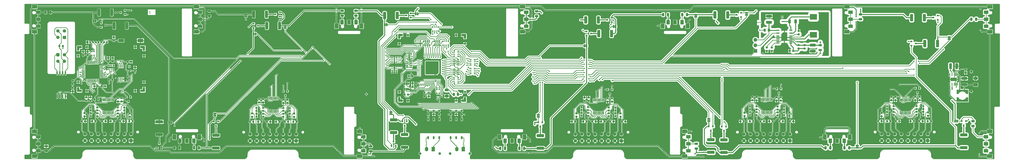
<source format=gbr>
%TF.GenerationSoftware,KiCad,Pcbnew,5.1.9*%
%TF.CreationDate,2021-03-05T10:38:49+01:00*%
%TF.ProjectId,CellsBoard,43656c6c-7342-46f6-9172-642e6b696361,rev?*%
%TF.SameCoordinates,Original*%
%TF.FileFunction,Copper,L1,Top*%
%TF.FilePolarity,Positive*%
%FSLAX46Y46*%
G04 Gerber Fmt 4.6, Leading zero omitted, Abs format (unit mm)*
G04 Created by KiCad (PCBNEW 5.1.9) date 2021-03-05 10:38:49*
%MOMM*%
%LPD*%
G01*
G04 APERTURE LIST*
%TA.AperFunction,NonConductor*%
%ADD10C,0.200000*%
%TD*%
%TA.AperFunction,EtchedComponent*%
%ADD11C,0.200000*%
%TD*%
%TA.AperFunction,EtchedComponent*%
%ADD12C,0.150000*%
%TD*%
%TA.AperFunction,ComponentPad*%
%ADD13O,1.700000X1.700000*%
%TD*%
%TA.AperFunction,ComponentPad*%
%ADD14R,1.700000X1.700000*%
%TD*%
%TA.AperFunction,SMDPad,CuDef*%
%ADD15R,0.900000X0.900000*%
%TD*%
%TA.AperFunction,SMDPad,CuDef*%
%ADD16R,0.500000X0.800000*%
%TD*%
%TA.AperFunction,SMDPad,CuDef*%
%ADD17R,0.400000X0.800000*%
%TD*%
%TA.AperFunction,SMDPad,CuDef*%
%ADD18C,0.150000*%
%TD*%
%TA.AperFunction,SMDPad,CuDef*%
%ADD19R,0.900000X0.800000*%
%TD*%
%TA.AperFunction,SMDPad,CuDef*%
%ADD20R,1.600000X2.000000*%
%TD*%
%TA.AperFunction,SMDPad,CuDef*%
%ADD21R,1.800000X2.400000*%
%TD*%
%TA.AperFunction,SMDPad,CuDef*%
%ADD22R,2.000000X1.600000*%
%TD*%
%TA.AperFunction,SMDPad,CuDef*%
%ADD23R,2.400000X1.800000*%
%TD*%
%TA.AperFunction,SMDPad,CuDef*%
%ADD24R,0.250000X1.600000*%
%TD*%
%TA.AperFunction,SMDPad,CuDef*%
%ADD25R,1.600000X0.250000*%
%TD*%
%TA.AperFunction,SMDPad,CuDef*%
%ADD26R,0.950000X0.500000*%
%TD*%
%TA.AperFunction,SMDPad,CuDef*%
%ADD27R,3.200000X2.600000*%
%TD*%
%TA.AperFunction,ComponentPad*%
%ADD28O,1.500000X2.000000*%
%TD*%
%TA.AperFunction,ComponentPad*%
%ADD29R,1.500000X2.000000*%
%TD*%
%TA.AperFunction,ComponentPad*%
%ADD30C,1.200000*%
%TD*%
%TA.AperFunction,SMDPad,CuDef*%
%ADD31R,0.800000X0.500000*%
%TD*%
%TA.AperFunction,SMDPad,CuDef*%
%ADD32R,0.800000X0.400000*%
%TD*%
%TA.AperFunction,SMDPad,CuDef*%
%ADD33R,0.500000X0.950000*%
%TD*%
%TA.AperFunction,SMDPad,CuDef*%
%ADD34R,0.800000X0.900000*%
%TD*%
%TA.AperFunction,SMDPad,CuDef*%
%ADD35O,0.200000X0.300000*%
%TD*%
%TA.AperFunction,SMDPad,CuDef*%
%ADD36R,0.450000X0.600000*%
%TD*%
%TA.AperFunction,SMDPad,CuDef*%
%ADD37R,0.450000X0.700000*%
%TD*%
%TA.AperFunction,SMDPad,CuDef*%
%ADD38C,0.700000*%
%TD*%
%TA.AperFunction,SMDPad,CuDef*%
%ADD39R,0.635000X1.270000*%
%TD*%
%TA.AperFunction,ComponentPad*%
%ADD40O,1.000000X1.000000*%
%TD*%
%TA.AperFunction,ComponentPad*%
%ADD41R,1.000000X1.000000*%
%TD*%
%TA.AperFunction,SMDPad,CuDef*%
%ADD42R,2.600000X1.500000*%
%TD*%
%TA.AperFunction,ComponentPad*%
%ADD43O,2.000000X1.500000*%
%TD*%
%TA.AperFunction,ComponentPad*%
%ADD44R,2.000000X1.500000*%
%TD*%
%TA.AperFunction,ComponentPad*%
%ADD45C,1.500000*%
%TD*%
%TA.AperFunction,ComponentPad*%
%ADD46C,1.650000*%
%TD*%
%TA.AperFunction,SMDPad,CuDef*%
%ADD47R,0.300000X1.400000*%
%TD*%
%TA.AperFunction,SMDPad,CuDef*%
%ADD48R,2.850000X1.650000*%
%TD*%
%TA.AperFunction,SMDPad,CuDef*%
%ADD49R,0.450000X1.450000*%
%TD*%
%TA.AperFunction,ViaPad*%
%ADD50C,0.550000*%
%TD*%
%TA.AperFunction,ViaPad*%
%ADD51C,0.600000*%
%TD*%
%TA.AperFunction,ViaPad*%
%ADD52C,3.500000*%
%TD*%
%TA.AperFunction,ViaPad*%
%ADD53C,2.500000*%
%TD*%
%TA.AperFunction,Conductor*%
%ADD54C,0.400000*%
%TD*%
%TA.AperFunction,Conductor*%
%ADD55C,0.250000*%
%TD*%
%TA.AperFunction,Conductor*%
%ADD56C,0.150000*%
%TD*%
%TA.AperFunction,Conductor*%
%ADD57C,0.254000*%
%TD*%
G04 APERTURE END LIST*
D10*
X127092857Y-109792857D02*
X126407142Y-109792857D01*
X126750000Y-109792857D02*
X126750000Y-108592857D01*
X126635714Y-108764285D01*
X126521428Y-108878571D01*
X126407142Y-108935714D01*
D11*
X405204000Y-114004000D02*
X404754000Y-114004000D01*
D12*
G36*
X135695000Y-159895000D02*
G01*
X136195000Y-159895000D01*
X136195000Y-160295000D01*
X135695000Y-160295000D01*
X135695000Y-159895000D01*
G37*
G36*
X135695000Y-159295000D02*
G01*
X136195000Y-159295000D01*
X136195000Y-159695000D01*
X135695000Y-159695000D01*
X135695000Y-159295000D01*
G37*
G36*
X101151000Y-113413000D02*
G01*
X101651000Y-113413000D01*
X101651000Y-113813000D01*
X101151000Y-113813000D01*
X101151000Y-113413000D01*
G37*
G36*
X101151000Y-112813000D02*
G01*
X101651000Y-112813000D01*
X101651000Y-113213000D01*
X101151000Y-113213000D01*
X101151000Y-112813000D01*
G37*
G36*
X170400000Y-110524000D02*
G01*
X170400000Y-111024000D01*
X170000000Y-111024000D01*
X170000000Y-110524000D01*
X170400000Y-110524000D01*
G37*
G36*
X171000000Y-110524000D02*
G01*
X171000000Y-111024000D01*
X170600000Y-111024000D01*
X170600000Y-110524000D01*
X171000000Y-110524000D01*
G37*
G36*
X188400000Y-115750000D02*
G01*
X188400000Y-116250000D01*
X188000000Y-116250000D01*
X188000000Y-115750000D01*
X188400000Y-115750000D01*
G37*
G36*
X189000000Y-115750000D02*
G01*
X189000000Y-116250000D01*
X188600000Y-116250000D01*
X188600000Y-115750000D01*
X189000000Y-115750000D01*
G37*
G36*
X174250000Y-119350000D02*
G01*
X174750000Y-119350000D01*
X174750000Y-119750000D01*
X174250000Y-119750000D01*
X174250000Y-119350000D01*
G37*
G36*
X174250000Y-118750000D02*
G01*
X174750000Y-118750000D01*
X174750000Y-119150000D01*
X174250000Y-119150000D01*
X174250000Y-118750000D01*
G37*
G36*
X156492000Y-156362000D02*
G01*
X156492000Y-155862000D01*
X156892000Y-155862000D01*
X156892000Y-156362000D01*
X156492000Y-156362000D01*
G37*
G36*
X155892000Y-156362000D02*
G01*
X155892000Y-155862000D01*
X156292000Y-155862000D01*
X156292000Y-156362000D01*
X155892000Y-156362000D01*
G37*
G36*
X236810000Y-155702000D02*
G01*
X236810000Y-155202000D01*
X237210000Y-155202000D01*
X237210000Y-155702000D01*
X236810000Y-155702000D01*
G37*
G36*
X236210000Y-155702000D02*
G01*
X236210000Y-155202000D01*
X236610000Y-155202000D01*
X236610000Y-155702000D01*
X236210000Y-155702000D01*
G37*
G36*
X234112000Y-115064000D02*
G01*
X234612000Y-115064000D01*
X234612000Y-115464000D01*
X234112000Y-115464000D01*
X234112000Y-115064000D01*
G37*
G36*
X234112000Y-114464000D02*
G01*
X234612000Y-114464000D01*
X234612000Y-114864000D01*
X234112000Y-114864000D01*
X234112000Y-114464000D01*
G37*
G36*
X248250000Y-110136000D02*
G01*
X248750000Y-110136000D01*
X248750000Y-110536000D01*
X248250000Y-110536000D01*
X248250000Y-110136000D01*
G37*
G36*
X248250000Y-109536000D02*
G01*
X248750000Y-109536000D01*
X248750000Y-109936000D01*
X248250000Y-109936000D01*
X248250000Y-109536000D01*
G37*
G36*
X338996000Y-115718000D02*
G01*
X338496000Y-115718000D01*
X338496000Y-115318000D01*
X338996000Y-115318000D01*
X338996000Y-115718000D01*
G37*
G36*
X338996000Y-116318000D02*
G01*
X338496000Y-116318000D01*
X338496000Y-115918000D01*
X338996000Y-115918000D01*
X338996000Y-116318000D01*
G37*
G36*
X325750000Y-124516000D02*
G01*
X325250000Y-124516000D01*
X325250000Y-124116000D01*
X325750000Y-124116000D01*
X325750000Y-124516000D01*
G37*
G36*
X325750000Y-125116000D02*
G01*
X325250000Y-125116000D01*
X325250000Y-124716000D01*
X325750000Y-124716000D01*
X325750000Y-125116000D01*
G37*
G36*
X304066000Y-156989000D02*
G01*
X304066000Y-156489000D01*
X304466000Y-156489000D01*
X304466000Y-156989000D01*
X304066000Y-156989000D01*
G37*
G36*
X303466000Y-156989000D02*
G01*
X303466000Y-156489000D01*
X303866000Y-156489000D01*
X303866000Y-156989000D01*
X303466000Y-156989000D01*
G37*
G36*
X381840800Y-158851200D02*
G01*
X381840800Y-158351200D01*
X382240800Y-158351200D01*
X382240800Y-158851200D01*
X381840800Y-158851200D01*
G37*
G36*
X381240800Y-158851200D02*
G01*
X381240800Y-158351200D01*
X381640800Y-158351200D01*
X381640800Y-158851200D01*
X381240800Y-158851200D01*
G37*
G36*
X375748000Y-110650000D02*
G01*
X375748000Y-111150000D01*
X375348000Y-111150000D01*
X375348000Y-110650000D01*
X375748000Y-110650000D01*
G37*
G36*
X376348000Y-110650000D02*
G01*
X376348000Y-111150000D01*
X375948000Y-111150000D01*
X375948000Y-110650000D01*
X376348000Y-110650000D01*
G37*
G36*
X398900000Y-109782000D02*
G01*
X398900000Y-110282000D01*
X398500000Y-110282000D01*
X398500000Y-109782000D01*
X398900000Y-109782000D01*
G37*
G36*
X399500000Y-109782000D02*
G01*
X399500000Y-110282000D01*
X399100000Y-110282000D01*
X399100000Y-109782000D01*
X399500000Y-109782000D01*
G37*
G36*
X491400000Y-120878000D02*
G01*
X491400000Y-121378000D01*
X491000000Y-121378000D01*
X491000000Y-120878000D01*
X491400000Y-120878000D01*
G37*
G36*
X492000000Y-120878000D02*
G01*
X492000000Y-121378000D01*
X491600000Y-121378000D01*
X491600000Y-120878000D01*
X492000000Y-120878000D01*
G37*
G36*
X449608000Y-171094000D02*
G01*
X449608000Y-170594000D01*
X450008000Y-170594000D01*
X450008000Y-171094000D01*
X449608000Y-171094000D01*
G37*
G36*
X449008000Y-171094000D02*
G01*
X449008000Y-170594000D01*
X449408000Y-170594000D01*
X449408000Y-171094000D01*
X449008000Y-171094000D01*
G37*
G36*
X494888000Y-159021000D02*
G01*
X494388000Y-159021000D01*
X494388000Y-158621000D01*
X494888000Y-158621000D01*
X494888000Y-159021000D01*
G37*
G36*
X494888000Y-159621000D02*
G01*
X494388000Y-159621000D01*
X494388000Y-159221000D01*
X494888000Y-159221000D01*
X494888000Y-159621000D01*
G37*
D13*
X403021800Y-121945400D03*
X403021800Y-124485400D03*
D14*
X403021800Y-127025400D03*
%TA.AperFunction,SMDPad,CuDef*%
G36*
G01*
X481588000Y-156230200D02*
X482088000Y-156230200D01*
G75*
G02*
X482313000Y-156455200I0J-225000D01*
G01*
X482313000Y-156905200D01*
G75*
G02*
X482088000Y-157130200I-225000J0D01*
G01*
X481588000Y-157130200D01*
G75*
G02*
X481363000Y-156905200I0J225000D01*
G01*
X481363000Y-156455200D01*
G75*
G02*
X481588000Y-156230200I225000J0D01*
G01*
G37*
%TD.AperFunction*%
%TA.AperFunction,SMDPad,CuDef*%
G36*
G01*
X481588000Y-154680200D02*
X482088000Y-154680200D01*
G75*
G02*
X482313000Y-154905200I0J-225000D01*
G01*
X482313000Y-155355200D01*
G75*
G02*
X482088000Y-155580200I-225000J0D01*
G01*
X481588000Y-155580200D01*
G75*
G02*
X481363000Y-155355200I0J225000D01*
G01*
X481363000Y-154905200D01*
G75*
G02*
X481588000Y-154680200I225000J0D01*
G01*
G37*
%TD.AperFunction*%
D15*
X413180400Y-153822800D03*
X413180400Y-152482800D03*
X413180400Y-156482800D03*
X413180400Y-155142800D03*
X416180400Y-153822800D03*
X416180400Y-155142800D03*
X416180400Y-152482800D03*
X416180400Y-156482800D03*
%TA.AperFunction,SMDPad,CuDef*%
G36*
G01*
X333092000Y-159037000D02*
X333092000Y-159537000D01*
G75*
G02*
X332867000Y-159762000I-225000J0D01*
G01*
X332417000Y-159762000D01*
G75*
G02*
X332192000Y-159537000I0J225000D01*
G01*
X332192000Y-159037000D01*
G75*
G02*
X332417000Y-158812000I225000J0D01*
G01*
X332867000Y-158812000D01*
G75*
G02*
X333092000Y-159037000I0J-225000D01*
G01*
G37*
%TD.AperFunction*%
%TA.AperFunction,SMDPad,CuDef*%
G36*
G01*
X334642000Y-159037000D02*
X334642000Y-159537000D01*
G75*
G02*
X334417000Y-159762000I-225000J0D01*
G01*
X333967000Y-159762000D01*
G75*
G02*
X333742000Y-159537000I0J225000D01*
G01*
X333742000Y-159037000D01*
G75*
G02*
X333967000Y-158812000I225000J0D01*
G01*
X334417000Y-158812000D01*
G75*
G02*
X334642000Y-159037000I0J-225000D01*
G01*
G37*
%TD.AperFunction*%
D16*
X107702500Y-135456500D03*
D17*
X108502500Y-135456500D03*
D16*
X110102500Y-135456500D03*
D17*
X109302500Y-135456500D03*
D16*
X107702500Y-133656500D03*
D17*
X109302500Y-133656500D03*
X108502500Y-133656500D03*
D16*
X110102500Y-133656500D03*
D15*
X326670800Y-155396800D03*
X326670800Y-156736800D03*
X326670800Y-152736800D03*
X326670800Y-154076800D03*
X323670800Y-155396800D03*
X323670800Y-154076800D03*
X323670800Y-156736800D03*
X323670800Y-152736800D03*
X336153500Y-154241500D03*
X336153500Y-152901500D03*
X336153500Y-156901500D03*
X336153500Y-155561500D03*
X339153500Y-154241500D03*
X339153500Y-155561500D03*
X339153500Y-152901500D03*
X339153500Y-156901500D03*
X466116800Y-154939600D03*
X466116800Y-156279600D03*
X466116800Y-152279600D03*
X466116800Y-153619600D03*
X463116800Y-154939600D03*
X463116800Y-153619600D03*
X463116800Y-156279600D03*
X463116800Y-152279600D03*
X476629600Y-153568800D03*
X476629600Y-152228800D03*
X476629600Y-156228800D03*
X476629600Y-154888800D03*
X479629600Y-153568800D03*
X479629600Y-154888800D03*
X479629600Y-152228800D03*
X479629600Y-156228800D03*
X102719000Y-155536500D03*
X102719000Y-156876500D03*
X102719000Y-152876500D03*
X102719000Y-154216500D03*
X99719000Y-155536500D03*
X99719000Y-154216500D03*
X99719000Y-156876500D03*
X99719000Y-152876500D03*
X112101500Y-154280000D03*
X112101500Y-152940000D03*
X112101500Y-156940000D03*
X112101500Y-155600000D03*
X115101500Y-154280000D03*
X115101500Y-155600000D03*
X115101500Y-152940000D03*
X115101500Y-156940000D03*
X178371500Y-155765500D03*
X178371500Y-157105500D03*
X178371500Y-153105500D03*
X178371500Y-154445500D03*
X175371500Y-155765500D03*
X175371500Y-154445500D03*
X175371500Y-157105500D03*
X175371500Y-153105500D03*
X187603000Y-154470500D03*
X187603000Y-153130500D03*
X187603000Y-157130500D03*
X187603000Y-155790500D03*
X190603000Y-154470500D03*
X190603000Y-155790500D03*
X190603000Y-153130500D03*
X190603000Y-157130500D03*
X403531200Y-155041200D03*
X403531200Y-156381200D03*
X403531200Y-152381200D03*
X403531200Y-153721200D03*
X400531200Y-155041200D03*
X400531200Y-153721200D03*
X400531200Y-156381200D03*
X400531200Y-152381200D03*
%TA.AperFunction,SMDPad,CuDef*%
G36*
G01*
X244220000Y-149250000D02*
X244780000Y-149250000D01*
G75*
G02*
X244900000Y-149370000I0J-120000D01*
G01*
X244900000Y-150130000D01*
G75*
G02*
X244780000Y-150250000I-120000J0D01*
G01*
X244220000Y-150250000D01*
G75*
G02*
X244100000Y-150130000I0J120000D01*
G01*
X244100000Y-149370000D01*
G75*
G02*
X244220000Y-149250000I120000J0D01*
G01*
G37*
%TD.AperFunction*%
%TA.AperFunction,SMDPad,CuDef*%
G36*
G01*
X266220000Y-149250000D02*
X266780000Y-149250000D01*
G75*
G02*
X266900000Y-149370000I0J-120000D01*
G01*
X266900000Y-150130000D01*
G75*
G02*
X266780000Y-150250000I-120000J0D01*
G01*
X266220000Y-150250000D01*
G75*
G02*
X266100000Y-150130000I0J120000D01*
G01*
X266100000Y-149370000D01*
G75*
G02*
X266220000Y-149250000I120000J0D01*
G01*
G37*
%TD.AperFunction*%
%TA.AperFunction,SMDPad,CuDef*%
G36*
G01*
X271000000Y-145470000D02*
X271000000Y-146030000D01*
G75*
G02*
X270880000Y-146150000I-120000J0D01*
G01*
X270120000Y-146150000D01*
G75*
G02*
X270000000Y-146030000I0J120000D01*
G01*
X270000000Y-145470000D01*
G75*
G02*
X270120000Y-145350000I120000J0D01*
G01*
X270880000Y-145350000D01*
G75*
G02*
X271000000Y-145470000I0J-120000D01*
G01*
G37*
%TD.AperFunction*%
%TA.AperFunction,SMDPad,CuDef*%
G36*
G01*
X241000000Y-145470000D02*
X241000000Y-146030000D01*
G75*
G02*
X240880000Y-146150000I-120000J0D01*
G01*
X240120000Y-146150000D01*
G75*
G02*
X240000000Y-146030000I0J120000D01*
G01*
X240000000Y-145470000D01*
G75*
G02*
X240120000Y-145350000I120000J0D01*
G01*
X240880000Y-145350000D01*
G75*
G02*
X241000000Y-145470000I0J-120000D01*
G01*
G37*
%TD.AperFunction*%
%TA.AperFunction,SMDPad,CuDef*%
G36*
G01*
X241000000Y-123470000D02*
X241000000Y-124030000D01*
G75*
G02*
X240880000Y-124150000I-120000J0D01*
G01*
X240120000Y-124150000D01*
G75*
G02*
X240000000Y-124030000I0J120000D01*
G01*
X240000000Y-123470000D01*
G75*
G02*
X240120000Y-123350000I120000J0D01*
G01*
X240880000Y-123350000D01*
G75*
G02*
X241000000Y-123470000I0J-120000D01*
G01*
G37*
%TD.AperFunction*%
%TA.AperFunction,SMDPad,CuDef*%
G36*
G01*
X244780000Y-120250000D02*
X244220000Y-120250000D01*
G75*
G02*
X244100000Y-120130000I0J120000D01*
G01*
X244100000Y-119370000D01*
G75*
G02*
X244220000Y-119250000I120000J0D01*
G01*
X244780000Y-119250000D01*
G75*
G02*
X244900000Y-119370000I0J-120000D01*
G01*
X244900000Y-120130000D01*
G75*
G02*
X244780000Y-120250000I-120000J0D01*
G01*
G37*
%TD.AperFunction*%
%TA.AperFunction,SMDPad,CuDef*%
G36*
G01*
X266780000Y-120250000D02*
X266220000Y-120250000D01*
G75*
G02*
X266100000Y-120130000I0J120000D01*
G01*
X266100000Y-119370000D01*
G75*
G02*
X266220000Y-119250000I120000J0D01*
G01*
X266780000Y-119250000D01*
G75*
G02*
X266900000Y-119370000I0J-120000D01*
G01*
X266900000Y-120130000D01*
G75*
G02*
X266780000Y-120250000I-120000J0D01*
G01*
G37*
%TD.AperFunction*%
%TA.AperFunction,SMDPad,CuDef*%
G36*
G01*
X270000000Y-124030000D02*
X270000000Y-123470000D01*
G75*
G02*
X270120000Y-123350000I120000J0D01*
G01*
X270880000Y-123350000D01*
G75*
G02*
X271000000Y-123470000I0J-120000D01*
G01*
X271000000Y-124030000D01*
G75*
G02*
X270880000Y-124150000I-120000J0D01*
G01*
X270120000Y-124150000D01*
G75*
G02*
X270000000Y-124030000I0J120000D01*
G01*
G37*
%TD.AperFunction*%
%TA.AperFunction,SMDPad,CuDef*%
D18*
G36*
X242019509Y-119251921D02*
G01*
X242038268Y-119257612D01*
X242055557Y-119266853D01*
X242070711Y-119279289D01*
X242083147Y-119294443D01*
X242092388Y-119311732D01*
X242098079Y-119330491D01*
X242100000Y-119350000D01*
X242100000Y-120150000D01*
X242098079Y-120169509D01*
X242092388Y-120188268D01*
X242083147Y-120205557D01*
X242070711Y-120220711D01*
X242055557Y-120233147D01*
X242038268Y-120242388D01*
X242019509Y-120248079D01*
X242000000Y-120250000D01*
X241201422Y-120250000D01*
X241000000Y-120451422D01*
X241000000Y-121250000D01*
X240998079Y-121269509D01*
X240992388Y-121288268D01*
X240983147Y-121305557D01*
X240970711Y-121320711D01*
X240955557Y-121333147D01*
X240938268Y-121342388D01*
X240919509Y-121348079D01*
X240900000Y-121350000D01*
X240100000Y-121350000D01*
X240080491Y-121348079D01*
X240061732Y-121342388D01*
X240044443Y-121333147D01*
X240029289Y-121320711D01*
X240016853Y-121305557D01*
X240007612Y-121288268D01*
X240001921Y-121269509D01*
X240000000Y-121250000D01*
X240000000Y-119350000D01*
X240001921Y-119330491D01*
X240007612Y-119311732D01*
X240016853Y-119294443D01*
X240029289Y-119279289D01*
X240044443Y-119266853D01*
X240061732Y-119257612D01*
X240080491Y-119251921D01*
X240100000Y-119250000D01*
X242000000Y-119250000D01*
X242019509Y-119251921D01*
G37*
%TD.AperFunction*%
%TA.AperFunction,SMDPad,CuDef*%
G36*
X240001921Y-148230491D02*
G01*
X240007612Y-148211732D01*
X240016853Y-148194443D01*
X240029289Y-148179289D01*
X240044443Y-148166853D01*
X240061732Y-148157612D01*
X240080491Y-148151921D01*
X240100000Y-148150000D01*
X240900000Y-148150000D01*
X240919509Y-148151921D01*
X240938268Y-148157612D01*
X240955557Y-148166853D01*
X240970711Y-148179289D01*
X240983147Y-148194443D01*
X240992388Y-148211732D01*
X240998079Y-148230491D01*
X241000000Y-148250000D01*
X241000000Y-149048578D01*
X241201422Y-149250000D01*
X242000000Y-149250000D01*
X242019509Y-149251921D01*
X242038268Y-149257612D01*
X242055557Y-149266853D01*
X242070711Y-149279289D01*
X242083147Y-149294443D01*
X242092388Y-149311732D01*
X242098079Y-149330491D01*
X242100000Y-149350000D01*
X242100000Y-150150000D01*
X242098079Y-150169509D01*
X242092388Y-150188268D01*
X242083147Y-150205557D01*
X242070711Y-150220711D01*
X242055557Y-150233147D01*
X242038268Y-150242388D01*
X242019509Y-150248079D01*
X242000000Y-150250000D01*
X240100000Y-150250000D01*
X240080491Y-150248079D01*
X240061732Y-150242388D01*
X240044443Y-150233147D01*
X240029289Y-150220711D01*
X240016853Y-150205557D01*
X240007612Y-150188268D01*
X240001921Y-150169509D01*
X240000000Y-150150000D01*
X240000000Y-148250000D01*
X240001921Y-148230491D01*
G37*
%TD.AperFunction*%
%TA.AperFunction,SMDPad,CuDef*%
G36*
X268980491Y-150248079D02*
G01*
X268961732Y-150242388D01*
X268944443Y-150233147D01*
X268929289Y-150220711D01*
X268916853Y-150205557D01*
X268907612Y-150188268D01*
X268901921Y-150169509D01*
X268900000Y-150150000D01*
X268900000Y-149350000D01*
X268901921Y-149330491D01*
X268907612Y-149311732D01*
X268916853Y-149294443D01*
X268929289Y-149279289D01*
X268944443Y-149266853D01*
X268961732Y-149257612D01*
X268980491Y-149251921D01*
X269000000Y-149250000D01*
X269798578Y-149250000D01*
X270000000Y-149048578D01*
X270000000Y-148250000D01*
X270001921Y-148230491D01*
X270007612Y-148211732D01*
X270016853Y-148194443D01*
X270029289Y-148179289D01*
X270044443Y-148166853D01*
X270061732Y-148157612D01*
X270080491Y-148151921D01*
X270100000Y-148150000D01*
X270900000Y-148150000D01*
X270919509Y-148151921D01*
X270938268Y-148157612D01*
X270955557Y-148166853D01*
X270970711Y-148179289D01*
X270983147Y-148194443D01*
X270992388Y-148211732D01*
X270998079Y-148230491D01*
X271000000Y-148250000D01*
X271000000Y-150150000D01*
X270998079Y-150169509D01*
X270992388Y-150188268D01*
X270983147Y-150205557D01*
X270970711Y-150220711D01*
X270955557Y-150233147D01*
X270938268Y-150242388D01*
X270919509Y-150248079D01*
X270900000Y-150250000D01*
X269000000Y-150250000D01*
X268980491Y-150248079D01*
G37*
%TD.AperFunction*%
%TA.AperFunction,SMDPad,CuDef*%
G36*
X270998079Y-121269509D02*
G01*
X270992388Y-121288268D01*
X270983147Y-121305557D01*
X270970711Y-121320711D01*
X270955557Y-121333147D01*
X270938268Y-121342388D01*
X270919509Y-121348079D01*
X270900000Y-121350000D01*
X270100000Y-121350000D01*
X270080491Y-121348079D01*
X270061732Y-121342388D01*
X270044443Y-121333147D01*
X270029289Y-121320711D01*
X270016853Y-121305557D01*
X270007612Y-121288268D01*
X270001921Y-121269509D01*
X270000000Y-121250000D01*
X270000000Y-120451422D01*
X269798578Y-120250000D01*
X269000000Y-120250000D01*
X268980491Y-120248079D01*
X268961732Y-120242388D01*
X268944443Y-120233147D01*
X268929289Y-120220711D01*
X268916853Y-120205557D01*
X268907612Y-120188268D01*
X268901921Y-120169509D01*
X268900000Y-120150000D01*
X268900000Y-119350000D01*
X268901921Y-119330491D01*
X268907612Y-119311732D01*
X268916853Y-119294443D01*
X268929289Y-119279289D01*
X268944443Y-119266853D01*
X268961732Y-119257612D01*
X268980491Y-119251921D01*
X269000000Y-119250000D01*
X270900000Y-119250000D01*
X270919509Y-119251921D01*
X270938268Y-119257612D01*
X270955557Y-119266853D01*
X270970711Y-119279289D01*
X270983147Y-119294443D01*
X270992388Y-119311732D01*
X270998079Y-119330491D01*
X271000000Y-119350000D01*
X271000000Y-121250000D01*
X270998079Y-121269509D01*
G37*
%TD.AperFunction*%
D19*
X106524000Y-115192000D03*
X104524000Y-116142000D03*
X104524000Y-114242000D03*
D20*
X443600000Y-168150000D03*
D21*
X446100000Y-166450000D03*
D20*
X437200000Y-168150000D03*
X440400000Y-168150000D03*
D21*
X434700000Y-166450000D03*
D20*
X369600000Y-113850000D03*
X363200000Y-113850000D03*
D21*
X360700000Y-115550000D03*
D20*
X366400000Y-113850000D03*
D21*
X372100000Y-115550000D03*
D20*
X295200000Y-168150000D03*
D21*
X297700000Y-166450000D03*
D20*
X288800000Y-168150000D03*
X292000000Y-168150000D03*
D21*
X286300000Y-166450000D03*
D20*
X214400000Y-113850000D03*
D21*
X211900000Y-115550000D03*
D20*
X220800000Y-113850000D03*
X217600000Y-113850000D03*
D21*
X223300000Y-115550000D03*
D22*
X508250000Y-172700000D03*
D23*
X509950000Y-175200000D03*
D22*
X508250000Y-166300000D03*
X508250000Y-169500000D03*
D23*
X509950000Y-163800000D03*
X370750000Y-175200000D03*
D22*
X372450000Y-169500000D03*
X372450000Y-166300000D03*
X372450000Y-172700000D03*
D23*
X370750000Y-163800000D03*
D22*
X224150000Y-166300000D03*
X224150000Y-172700000D03*
X224150000Y-169500000D03*
D23*
X222450000Y-163800000D03*
X222450000Y-175200000D03*
X510050000Y-106800000D03*
D22*
X508350000Y-115700000D03*
X508350000Y-112500000D03*
X508350000Y-109300000D03*
D23*
X510050000Y-118200000D03*
D22*
X446450000Y-112500000D03*
X446450000Y-115700000D03*
D23*
X444750000Y-118200000D03*
X444750000Y-106800000D03*
D22*
X446450000Y-109300000D03*
D23*
X296750000Y-106800000D03*
X296750000Y-118200000D03*
D22*
X298450000Y-109300000D03*
X298450000Y-112500000D03*
X298450000Y-115700000D03*
X149650000Y-109300000D03*
X149650000Y-115700000D03*
X149650000Y-112500000D03*
D23*
X147950000Y-106800000D03*
X147950000Y-118200000D03*
D22*
X75750000Y-109300000D03*
D23*
X74050000Y-106800000D03*
D22*
X75750000Y-112500000D03*
D23*
X74050000Y-118200000D03*
D22*
X75750000Y-115700000D03*
D21*
X137900000Y-166450000D03*
D20*
X143600000Y-168150000D03*
X146800000Y-168150000D03*
X140400000Y-168150000D03*
D21*
X149300000Y-166450000D03*
D22*
X75750000Y-166300000D03*
X75750000Y-172700000D03*
X75750000Y-169500000D03*
D23*
X74050000Y-163800000D03*
X74050000Y-175200000D03*
%TA.AperFunction,SMDPad,CuDef*%
G36*
G01*
X437750000Y-170852000D02*
X437750000Y-171852000D01*
G75*
G02*
X437500000Y-172102000I-250000J0D01*
G01*
X437000000Y-172102000D01*
G75*
G02*
X436750000Y-171852000I0J250000D01*
G01*
X436750000Y-170852000D01*
G75*
G02*
X437000000Y-170602000I250000J0D01*
G01*
X437500000Y-170602000D01*
G75*
G02*
X437750000Y-170852000I0J-250000D01*
G01*
G37*
%TD.AperFunction*%
%TA.AperFunction,SMDPad,CuDef*%
G36*
G01*
X435550000Y-170852000D02*
X435550000Y-171852000D01*
G75*
G02*
X435300000Y-172102000I-250000J0D01*
G01*
X434800000Y-172102000D01*
G75*
G02*
X434550000Y-171852000I0J250000D01*
G01*
X434550000Y-170852000D01*
G75*
G02*
X434800000Y-170602000I250000J0D01*
G01*
X435300000Y-170602000D01*
G75*
G02*
X435550000Y-170852000I0J-250000D01*
G01*
G37*
%TD.AperFunction*%
%TA.AperFunction,SMDPad,CuDef*%
G36*
G01*
X433117000Y-127125500D02*
X432117000Y-127125500D01*
G75*
G02*
X431867000Y-126875500I0J250000D01*
G01*
X431867000Y-126375500D01*
G75*
G02*
X432117000Y-126125500I250000J0D01*
G01*
X433117000Y-126125500D01*
G75*
G02*
X433367000Y-126375500I0J-250000D01*
G01*
X433367000Y-126875500D01*
G75*
G02*
X433117000Y-127125500I-250000J0D01*
G01*
G37*
%TD.AperFunction*%
%TA.AperFunction,SMDPad,CuDef*%
G36*
G01*
X433117000Y-124925500D02*
X432117000Y-124925500D01*
G75*
G02*
X431867000Y-124675500I0J250000D01*
G01*
X431867000Y-124175500D01*
G75*
G02*
X432117000Y-123925500I250000J0D01*
G01*
X433117000Y-123925500D01*
G75*
G02*
X433367000Y-124175500I0J-250000D01*
G01*
X433367000Y-124675500D01*
G75*
G02*
X433117000Y-124925500I-250000J0D01*
G01*
G37*
%TD.AperFunction*%
%TA.AperFunction,SMDPad,CuDef*%
G36*
G01*
X79930000Y-173290000D02*
X78930000Y-173290000D01*
G75*
G02*
X78680000Y-173040000I0J250000D01*
G01*
X78680000Y-172540000D01*
G75*
G02*
X78930000Y-172290000I250000J0D01*
G01*
X79930000Y-172290000D01*
G75*
G02*
X80180000Y-172540000I0J-250000D01*
G01*
X80180000Y-173040000D01*
G75*
G02*
X79930000Y-173290000I-250000J0D01*
G01*
G37*
%TD.AperFunction*%
%TA.AperFunction,SMDPad,CuDef*%
G36*
G01*
X79930000Y-171090000D02*
X78930000Y-171090000D01*
G75*
G02*
X78680000Y-170840000I0J250000D01*
G01*
X78680000Y-170340000D01*
G75*
G02*
X78930000Y-170090000I250000J0D01*
G01*
X79930000Y-170090000D01*
G75*
G02*
X80180000Y-170340000I0J-250000D01*
G01*
X80180000Y-170840000D01*
G75*
G02*
X79930000Y-171090000I-250000J0D01*
G01*
G37*
%TD.AperFunction*%
D24*
X251750000Y-128750000D03*
X252250000Y-128750000D03*
X252750000Y-128750000D03*
X253250000Y-128750000D03*
X253750000Y-128750000D03*
X254250000Y-128750000D03*
X254750000Y-128750000D03*
X255250000Y-128750000D03*
X255750000Y-128750000D03*
X256250000Y-128750000D03*
X256750000Y-128750000D03*
X257250000Y-128750000D03*
X257750000Y-128750000D03*
X258250000Y-128750000D03*
X258750000Y-128750000D03*
X259250000Y-140750000D03*
X258750000Y-140750000D03*
X258250000Y-140750000D03*
X257750000Y-140750000D03*
X257250000Y-140750000D03*
X256750000Y-140750000D03*
X256250000Y-140750000D03*
X255750000Y-140750000D03*
X255250000Y-140750000D03*
X254750000Y-140750000D03*
X254250000Y-140750000D03*
X253750000Y-140750000D03*
X253250000Y-140750000D03*
X252750000Y-140750000D03*
X252250000Y-140750000D03*
D25*
X249500000Y-138500000D03*
X249500000Y-138000000D03*
X249500000Y-137500000D03*
X249500000Y-137000000D03*
X249500000Y-136500000D03*
X249500000Y-136000000D03*
X249500000Y-135500000D03*
X249500000Y-135000000D03*
X249500000Y-134500000D03*
X249500000Y-134000000D03*
X249500000Y-133500000D03*
X249500000Y-133000000D03*
X249500000Y-132500000D03*
X249500000Y-132000000D03*
X249500000Y-131500000D03*
%TA.AperFunction,SMDPad,CuDef*%
D18*
G36*
X252555368Y-137743559D02*
G01*
X252541299Y-137739291D01*
X252528332Y-137732360D01*
X252516967Y-137723033D01*
X252507640Y-137711668D01*
X252500709Y-137698701D01*
X252496441Y-137684632D01*
X252495000Y-137669872D01*
X252505000Y-131829872D01*
X252506466Y-131815242D01*
X252510758Y-131801180D01*
X252517711Y-131788226D01*
X252527058Y-131776876D01*
X252538439Y-131767569D01*
X252551417Y-131760660D01*
X252565494Y-131756416D01*
X252580000Y-131755000D01*
X258420000Y-131755000D01*
X258434632Y-131756441D01*
X258448701Y-131760709D01*
X258461668Y-131767640D01*
X258473033Y-131776967D01*
X258482360Y-131788332D01*
X258489291Y-131801299D01*
X258493559Y-131815368D01*
X258495000Y-131830000D01*
X258495000Y-136970000D01*
X258493559Y-136984632D01*
X258489291Y-136998701D01*
X258482360Y-137011668D01*
X258473033Y-137023033D01*
X257773033Y-137723033D01*
X257761668Y-137732360D01*
X257748701Y-137739291D01*
X257734632Y-137743559D01*
X257720000Y-137745000D01*
X252570000Y-137745000D01*
X252555368Y-137743559D01*
G37*
%TD.AperFunction*%
D25*
X261500000Y-138500000D03*
D24*
X259250000Y-128750000D03*
X251750000Y-140750000D03*
D25*
X261500000Y-138000000D03*
X261500000Y-137500000D03*
X261500000Y-137000000D03*
X261500000Y-136500000D03*
X261500000Y-136000000D03*
X261500000Y-135500000D03*
X261500000Y-135000000D03*
X261500000Y-134500000D03*
X261500000Y-134000000D03*
X261500000Y-133500000D03*
X261500000Y-133000000D03*
X261500000Y-132500000D03*
X261500000Y-132000000D03*
X261500000Y-131500000D03*
X261500000Y-131000000D03*
X249500000Y-131000000D03*
D26*
X265600000Y-131050000D03*
X265600000Y-131850000D03*
X265600000Y-132650000D03*
X265600000Y-133450000D03*
X267400000Y-133450000D03*
X267400000Y-132650000D03*
X267400000Y-131850000D03*
X267400000Y-131050000D03*
D27*
X429500000Y-119600000D03*
X429500000Y-111400000D03*
%TA.AperFunction,SMDPad,CuDef*%
G36*
G01*
X108007250Y-130654000D02*
X107494750Y-130654000D01*
G75*
G02*
X107276000Y-130435250I0J218750D01*
G01*
X107276000Y-129997750D01*
G75*
G02*
X107494750Y-129779000I218750J0D01*
G01*
X108007250Y-129779000D01*
G75*
G02*
X108226000Y-129997750I0J-218750D01*
G01*
X108226000Y-130435250D01*
G75*
G02*
X108007250Y-130654000I-218750J0D01*
G01*
G37*
%TD.AperFunction*%
%TA.AperFunction,SMDPad,CuDef*%
G36*
G01*
X108007250Y-132229000D02*
X107494750Y-132229000D01*
G75*
G02*
X107276000Y-132010250I0J218750D01*
G01*
X107276000Y-131572750D01*
G75*
G02*
X107494750Y-131354000I218750J0D01*
G01*
X108007250Y-131354000D01*
G75*
G02*
X108226000Y-131572750I0J-218750D01*
G01*
X108226000Y-132010250D01*
G75*
G02*
X108007250Y-132229000I-218750J0D01*
G01*
G37*
%TD.AperFunction*%
D28*
X253000000Y-172000000D03*
D29*
X256000000Y-172000000D03*
D30*
X250000000Y-173960000D03*
X259000000Y-173960000D03*
D28*
X266750000Y-172000000D03*
D29*
X269750000Y-172000000D03*
D30*
X263750000Y-173960000D03*
X272750000Y-173960000D03*
%TA.AperFunction,SMDPad,CuDef*%
G36*
G01*
X332271000Y-117642999D02*
X332271000Y-120493001D01*
G75*
G02*
X332021001Y-120743000I-249999J0D01*
G01*
X331170999Y-120743000D01*
G75*
G02*
X330921000Y-120493001I0J249999D01*
G01*
X330921000Y-117642999D01*
G75*
G02*
X331170999Y-117393000I249999J0D01*
G01*
X332021001Y-117393000D01*
G75*
G02*
X332271000Y-117642999I0J-249999D01*
G01*
G37*
%TD.AperFunction*%
%TA.AperFunction,SMDPad,CuDef*%
G36*
G01*
X338071000Y-117642999D02*
X338071000Y-120493001D01*
G75*
G02*
X337821001Y-120743000I-249999J0D01*
G01*
X336970999Y-120743000D01*
G75*
G02*
X336721000Y-120493001I0J249999D01*
G01*
X336721000Y-117642999D01*
G75*
G02*
X336970999Y-117393000I249999J0D01*
G01*
X337821001Y-117393000D01*
G75*
G02*
X338071000Y-117642999I0J-249999D01*
G01*
G37*
%TD.AperFunction*%
%TA.AperFunction,SMDPad,CuDef*%
G36*
G01*
X245400000Y-138243750D02*
X245400000Y-138756250D01*
G75*
G02*
X245181250Y-138975000I-218750J0D01*
G01*
X244743750Y-138975000D01*
G75*
G02*
X244525000Y-138756250I0J218750D01*
G01*
X244525000Y-138243750D01*
G75*
G02*
X244743750Y-138025000I218750J0D01*
G01*
X245181250Y-138025000D01*
G75*
G02*
X245400000Y-138243750I0J-218750D01*
G01*
G37*
%TD.AperFunction*%
%TA.AperFunction,SMDPad,CuDef*%
G36*
G01*
X246975000Y-138243750D02*
X246975000Y-138756250D01*
G75*
G02*
X246756250Y-138975000I-218750J0D01*
G01*
X246318750Y-138975000D01*
G75*
G02*
X246100000Y-138756250I0J218750D01*
G01*
X246100000Y-138243750D01*
G75*
G02*
X246318750Y-138025000I218750J0D01*
G01*
X246756250Y-138025000D01*
G75*
G02*
X246975000Y-138243750I0J-218750D01*
G01*
G37*
%TD.AperFunction*%
D31*
X237350000Y-130050000D03*
D32*
X237350000Y-130850000D03*
D31*
X237350000Y-132450000D03*
D32*
X237350000Y-131650000D03*
D31*
X239150000Y-130050000D03*
D32*
X239150000Y-131650000D03*
X239150000Y-130850000D03*
D31*
X239150000Y-132450000D03*
X237350000Y-134300000D03*
D32*
X237350000Y-135100000D03*
D31*
X237350000Y-136700000D03*
D32*
X237350000Y-135900000D03*
D31*
X239150000Y-134300000D03*
D32*
X239150000Y-135900000D03*
X239150000Y-135100000D03*
D31*
X239150000Y-136700000D03*
%TA.AperFunction,SMDPad,CuDef*%
G36*
G01*
X91243750Y-141704500D02*
X91756250Y-141704500D01*
G75*
G02*
X91975000Y-141923250I0J-218750D01*
G01*
X91975000Y-142360750D01*
G75*
G02*
X91756250Y-142579500I-218750J0D01*
G01*
X91243750Y-142579500D01*
G75*
G02*
X91025000Y-142360750I0J218750D01*
G01*
X91025000Y-141923250D01*
G75*
G02*
X91243750Y-141704500I218750J0D01*
G01*
G37*
%TD.AperFunction*%
%TA.AperFunction,SMDPad,CuDef*%
G36*
G01*
X91243750Y-140129500D02*
X91756250Y-140129500D01*
G75*
G02*
X91975000Y-140348250I0J-218750D01*
G01*
X91975000Y-140785750D01*
G75*
G02*
X91756250Y-141004500I-218750J0D01*
G01*
X91243750Y-141004500D01*
G75*
G02*
X91025000Y-140785750I0J218750D01*
G01*
X91025000Y-140348250D01*
G75*
G02*
X91243750Y-140129500I218750J0D01*
G01*
G37*
%TD.AperFunction*%
%TA.AperFunction,SMDPad,CuDef*%
G36*
G01*
X91756250Y-144357500D02*
X91243750Y-144357500D01*
G75*
G02*
X91025000Y-144138750I0J218750D01*
G01*
X91025000Y-143701250D01*
G75*
G02*
X91243750Y-143482500I218750J0D01*
G01*
X91756250Y-143482500D01*
G75*
G02*
X91975000Y-143701250I0J-218750D01*
G01*
X91975000Y-144138750D01*
G75*
G02*
X91756250Y-144357500I-218750J0D01*
G01*
G37*
%TD.AperFunction*%
%TA.AperFunction,SMDPad,CuDef*%
G36*
G01*
X91756250Y-145932500D02*
X91243750Y-145932500D01*
G75*
G02*
X91025000Y-145713750I0J218750D01*
G01*
X91025000Y-145276250D01*
G75*
G02*
X91243750Y-145057500I218750J0D01*
G01*
X91756250Y-145057500D01*
G75*
G02*
X91975000Y-145276250I0J-218750D01*
G01*
X91975000Y-145713750D01*
G75*
G02*
X91756250Y-145932500I-218750J0D01*
G01*
G37*
%TD.AperFunction*%
X244100000Y-128050000D03*
D32*
X244100000Y-128850000D03*
D31*
X244100000Y-130450000D03*
D32*
X244100000Y-129650000D03*
D31*
X245900000Y-128050000D03*
D32*
X245900000Y-129650000D03*
X245900000Y-128850000D03*
D31*
X245900000Y-130450000D03*
D16*
X250200000Y-122600000D03*
D17*
X249400000Y-122600000D03*
D16*
X247800000Y-122600000D03*
D17*
X248600000Y-122600000D03*
D16*
X250200000Y-124400000D03*
D17*
X248600000Y-124400000D03*
X249400000Y-124400000D03*
D16*
X247800000Y-124400000D03*
X262950000Y-122600000D03*
D17*
X262150000Y-122600000D03*
D16*
X260550000Y-122600000D03*
D17*
X261350000Y-122600000D03*
D16*
X262950000Y-124400000D03*
D17*
X261350000Y-124400000D03*
X262150000Y-124400000D03*
D16*
X260550000Y-124400000D03*
D31*
X267400000Y-129450000D03*
D32*
X267400000Y-128650000D03*
D31*
X267400000Y-127050000D03*
D32*
X267400000Y-127850000D03*
D31*
X265600000Y-129450000D03*
D32*
X265600000Y-127850000D03*
X265600000Y-128650000D03*
D31*
X265600000Y-127050000D03*
%TA.AperFunction,SMDPad,CuDef*%
G36*
G01*
X110039250Y-130679500D02*
X109526750Y-130679500D01*
G75*
G02*
X109308000Y-130460750I0J218750D01*
G01*
X109308000Y-130023250D01*
G75*
G02*
X109526750Y-129804500I218750J0D01*
G01*
X110039250Y-129804500D01*
G75*
G02*
X110258000Y-130023250I0J-218750D01*
G01*
X110258000Y-130460750D01*
G75*
G02*
X110039250Y-130679500I-218750J0D01*
G01*
G37*
%TD.AperFunction*%
%TA.AperFunction,SMDPad,CuDef*%
G36*
G01*
X110039250Y-132254500D02*
X109526750Y-132254500D01*
G75*
G02*
X109308000Y-132035750I0J218750D01*
G01*
X109308000Y-131598250D01*
G75*
G02*
X109526750Y-131379500I218750J0D01*
G01*
X110039250Y-131379500D01*
G75*
G02*
X110258000Y-131598250I0J-218750D01*
G01*
X110258000Y-132035750D01*
G75*
G02*
X110039250Y-132254500I-218750J0D01*
G01*
G37*
%TD.AperFunction*%
D33*
X251800000Y-124400000D03*
X252600000Y-124400000D03*
X253400000Y-124400000D03*
X254200000Y-124400000D03*
X254200000Y-122600000D03*
X253400000Y-122600000D03*
X252600000Y-122600000D03*
X251800000Y-122600000D03*
X256550000Y-124400000D03*
X257350000Y-124400000D03*
X258150000Y-124400000D03*
X258950000Y-124400000D03*
X258950000Y-122600000D03*
X258150000Y-122600000D03*
X257350000Y-122600000D03*
X256550000Y-122600000D03*
D26*
X265600000Y-135355500D03*
X265600000Y-136155500D03*
X265600000Y-136955500D03*
X265600000Y-137755500D03*
X267400000Y-137755500D03*
X267400000Y-136955500D03*
X267400000Y-136155500D03*
X267400000Y-135355500D03*
%TA.AperFunction,SMDPad,CuDef*%
G36*
G01*
X410325000Y-111725000D02*
X408175000Y-111725000D01*
G75*
G02*
X407925000Y-111475000I0J250000D01*
G01*
X407925000Y-110725000D01*
G75*
G02*
X408175000Y-110475000I250000J0D01*
G01*
X410325000Y-110475000D01*
G75*
G02*
X410575000Y-110725000I0J-250000D01*
G01*
X410575000Y-111475000D01*
G75*
G02*
X410325000Y-111725000I-250000J0D01*
G01*
G37*
%TD.AperFunction*%
%TA.AperFunction,SMDPad,CuDef*%
G36*
G01*
X410325000Y-114525000D02*
X408175000Y-114525000D01*
G75*
G02*
X407925000Y-114275000I0J250000D01*
G01*
X407925000Y-113525000D01*
G75*
G02*
X408175000Y-113275000I250000J0D01*
G01*
X410325000Y-113275000D01*
G75*
G02*
X410575000Y-113525000I0J-250000D01*
G01*
X410575000Y-114275000D01*
G75*
G02*
X410325000Y-114525000I-250000J0D01*
G01*
G37*
%TD.AperFunction*%
D31*
X267400000Y-141755500D03*
D32*
X267400000Y-140955500D03*
D31*
X267400000Y-139355500D03*
D32*
X267400000Y-140155500D03*
D31*
X265600000Y-141755500D03*
D32*
X265600000Y-140155500D03*
X265600000Y-140955500D03*
D31*
X265600000Y-139355500D03*
X274900000Y-137450000D03*
D32*
X274900000Y-136650000D03*
D31*
X274900000Y-135050000D03*
D32*
X274900000Y-135850000D03*
D31*
X273100000Y-137450000D03*
D32*
X273100000Y-135850000D03*
X273100000Y-136650000D03*
D31*
X273100000Y-135050000D03*
X274900000Y-133450000D03*
D32*
X274900000Y-132650000D03*
D31*
X274900000Y-131050000D03*
D32*
X274900000Y-131850000D03*
D31*
X273100000Y-133450000D03*
D32*
X273100000Y-131850000D03*
X273100000Y-132650000D03*
D31*
X273100000Y-131050000D03*
D16*
X258200000Y-116100000D03*
D17*
X257400000Y-116100000D03*
D16*
X255800000Y-116100000D03*
D17*
X256600000Y-116100000D03*
D16*
X258200000Y-117900000D03*
D17*
X256600000Y-117900000D03*
X257400000Y-117900000D03*
D16*
X255800000Y-117900000D03*
%TA.AperFunction,SMDPad,CuDef*%
G36*
G01*
X502840000Y-161860000D02*
X501840000Y-161860000D01*
G75*
G02*
X501590000Y-161610000I0J250000D01*
G01*
X501590000Y-161110000D01*
G75*
G02*
X501840000Y-160860000I250000J0D01*
G01*
X502840000Y-160860000D01*
G75*
G02*
X503090000Y-161110000I0J-250000D01*
G01*
X503090000Y-161610000D01*
G75*
G02*
X502840000Y-161860000I-250000J0D01*
G01*
G37*
%TD.AperFunction*%
%TA.AperFunction,SMDPad,CuDef*%
G36*
G01*
X502840000Y-159660000D02*
X501840000Y-159660000D01*
G75*
G02*
X501590000Y-159410000I0J250000D01*
G01*
X501590000Y-158910000D01*
G75*
G02*
X501840000Y-158660000I250000J0D01*
G01*
X502840000Y-158660000D01*
G75*
G02*
X503090000Y-158910000I0J-250000D01*
G01*
X503090000Y-159410000D01*
G75*
G02*
X502840000Y-159660000I-250000J0D01*
G01*
G37*
%TD.AperFunction*%
%TA.AperFunction,SMDPad,CuDef*%
G36*
G01*
X443166000Y-171852000D02*
X443166000Y-170852000D01*
G75*
G02*
X443416000Y-170602000I250000J0D01*
G01*
X443916000Y-170602000D01*
G75*
G02*
X444166000Y-170852000I0J-250000D01*
G01*
X444166000Y-171852000D01*
G75*
G02*
X443916000Y-172102000I-250000J0D01*
G01*
X443416000Y-172102000D01*
G75*
G02*
X443166000Y-171852000I0J250000D01*
G01*
G37*
%TD.AperFunction*%
%TA.AperFunction,SMDPad,CuDef*%
G36*
G01*
X445366000Y-171852000D02*
X445366000Y-170852000D01*
G75*
G02*
X445616000Y-170602000I250000J0D01*
G01*
X446116000Y-170602000D01*
G75*
G02*
X446366000Y-170852000I0J-250000D01*
G01*
X446366000Y-171852000D01*
G75*
G02*
X446116000Y-172102000I-250000J0D01*
G01*
X445616000Y-172102000D01*
G75*
G02*
X445366000Y-171852000I0J250000D01*
G01*
G37*
%TD.AperFunction*%
%TA.AperFunction,SMDPad,CuDef*%
G36*
G01*
X504278000Y-112000000D02*
X504278000Y-113000000D01*
G75*
G02*
X504028000Y-113250000I-250000J0D01*
G01*
X503528000Y-113250000D01*
G75*
G02*
X503278000Y-113000000I0J250000D01*
G01*
X503278000Y-112000000D01*
G75*
G02*
X503528000Y-111750000I250000J0D01*
G01*
X504028000Y-111750000D01*
G75*
G02*
X504278000Y-112000000I0J-250000D01*
G01*
G37*
%TD.AperFunction*%
%TA.AperFunction,SMDPad,CuDef*%
G36*
G01*
X502078000Y-112000000D02*
X502078000Y-113000000D01*
G75*
G02*
X501828000Y-113250000I-250000J0D01*
G01*
X501328000Y-113250000D01*
G75*
G02*
X501078000Y-113000000I0J250000D01*
G01*
X501078000Y-112000000D01*
G75*
G02*
X501328000Y-111750000I250000J0D01*
G01*
X501828000Y-111750000D01*
G75*
G02*
X502078000Y-112000000I0J-250000D01*
G01*
G37*
%TD.AperFunction*%
%TA.AperFunction,SMDPad,CuDef*%
G36*
G01*
X451500000Y-113008000D02*
X450500000Y-113008000D01*
G75*
G02*
X450250000Y-112758000I0J250000D01*
G01*
X450250000Y-112258000D01*
G75*
G02*
X450500000Y-112008000I250000J0D01*
G01*
X451500000Y-112008000D01*
G75*
G02*
X451750000Y-112258000I0J-250000D01*
G01*
X451750000Y-112758000D01*
G75*
G02*
X451500000Y-113008000I-250000J0D01*
G01*
G37*
%TD.AperFunction*%
%TA.AperFunction,SMDPad,CuDef*%
G36*
G01*
X451500000Y-110808000D02*
X450500000Y-110808000D01*
G75*
G02*
X450250000Y-110558000I0J250000D01*
G01*
X450250000Y-110058000D01*
G75*
G02*
X450500000Y-109808000I250000J0D01*
G01*
X451500000Y-109808000D01*
G75*
G02*
X451750000Y-110058000I0J-250000D01*
G01*
X451750000Y-110558000D01*
G75*
G02*
X451500000Y-110808000I-250000J0D01*
G01*
G37*
%TD.AperFunction*%
%TA.AperFunction,SMDPad,CuDef*%
G36*
G01*
X369168000Y-110892000D02*
X369168000Y-109892000D01*
G75*
G02*
X369418000Y-109642000I250000J0D01*
G01*
X369918000Y-109642000D01*
G75*
G02*
X370168000Y-109892000I0J-250000D01*
G01*
X370168000Y-110892000D01*
G75*
G02*
X369918000Y-111142000I-250000J0D01*
G01*
X369418000Y-111142000D01*
G75*
G02*
X369168000Y-110892000I0J250000D01*
G01*
G37*
%TD.AperFunction*%
%TA.AperFunction,SMDPad,CuDef*%
G36*
G01*
X371368000Y-110892000D02*
X371368000Y-109892000D01*
G75*
G02*
X371618000Y-109642000I250000J0D01*
G01*
X372118000Y-109642000D01*
G75*
G02*
X372368000Y-109892000I0J-250000D01*
G01*
X372368000Y-110892000D01*
G75*
G02*
X372118000Y-111142000I-250000J0D01*
G01*
X371618000Y-111142000D01*
G75*
G02*
X371368000Y-110892000I0J250000D01*
G01*
G37*
%TD.AperFunction*%
%TA.AperFunction,SMDPad,CuDef*%
G36*
G01*
X375602000Y-168990000D02*
X376602000Y-168990000D01*
G75*
G02*
X376852000Y-169240000I0J-250000D01*
G01*
X376852000Y-169740000D01*
G75*
G02*
X376602000Y-169990000I-250000J0D01*
G01*
X375602000Y-169990000D01*
G75*
G02*
X375352000Y-169740000I0J250000D01*
G01*
X375352000Y-169240000D01*
G75*
G02*
X375602000Y-168990000I250000J0D01*
G01*
G37*
%TD.AperFunction*%
%TA.AperFunction,SMDPad,CuDef*%
G36*
G01*
X375602000Y-171190000D02*
X376602000Y-171190000D01*
G75*
G02*
X376852000Y-171440000I0J-250000D01*
G01*
X376852000Y-171940000D01*
G75*
G02*
X376602000Y-172190000I-250000J0D01*
G01*
X375602000Y-172190000D01*
G75*
G02*
X375352000Y-171940000I0J250000D01*
G01*
X375352000Y-171440000D01*
G75*
G02*
X375602000Y-171190000I250000J0D01*
G01*
G37*
%TD.AperFunction*%
%TA.AperFunction,SMDPad,CuDef*%
G36*
G01*
X294830000Y-172106000D02*
X294830000Y-171106000D01*
G75*
G02*
X295080000Y-170856000I250000J0D01*
G01*
X295580000Y-170856000D01*
G75*
G02*
X295830000Y-171106000I0J-250000D01*
G01*
X295830000Y-172106000D01*
G75*
G02*
X295580000Y-172356000I-250000J0D01*
G01*
X295080000Y-172356000D01*
G75*
G02*
X294830000Y-172106000I0J250000D01*
G01*
G37*
%TD.AperFunction*%
%TA.AperFunction,SMDPad,CuDef*%
G36*
G01*
X297030000Y-172106000D02*
X297030000Y-171106000D01*
G75*
G02*
X297280000Y-170856000I250000J0D01*
G01*
X297780000Y-170856000D01*
G75*
G02*
X298030000Y-171106000I0J-250000D01*
G01*
X298030000Y-172106000D01*
G75*
G02*
X297780000Y-172356000I-250000J0D01*
G01*
X297280000Y-172356000D01*
G75*
G02*
X297030000Y-172106000I0J250000D01*
G01*
G37*
%TD.AperFunction*%
%TA.AperFunction,SMDPad,CuDef*%
G36*
G01*
X363648000Y-109892000D02*
X363648000Y-110892000D01*
G75*
G02*
X363398000Y-111142000I-250000J0D01*
G01*
X362898000Y-111142000D01*
G75*
G02*
X362648000Y-110892000I0J250000D01*
G01*
X362648000Y-109892000D01*
G75*
G02*
X362898000Y-109642000I250000J0D01*
G01*
X363398000Y-109642000D01*
G75*
G02*
X363648000Y-109892000I0J-250000D01*
G01*
G37*
%TD.AperFunction*%
%TA.AperFunction,SMDPad,CuDef*%
G36*
G01*
X361448000Y-109892000D02*
X361448000Y-110892000D01*
G75*
G02*
X361198000Y-111142000I-250000J0D01*
G01*
X360698000Y-111142000D01*
G75*
G02*
X360448000Y-110892000I0J250000D01*
G01*
X360448000Y-109892000D01*
G75*
G02*
X360698000Y-109642000I250000J0D01*
G01*
X361198000Y-109642000D01*
G75*
G02*
X361448000Y-109892000I0J-250000D01*
G01*
G37*
%TD.AperFunction*%
%TA.AperFunction,SMDPad,CuDef*%
G36*
G01*
X303704000Y-111568000D02*
X302704000Y-111568000D01*
G75*
G02*
X302454000Y-111318000I0J250000D01*
G01*
X302454000Y-110818000D01*
G75*
G02*
X302704000Y-110568000I250000J0D01*
G01*
X303704000Y-110568000D01*
G75*
G02*
X303954000Y-110818000I0J-250000D01*
G01*
X303954000Y-111318000D01*
G75*
G02*
X303704000Y-111568000I-250000J0D01*
G01*
G37*
%TD.AperFunction*%
%TA.AperFunction,SMDPad,CuDef*%
G36*
G01*
X303704000Y-109368000D02*
X302704000Y-109368000D01*
G75*
G02*
X302454000Y-109118000I0J250000D01*
G01*
X302454000Y-108618000D01*
G75*
G02*
X302704000Y-108368000I250000J0D01*
G01*
X303704000Y-108368000D01*
G75*
G02*
X303954000Y-108618000I0J-250000D01*
G01*
X303954000Y-109118000D01*
G75*
G02*
X303704000Y-109368000I-250000J0D01*
G01*
G37*
%TD.AperFunction*%
%TA.AperFunction,SMDPad,CuDef*%
G36*
G01*
X221250000Y-111350000D02*
X220250000Y-111350000D01*
G75*
G02*
X220000000Y-111100000I0J250000D01*
G01*
X220000000Y-110600000D01*
G75*
G02*
X220250000Y-110350000I250000J0D01*
G01*
X221250000Y-110350000D01*
G75*
G02*
X221500000Y-110600000I0J-250000D01*
G01*
X221500000Y-111100000D01*
G75*
G02*
X221250000Y-111350000I-250000J0D01*
G01*
G37*
%TD.AperFunction*%
%TA.AperFunction,SMDPad,CuDef*%
G36*
G01*
X221250000Y-109150000D02*
X220250000Y-109150000D01*
G75*
G02*
X220000000Y-108900000I0J250000D01*
G01*
X220000000Y-108400000D01*
G75*
G02*
X220250000Y-108150000I250000J0D01*
G01*
X221250000Y-108150000D01*
G75*
G02*
X221500000Y-108400000I0J-250000D01*
G01*
X221500000Y-108900000D01*
G75*
G02*
X221250000Y-109150000I-250000J0D01*
G01*
G37*
%TD.AperFunction*%
%TA.AperFunction,SMDPad,CuDef*%
G36*
G01*
X289310000Y-171106000D02*
X289310000Y-172106000D01*
G75*
G02*
X289060000Y-172356000I-250000J0D01*
G01*
X288560000Y-172356000D01*
G75*
G02*
X288310000Y-172106000I0J250000D01*
G01*
X288310000Y-171106000D01*
G75*
G02*
X288560000Y-170856000I250000J0D01*
G01*
X289060000Y-170856000D01*
G75*
G02*
X289310000Y-171106000I0J-250000D01*
G01*
G37*
%TD.AperFunction*%
%TA.AperFunction,SMDPad,CuDef*%
G36*
G01*
X287110000Y-171106000D02*
X287110000Y-172106000D01*
G75*
G02*
X286860000Y-172356000I-250000J0D01*
G01*
X286360000Y-172356000D01*
G75*
G02*
X286110000Y-172106000I0J250000D01*
G01*
X286110000Y-171106000D01*
G75*
G02*
X286360000Y-170856000I250000J0D01*
G01*
X286860000Y-170856000D01*
G75*
G02*
X287110000Y-171106000I0J-250000D01*
G01*
G37*
%TD.AperFunction*%
%TA.AperFunction,SMDPad,CuDef*%
G36*
G01*
X227012000Y-170176000D02*
X228012000Y-170176000D01*
G75*
G02*
X228262000Y-170426000I0J-250000D01*
G01*
X228262000Y-170926000D01*
G75*
G02*
X228012000Y-171176000I-250000J0D01*
G01*
X227012000Y-171176000D01*
G75*
G02*
X226762000Y-170926000I0J250000D01*
G01*
X226762000Y-170426000D01*
G75*
G02*
X227012000Y-170176000I250000J0D01*
G01*
G37*
%TD.AperFunction*%
%TA.AperFunction,SMDPad,CuDef*%
G36*
G01*
X227012000Y-172376000D02*
X228012000Y-172376000D01*
G75*
G02*
X228262000Y-172626000I0J-250000D01*
G01*
X228262000Y-173126000D01*
G75*
G02*
X228012000Y-173376000I-250000J0D01*
G01*
X227012000Y-173376000D01*
G75*
G02*
X226762000Y-173126000I0J250000D01*
G01*
X226762000Y-172626000D01*
G75*
G02*
X227012000Y-172376000I250000J0D01*
G01*
G37*
%TD.AperFunction*%
%TA.AperFunction,SMDPad,CuDef*%
G36*
G01*
X146410000Y-171852000D02*
X146410000Y-170852000D01*
G75*
G02*
X146660000Y-170602000I250000J0D01*
G01*
X147160000Y-170602000D01*
G75*
G02*
X147410000Y-170852000I0J-250000D01*
G01*
X147410000Y-171852000D01*
G75*
G02*
X147160000Y-172102000I-250000J0D01*
G01*
X146660000Y-172102000D01*
G75*
G02*
X146410000Y-171852000I0J250000D01*
G01*
G37*
%TD.AperFunction*%
%TA.AperFunction,SMDPad,CuDef*%
G36*
G01*
X148610000Y-171852000D02*
X148610000Y-170852000D01*
G75*
G02*
X148860000Y-170602000I250000J0D01*
G01*
X149360000Y-170602000D01*
G75*
G02*
X149610000Y-170852000I0J-250000D01*
G01*
X149610000Y-171852000D01*
G75*
G02*
X149360000Y-172102000I-250000J0D01*
G01*
X148860000Y-172102000D01*
G75*
G02*
X148610000Y-171852000I0J250000D01*
G01*
G37*
%TD.AperFunction*%
%TA.AperFunction,SMDPad,CuDef*%
G36*
G01*
X215000000Y-111350000D02*
X214000000Y-111350000D01*
G75*
G02*
X213750000Y-111100000I0J250000D01*
G01*
X213750000Y-110600000D01*
G75*
G02*
X214000000Y-110350000I250000J0D01*
G01*
X215000000Y-110350000D01*
G75*
G02*
X215250000Y-110600000I0J-250000D01*
G01*
X215250000Y-111100000D01*
G75*
G02*
X215000000Y-111350000I-250000J0D01*
G01*
G37*
%TD.AperFunction*%
%TA.AperFunction,SMDPad,CuDef*%
G36*
G01*
X215000000Y-109150000D02*
X214000000Y-109150000D01*
G75*
G02*
X213750000Y-108900000I0J250000D01*
G01*
X213750000Y-108400000D01*
G75*
G02*
X214000000Y-108150000I250000J0D01*
G01*
X215000000Y-108150000D01*
G75*
G02*
X215250000Y-108400000I0J-250000D01*
G01*
X215250000Y-108900000D01*
G75*
G02*
X215000000Y-109150000I-250000J0D01*
G01*
G37*
%TD.AperFunction*%
%TA.AperFunction,SMDPad,CuDef*%
G36*
G01*
X154352000Y-111484000D02*
X153352000Y-111484000D01*
G75*
G02*
X153102000Y-111234000I0J250000D01*
G01*
X153102000Y-110734000D01*
G75*
G02*
X153352000Y-110484000I250000J0D01*
G01*
X154352000Y-110484000D01*
G75*
G02*
X154602000Y-110734000I0J-250000D01*
G01*
X154602000Y-111234000D01*
G75*
G02*
X154352000Y-111484000I-250000J0D01*
G01*
G37*
%TD.AperFunction*%
%TA.AperFunction,SMDPad,CuDef*%
G36*
G01*
X154352000Y-109284000D02*
X153352000Y-109284000D01*
G75*
G02*
X153102000Y-109034000I0J250000D01*
G01*
X153102000Y-108534000D01*
G75*
G02*
X153352000Y-108284000I250000J0D01*
G01*
X154352000Y-108284000D01*
G75*
G02*
X154602000Y-108534000I0J-250000D01*
G01*
X154602000Y-109034000D01*
G75*
G02*
X154352000Y-109284000I-250000J0D01*
G01*
G37*
%TD.AperFunction*%
%TA.AperFunction,SMDPad,CuDef*%
G36*
G01*
X78650000Y-109876000D02*
X78650000Y-108876000D01*
G75*
G02*
X78900000Y-108626000I250000J0D01*
G01*
X79400000Y-108626000D01*
G75*
G02*
X79650000Y-108876000I0J-250000D01*
G01*
X79650000Y-109876000D01*
G75*
G02*
X79400000Y-110126000I-250000J0D01*
G01*
X78900000Y-110126000D01*
G75*
G02*
X78650000Y-109876000I0J250000D01*
G01*
G37*
%TD.AperFunction*%
%TA.AperFunction,SMDPad,CuDef*%
G36*
G01*
X80850000Y-109876000D02*
X80850000Y-108876000D01*
G75*
G02*
X81100000Y-108626000I250000J0D01*
G01*
X81600000Y-108626000D01*
G75*
G02*
X81850000Y-108876000I0J-250000D01*
G01*
X81850000Y-109876000D01*
G75*
G02*
X81600000Y-110126000I-250000J0D01*
G01*
X81100000Y-110126000D01*
G75*
G02*
X80850000Y-109876000I0J250000D01*
G01*
G37*
%TD.AperFunction*%
%TA.AperFunction,SMDPad,CuDef*%
G36*
G01*
X140720000Y-170852000D02*
X140720000Y-171852000D01*
G75*
G02*
X140470000Y-172102000I-250000J0D01*
G01*
X139970000Y-172102000D01*
G75*
G02*
X139720000Y-171852000I0J250000D01*
G01*
X139720000Y-170852000D01*
G75*
G02*
X139970000Y-170602000I250000J0D01*
G01*
X140470000Y-170602000D01*
G75*
G02*
X140720000Y-170852000I0J-250000D01*
G01*
G37*
%TD.AperFunction*%
%TA.AperFunction,SMDPad,CuDef*%
G36*
G01*
X138520000Y-170852000D02*
X138520000Y-171852000D01*
G75*
G02*
X138270000Y-172102000I-250000J0D01*
G01*
X137770000Y-172102000D01*
G75*
G02*
X137520000Y-171852000I0J250000D01*
G01*
X137520000Y-170852000D01*
G75*
G02*
X137770000Y-170602000I250000J0D01*
G01*
X138270000Y-170602000D01*
G75*
G02*
X138520000Y-170852000I0J-250000D01*
G01*
G37*
%TD.AperFunction*%
%TA.AperFunction,SMDPad,CuDef*%
G36*
G01*
X253335000Y-158762500D02*
X253335000Y-157837500D01*
G75*
G02*
X253522500Y-157650000I187500J0D01*
G01*
X253897500Y-157650000D01*
G75*
G02*
X254085000Y-157837500I0J-187500D01*
G01*
X254085000Y-158762500D01*
G75*
G02*
X253897500Y-158950000I-187500J0D01*
G01*
X253522500Y-158950000D01*
G75*
G02*
X253335000Y-158762500I0J187500D01*
G01*
G37*
%TD.AperFunction*%
%TA.AperFunction,SMDPad,CuDef*%
G36*
G01*
X253335000Y-167162500D02*
X253335000Y-166237500D01*
G75*
G02*
X253522500Y-166050000I187500J0D01*
G01*
X253897500Y-166050000D01*
G75*
G02*
X254085000Y-166237500I0J-187500D01*
G01*
X254085000Y-167162500D01*
G75*
G02*
X253897500Y-167350000I-187500J0D01*
G01*
X253522500Y-167350000D01*
G75*
G02*
X253335000Y-167162500I0J187500D01*
G01*
G37*
%TD.AperFunction*%
%TA.AperFunction,SMDPad,CuDef*%
G36*
G01*
X255875000Y-158762500D02*
X255875000Y-157837500D01*
G75*
G02*
X256062500Y-157650000I187500J0D01*
G01*
X256437500Y-157650000D01*
G75*
G02*
X256625000Y-157837500I0J-187500D01*
G01*
X256625000Y-158762500D01*
G75*
G02*
X256437500Y-158950000I-187500J0D01*
G01*
X256062500Y-158950000D01*
G75*
G02*
X255875000Y-158762500I0J187500D01*
G01*
G37*
%TD.AperFunction*%
%TA.AperFunction,SMDPad,CuDef*%
G36*
G01*
X255875000Y-167162500D02*
X255875000Y-166237500D01*
G75*
G02*
X256062500Y-166050000I187500J0D01*
G01*
X256437500Y-166050000D01*
G75*
G02*
X256625000Y-166237500I0J-187500D01*
G01*
X256625000Y-167162500D01*
G75*
G02*
X256437500Y-167350000I-187500J0D01*
G01*
X256062500Y-167350000D01*
G75*
G02*
X255875000Y-167162500I0J187500D01*
G01*
G37*
%TD.AperFunction*%
%TA.AperFunction,SMDPad,CuDef*%
G36*
G01*
X258415000Y-158762500D02*
X258415000Y-157837500D01*
G75*
G02*
X258602500Y-157650000I187500J0D01*
G01*
X258977500Y-157650000D01*
G75*
G02*
X259165000Y-157837500I0J-187500D01*
G01*
X259165000Y-158762500D01*
G75*
G02*
X258977500Y-158950000I-187500J0D01*
G01*
X258602500Y-158950000D01*
G75*
G02*
X258415000Y-158762500I0J187500D01*
G01*
G37*
%TD.AperFunction*%
%TA.AperFunction,SMDPad,CuDef*%
G36*
G01*
X258415000Y-167162500D02*
X258415000Y-166237500D01*
G75*
G02*
X258602500Y-166050000I187500J0D01*
G01*
X258977500Y-166050000D01*
G75*
G02*
X259165000Y-166237500I0J-187500D01*
G01*
X259165000Y-167162500D01*
G75*
G02*
X258977500Y-167350000I-187500J0D01*
G01*
X258602500Y-167350000D01*
G75*
G02*
X258415000Y-167162500I0J187500D01*
G01*
G37*
%TD.AperFunction*%
%TA.AperFunction,SMDPad,CuDef*%
G36*
G01*
X263585000Y-158762500D02*
X263585000Y-157837500D01*
G75*
G02*
X263772500Y-157650000I187500J0D01*
G01*
X264147500Y-157650000D01*
G75*
G02*
X264335000Y-157837500I0J-187500D01*
G01*
X264335000Y-158762500D01*
G75*
G02*
X264147500Y-158950000I-187500J0D01*
G01*
X263772500Y-158950000D01*
G75*
G02*
X263585000Y-158762500I0J187500D01*
G01*
G37*
%TD.AperFunction*%
%TA.AperFunction,SMDPad,CuDef*%
G36*
G01*
X263585000Y-167162500D02*
X263585000Y-166237500D01*
G75*
G02*
X263772500Y-166050000I187500J0D01*
G01*
X264147500Y-166050000D01*
G75*
G02*
X264335000Y-166237500I0J-187500D01*
G01*
X264335000Y-167162500D01*
G75*
G02*
X264147500Y-167350000I-187500J0D01*
G01*
X263772500Y-167350000D01*
G75*
G02*
X263585000Y-167162500I0J187500D01*
G01*
G37*
%TD.AperFunction*%
%TA.AperFunction,SMDPad,CuDef*%
G36*
G01*
X266125000Y-158762500D02*
X266125000Y-157837500D01*
G75*
G02*
X266312500Y-157650000I187500J0D01*
G01*
X266687500Y-157650000D01*
G75*
G02*
X266875000Y-157837500I0J-187500D01*
G01*
X266875000Y-158762500D01*
G75*
G02*
X266687500Y-158950000I-187500J0D01*
G01*
X266312500Y-158950000D01*
G75*
G02*
X266125000Y-158762500I0J187500D01*
G01*
G37*
%TD.AperFunction*%
%TA.AperFunction,SMDPad,CuDef*%
G36*
G01*
X266125000Y-167162500D02*
X266125000Y-166237500D01*
G75*
G02*
X266312500Y-166050000I187500J0D01*
G01*
X266687500Y-166050000D01*
G75*
G02*
X266875000Y-166237500I0J-187500D01*
G01*
X266875000Y-167162500D01*
G75*
G02*
X266687500Y-167350000I-187500J0D01*
G01*
X266312500Y-167350000D01*
G75*
G02*
X266125000Y-167162500I0J187500D01*
G01*
G37*
%TD.AperFunction*%
%TA.AperFunction,SMDPad,CuDef*%
G36*
G01*
X268665000Y-158762500D02*
X268665000Y-157837500D01*
G75*
G02*
X268852500Y-157650000I187500J0D01*
G01*
X269227500Y-157650000D01*
G75*
G02*
X269415000Y-157837500I0J-187500D01*
G01*
X269415000Y-158762500D01*
G75*
G02*
X269227500Y-158950000I-187500J0D01*
G01*
X268852500Y-158950000D01*
G75*
G02*
X268665000Y-158762500I0J187500D01*
G01*
G37*
%TD.AperFunction*%
%TA.AperFunction,SMDPad,CuDef*%
G36*
G01*
X268665000Y-167162500D02*
X268665000Y-166237500D01*
G75*
G02*
X268852500Y-166050000I187500J0D01*
G01*
X269227500Y-166050000D01*
G75*
G02*
X269415000Y-166237500I0J-187500D01*
G01*
X269415000Y-167162500D01*
G75*
G02*
X269227500Y-167350000I-187500J0D01*
G01*
X268852500Y-167350000D01*
G75*
G02*
X268665000Y-167162500I0J187500D01*
G01*
G37*
%TD.AperFunction*%
%TA.AperFunction,SMDPad,CuDef*%
G36*
G01*
X407800000Y-117043750D02*
X407800000Y-117956250D01*
G75*
G02*
X407556250Y-118200000I-243750J0D01*
G01*
X407068750Y-118200000D01*
G75*
G02*
X406825000Y-117956250I0J243750D01*
G01*
X406825000Y-117043750D01*
G75*
G02*
X407068750Y-116800000I243750J0D01*
G01*
X407556250Y-116800000D01*
G75*
G02*
X407800000Y-117043750I0J-243750D01*
G01*
G37*
%TD.AperFunction*%
%TA.AperFunction,SMDPad,CuDef*%
G36*
G01*
X409675000Y-117043750D02*
X409675000Y-117956250D01*
G75*
G02*
X409431250Y-118200000I-243750J0D01*
G01*
X408943750Y-118200000D01*
G75*
G02*
X408700000Y-117956250I0J243750D01*
G01*
X408700000Y-117043750D01*
G75*
G02*
X408943750Y-116800000I243750J0D01*
G01*
X409431250Y-116800000D01*
G75*
G02*
X409675000Y-117043750I0J-243750D01*
G01*
G37*
%TD.AperFunction*%
%TA.AperFunction,SMDPad,CuDef*%
G36*
G01*
X258493750Y-155600000D02*
X259006250Y-155600000D01*
G75*
G02*
X259225000Y-155818750I0J-218750D01*
G01*
X259225000Y-156256250D01*
G75*
G02*
X259006250Y-156475000I-218750J0D01*
G01*
X258493750Y-156475000D01*
G75*
G02*
X258275000Y-156256250I0J218750D01*
G01*
X258275000Y-155818750D01*
G75*
G02*
X258493750Y-155600000I218750J0D01*
G01*
G37*
%TD.AperFunction*%
%TA.AperFunction,SMDPad,CuDef*%
G36*
G01*
X258493750Y-154025000D02*
X259006250Y-154025000D01*
G75*
G02*
X259225000Y-154243750I0J-218750D01*
G01*
X259225000Y-154681250D01*
G75*
G02*
X259006250Y-154900000I-218750J0D01*
G01*
X258493750Y-154900000D01*
G75*
G02*
X258275000Y-154681250I0J218750D01*
G01*
X258275000Y-154243750D01*
G75*
G02*
X258493750Y-154025000I218750J0D01*
G01*
G37*
%TD.AperFunction*%
%TA.AperFunction,SMDPad,CuDef*%
G36*
G01*
X254006250Y-154900000D02*
X253493750Y-154900000D01*
G75*
G02*
X253275000Y-154681250I0J218750D01*
G01*
X253275000Y-154243750D01*
G75*
G02*
X253493750Y-154025000I218750J0D01*
G01*
X254006250Y-154025000D01*
G75*
G02*
X254225000Y-154243750I0J-218750D01*
G01*
X254225000Y-154681250D01*
G75*
G02*
X254006250Y-154900000I-218750J0D01*
G01*
G37*
%TD.AperFunction*%
%TA.AperFunction,SMDPad,CuDef*%
G36*
G01*
X254006250Y-156475000D02*
X253493750Y-156475000D01*
G75*
G02*
X253275000Y-156256250I0J218750D01*
G01*
X253275000Y-155818750D01*
G75*
G02*
X253493750Y-155600000I218750J0D01*
G01*
X254006250Y-155600000D01*
G75*
G02*
X254225000Y-155818750I0J-218750D01*
G01*
X254225000Y-156256250D01*
G75*
G02*
X254006250Y-156475000I-218750J0D01*
G01*
G37*
%TD.AperFunction*%
%TA.AperFunction,SMDPad,CuDef*%
G36*
G01*
X268743750Y-155600000D02*
X269256250Y-155600000D01*
G75*
G02*
X269475000Y-155818750I0J-218750D01*
G01*
X269475000Y-156256250D01*
G75*
G02*
X269256250Y-156475000I-218750J0D01*
G01*
X268743750Y-156475000D01*
G75*
G02*
X268525000Y-156256250I0J218750D01*
G01*
X268525000Y-155818750D01*
G75*
G02*
X268743750Y-155600000I218750J0D01*
G01*
G37*
%TD.AperFunction*%
%TA.AperFunction,SMDPad,CuDef*%
G36*
G01*
X268743750Y-154025000D02*
X269256250Y-154025000D01*
G75*
G02*
X269475000Y-154243750I0J-218750D01*
G01*
X269475000Y-154681250D01*
G75*
G02*
X269256250Y-154900000I-218750J0D01*
G01*
X268743750Y-154900000D01*
G75*
G02*
X268525000Y-154681250I0J218750D01*
G01*
X268525000Y-154243750D01*
G75*
G02*
X268743750Y-154025000I218750J0D01*
G01*
G37*
%TD.AperFunction*%
%TA.AperFunction,SMDPad,CuDef*%
G36*
G01*
X264256250Y-154900000D02*
X263743750Y-154900000D01*
G75*
G02*
X263525000Y-154681250I0J218750D01*
G01*
X263525000Y-154243750D01*
G75*
G02*
X263743750Y-154025000I218750J0D01*
G01*
X264256250Y-154025000D01*
G75*
G02*
X264475000Y-154243750I0J-218750D01*
G01*
X264475000Y-154681250D01*
G75*
G02*
X264256250Y-154900000I-218750J0D01*
G01*
G37*
%TD.AperFunction*%
%TA.AperFunction,SMDPad,CuDef*%
G36*
G01*
X264256250Y-156475000D02*
X263743750Y-156475000D01*
G75*
G02*
X263525000Y-156256250I0J218750D01*
G01*
X263525000Y-155818750D01*
G75*
G02*
X263743750Y-155600000I218750J0D01*
G01*
X264256250Y-155600000D01*
G75*
G02*
X264475000Y-155818750I0J-218750D01*
G01*
X264475000Y-156256250D01*
G75*
G02*
X264256250Y-156475000I-218750J0D01*
G01*
G37*
%TD.AperFunction*%
%TA.AperFunction,SMDPad,CuDef*%
G36*
G01*
X254256250Y-146650000D02*
X253743750Y-146650000D01*
G75*
G02*
X253525000Y-146431250I0J218750D01*
G01*
X253525000Y-145993750D01*
G75*
G02*
X253743750Y-145775000I218750J0D01*
G01*
X254256250Y-145775000D01*
G75*
G02*
X254475000Y-145993750I0J-218750D01*
G01*
X254475000Y-146431250D01*
G75*
G02*
X254256250Y-146650000I-218750J0D01*
G01*
G37*
%TD.AperFunction*%
%TA.AperFunction,SMDPad,CuDef*%
G36*
G01*
X254256250Y-148225000D02*
X253743750Y-148225000D01*
G75*
G02*
X253525000Y-148006250I0J218750D01*
G01*
X253525000Y-147568750D01*
G75*
G02*
X253743750Y-147350000I218750J0D01*
G01*
X254256250Y-147350000D01*
G75*
G02*
X254475000Y-147568750I0J-218750D01*
G01*
X254475000Y-148006250D01*
G75*
G02*
X254256250Y-148225000I-218750J0D01*
G01*
G37*
%TD.AperFunction*%
%TA.AperFunction,SMDPad,CuDef*%
G36*
G01*
X251743750Y-147350000D02*
X252256250Y-147350000D01*
G75*
G02*
X252475000Y-147568750I0J-218750D01*
G01*
X252475000Y-148006250D01*
G75*
G02*
X252256250Y-148225000I-218750J0D01*
G01*
X251743750Y-148225000D01*
G75*
G02*
X251525000Y-148006250I0J218750D01*
G01*
X251525000Y-147568750D01*
G75*
G02*
X251743750Y-147350000I218750J0D01*
G01*
G37*
%TD.AperFunction*%
%TA.AperFunction,SMDPad,CuDef*%
G36*
G01*
X251743750Y-145775000D02*
X252256250Y-145775000D01*
G75*
G02*
X252475000Y-145993750I0J-218750D01*
G01*
X252475000Y-146431250D01*
G75*
G02*
X252256250Y-146650000I-218750J0D01*
G01*
X251743750Y-146650000D01*
G75*
G02*
X251525000Y-146431250I0J218750D01*
G01*
X251525000Y-145993750D01*
G75*
G02*
X251743750Y-145775000I218750J0D01*
G01*
G37*
%TD.AperFunction*%
%TA.AperFunction,SMDPad,CuDef*%
G36*
G01*
X243400000Y-146743750D02*
X243400000Y-147256250D01*
G75*
G02*
X243181250Y-147475000I-218750J0D01*
G01*
X242743750Y-147475000D01*
G75*
G02*
X242525000Y-147256250I0J218750D01*
G01*
X242525000Y-146743750D01*
G75*
G02*
X242743750Y-146525000I218750J0D01*
G01*
X243181250Y-146525000D01*
G75*
G02*
X243400000Y-146743750I0J-218750D01*
G01*
G37*
%TD.AperFunction*%
%TA.AperFunction,SMDPad,CuDef*%
G36*
G01*
X244975000Y-146743750D02*
X244975000Y-147256250D01*
G75*
G02*
X244756250Y-147475000I-218750J0D01*
G01*
X244318750Y-147475000D01*
G75*
G02*
X244100000Y-147256250I0J218750D01*
G01*
X244100000Y-146743750D01*
G75*
G02*
X244318750Y-146525000I218750J0D01*
G01*
X244756250Y-146525000D01*
G75*
G02*
X244975000Y-146743750I0J-218750D01*
G01*
G37*
%TD.AperFunction*%
%TA.AperFunction,SMDPad,CuDef*%
G36*
G01*
X266824000Y-147360750D02*
X266824000Y-146448250D01*
G75*
G02*
X267067750Y-146204500I243750J0D01*
G01*
X267555250Y-146204500D01*
G75*
G02*
X267799000Y-146448250I0J-243750D01*
G01*
X267799000Y-147360750D01*
G75*
G02*
X267555250Y-147604500I-243750J0D01*
G01*
X267067750Y-147604500D01*
G75*
G02*
X266824000Y-147360750I0J243750D01*
G01*
G37*
%TD.AperFunction*%
%TA.AperFunction,SMDPad,CuDef*%
G36*
G01*
X264949000Y-147360750D02*
X264949000Y-146448250D01*
G75*
G02*
X265192750Y-146204500I243750J0D01*
G01*
X265680250Y-146204500D01*
G75*
G02*
X265924000Y-146448250I0J-243750D01*
G01*
X265924000Y-147360750D01*
G75*
G02*
X265680250Y-147604500I-243750J0D01*
G01*
X265192750Y-147604500D01*
G75*
G02*
X264949000Y-147360750I0J243750D01*
G01*
G37*
%TD.AperFunction*%
D34*
X498138000Y-161121000D03*
X497188000Y-159121000D03*
X499088000Y-159121000D03*
D19*
X476250000Y-123640000D03*
X474250000Y-124590000D03*
X474250000Y-122690000D03*
X484250000Y-111802000D03*
X486250000Y-110852000D03*
X486250000Y-112752000D03*
X394500000Y-110532000D03*
X396500000Y-109582000D03*
X396500000Y-111482000D03*
D34*
X388687600Y-163616400D03*
X387737600Y-161616400D03*
X389637600Y-161616400D03*
X382720400Y-163518400D03*
X381770400Y-161518400D03*
X383670400Y-161518400D03*
X304907500Y-161670000D03*
X303957500Y-159670000D03*
X305857500Y-159670000D03*
D19*
X327996000Y-119068000D03*
X325996000Y-120018000D03*
X325996000Y-118118000D03*
X335496000Y-112818000D03*
X337496000Y-111868000D03*
X337496000Y-113768000D03*
X243750000Y-110786000D03*
X245750000Y-109836000D03*
X245750000Y-111736000D03*
D34*
X237960000Y-168452000D03*
X238910000Y-170452000D03*
X237010000Y-170452000D03*
X242960000Y-161202000D03*
X242010000Y-159202000D03*
X243910000Y-159202000D03*
X156889000Y-161270000D03*
X155939000Y-159270000D03*
X157839000Y-159270000D03*
D19*
X176000000Y-115500000D03*
X174000000Y-116450000D03*
X174000000Y-114550000D03*
X184000000Y-110274000D03*
X186000000Y-109324000D03*
X186000000Y-111224000D03*
X113385000Y-109389000D03*
X115385000Y-108439000D03*
X115385000Y-110339000D03*
D34*
X131003000Y-169366000D03*
X131953000Y-171366000D03*
X130053000Y-171366000D03*
D35*
X405254000Y-114004000D03*
X404754000Y-114004000D03*
D36*
X415250000Y-111450000D03*
X415250000Y-113550000D03*
%TA.AperFunction,SMDPad,CuDef*%
G36*
G01*
X428175000Y-126525000D02*
X430325000Y-126525000D01*
G75*
G02*
X430575000Y-126775000I0J-250000D01*
G01*
X430575000Y-127525000D01*
G75*
G02*
X430325000Y-127775000I-250000J0D01*
G01*
X428175000Y-127775000D01*
G75*
G02*
X427925000Y-127525000I0J250000D01*
G01*
X427925000Y-126775000D01*
G75*
G02*
X428175000Y-126525000I250000J0D01*
G01*
G37*
%TD.AperFunction*%
%TA.AperFunction,SMDPad,CuDef*%
G36*
G01*
X428175000Y-123725000D02*
X430325000Y-123725000D01*
G75*
G02*
X430575000Y-123975000I0J-250000D01*
G01*
X430575000Y-124725000D01*
G75*
G02*
X430325000Y-124975000I-250000J0D01*
G01*
X428175000Y-124975000D01*
G75*
G02*
X427925000Y-124725000I0J250000D01*
G01*
X427925000Y-123975000D01*
G75*
G02*
X428175000Y-123725000I250000J0D01*
G01*
G37*
%TD.AperFunction*%
%TA.AperFunction,SMDPad,CuDef*%
G36*
G01*
X266756250Y-154900000D02*
X266243750Y-154900000D01*
G75*
G02*
X266025000Y-154681250I0J218750D01*
G01*
X266025000Y-154243750D01*
G75*
G02*
X266243750Y-154025000I218750J0D01*
G01*
X266756250Y-154025000D01*
G75*
G02*
X266975000Y-154243750I0J-218750D01*
G01*
X266975000Y-154681250D01*
G75*
G02*
X266756250Y-154900000I-218750J0D01*
G01*
G37*
%TD.AperFunction*%
%TA.AperFunction,SMDPad,CuDef*%
G36*
G01*
X266756250Y-156475000D02*
X266243750Y-156475000D01*
G75*
G02*
X266025000Y-156256250I0J218750D01*
G01*
X266025000Y-155818750D01*
G75*
G02*
X266243750Y-155600000I218750J0D01*
G01*
X266756250Y-155600000D01*
G75*
G02*
X266975000Y-155818750I0J-218750D01*
G01*
X266975000Y-156256250D01*
G75*
G02*
X266756250Y-156475000I-218750J0D01*
G01*
G37*
%TD.AperFunction*%
%TA.AperFunction,SMDPad,CuDef*%
G36*
G01*
X256506250Y-154900000D02*
X255993750Y-154900000D01*
G75*
G02*
X255775000Y-154681250I0J218750D01*
G01*
X255775000Y-154243750D01*
G75*
G02*
X255993750Y-154025000I218750J0D01*
G01*
X256506250Y-154025000D01*
G75*
G02*
X256725000Y-154243750I0J-218750D01*
G01*
X256725000Y-154681250D01*
G75*
G02*
X256506250Y-154900000I-218750J0D01*
G01*
G37*
%TD.AperFunction*%
%TA.AperFunction,SMDPad,CuDef*%
G36*
G01*
X256506250Y-156475000D02*
X255993750Y-156475000D01*
G75*
G02*
X255775000Y-156256250I0J218750D01*
G01*
X255775000Y-155818750D01*
G75*
G02*
X255993750Y-155600000I218750J0D01*
G01*
X256506250Y-155600000D01*
G75*
G02*
X256725000Y-155818750I0J-218750D01*
G01*
X256725000Y-156256250D01*
G75*
G02*
X256506250Y-156475000I-218750J0D01*
G01*
G37*
%TD.AperFunction*%
%TA.AperFunction,SMDPad,CuDef*%
G36*
G01*
X261558000Y-147041500D02*
X262808000Y-147041500D01*
G75*
G02*
X263058000Y-147291500I0J-250000D01*
G01*
X263058000Y-148041500D01*
G75*
G02*
X262808000Y-148291500I-250000J0D01*
G01*
X261558000Y-148291500D01*
G75*
G02*
X261308000Y-148041500I0J250000D01*
G01*
X261308000Y-147291500D01*
G75*
G02*
X261558000Y-147041500I250000J0D01*
G01*
G37*
%TD.AperFunction*%
%TA.AperFunction,SMDPad,CuDef*%
G36*
G01*
X261558000Y-144241500D02*
X262808000Y-144241500D01*
G75*
G02*
X263058000Y-144491500I0J-250000D01*
G01*
X263058000Y-145241500D01*
G75*
G02*
X262808000Y-145491500I-250000J0D01*
G01*
X261558000Y-145491500D01*
G75*
G02*
X261308000Y-145241500I0J250000D01*
G01*
X261308000Y-144491500D01*
G75*
G02*
X261558000Y-144241500I250000J0D01*
G01*
G37*
%TD.AperFunction*%
D37*
X117284500Y-134128000D03*
X117934500Y-136128000D03*
X116634500Y-136128000D03*
D26*
X245900000Y-134450000D03*
X245900000Y-133650000D03*
X245900000Y-132850000D03*
X245900000Y-132050000D03*
X244100000Y-132050000D03*
X244100000Y-132850000D03*
X244100000Y-133650000D03*
X244100000Y-134450000D03*
%TA.AperFunction,SMDPad,CuDef*%
G36*
G01*
X96506250Y-127777000D02*
X95993750Y-127777000D01*
G75*
G02*
X95775000Y-127558250I0J218750D01*
G01*
X95775000Y-127120750D01*
G75*
G02*
X95993750Y-126902000I218750J0D01*
G01*
X96506250Y-126902000D01*
G75*
G02*
X96725000Y-127120750I0J-218750D01*
G01*
X96725000Y-127558250D01*
G75*
G02*
X96506250Y-127777000I-218750J0D01*
G01*
G37*
%TD.AperFunction*%
%TA.AperFunction,SMDPad,CuDef*%
G36*
G01*
X96506250Y-129352000D02*
X95993750Y-129352000D01*
G75*
G02*
X95775000Y-129133250I0J218750D01*
G01*
X95775000Y-128695750D01*
G75*
G02*
X95993750Y-128477000I218750J0D01*
G01*
X96506250Y-128477000D01*
G75*
G02*
X96725000Y-128695750I0J-218750D01*
G01*
X96725000Y-129133250D01*
G75*
G02*
X96506250Y-129352000I-218750J0D01*
G01*
G37*
%TD.AperFunction*%
%TA.AperFunction,SMDPad,CuDef*%
G36*
G01*
X105815000Y-143414250D02*
X105815000Y-142901750D01*
G75*
G02*
X106033750Y-142683000I218750J0D01*
G01*
X106471250Y-142683000D01*
G75*
G02*
X106690000Y-142901750I0J-218750D01*
G01*
X106690000Y-143414250D01*
G75*
G02*
X106471250Y-143633000I-218750J0D01*
G01*
X106033750Y-143633000D01*
G75*
G02*
X105815000Y-143414250I0J218750D01*
G01*
G37*
%TD.AperFunction*%
%TA.AperFunction,SMDPad,CuDef*%
G36*
G01*
X104240000Y-143414250D02*
X104240000Y-142901750D01*
G75*
G02*
X104458750Y-142683000I218750J0D01*
G01*
X104896250Y-142683000D01*
G75*
G02*
X105115000Y-142901750I0J-218750D01*
G01*
X105115000Y-143414250D01*
G75*
G02*
X104896250Y-143633000I-218750J0D01*
G01*
X104458750Y-143633000D01*
G75*
G02*
X104240000Y-143414250I0J218750D01*
G01*
G37*
%TD.AperFunction*%
D38*
X432617000Y-123000000D03*
D39*
X243750000Y-142000000D03*
X242937200Y-142000000D03*
X244562800Y-142000000D03*
D38*
X406455000Y-128362500D03*
X432617000Y-128108500D03*
X225480000Y-146714000D03*
%TA.AperFunction,SMDPad,CuDef*%
G36*
G01*
X120207750Y-134968500D02*
X119695250Y-134968500D01*
G75*
G02*
X119476500Y-134749750I0J218750D01*
G01*
X119476500Y-134312250D01*
G75*
G02*
X119695250Y-134093500I218750J0D01*
G01*
X120207750Y-134093500D01*
G75*
G02*
X120426500Y-134312250I0J-218750D01*
G01*
X120426500Y-134749750D01*
G75*
G02*
X120207750Y-134968500I-218750J0D01*
G01*
G37*
%TD.AperFunction*%
%TA.AperFunction,SMDPad,CuDef*%
G36*
G01*
X120207750Y-136543500D02*
X119695250Y-136543500D01*
G75*
G02*
X119476500Y-136324750I0J218750D01*
G01*
X119476500Y-135887250D01*
G75*
G02*
X119695250Y-135668500I218750J0D01*
G01*
X120207750Y-135668500D01*
G75*
G02*
X120426500Y-135887250I0J-218750D01*
G01*
X120426500Y-136324750D01*
G75*
G02*
X120207750Y-136543500I-218750J0D01*
G01*
G37*
%TD.AperFunction*%
%TA.AperFunction,SMDPad,CuDef*%
G36*
G01*
X117698000Y-132209250D02*
X117698000Y-131696750D01*
G75*
G02*
X117916750Y-131478000I218750J0D01*
G01*
X118354250Y-131478000D01*
G75*
G02*
X118573000Y-131696750I0J-218750D01*
G01*
X118573000Y-132209250D01*
G75*
G02*
X118354250Y-132428000I-218750J0D01*
G01*
X117916750Y-132428000D01*
G75*
G02*
X117698000Y-132209250I0J218750D01*
G01*
G37*
%TD.AperFunction*%
%TA.AperFunction,SMDPad,CuDef*%
G36*
G01*
X116123000Y-132209250D02*
X116123000Y-131696750D01*
G75*
G02*
X116341750Y-131478000I218750J0D01*
G01*
X116779250Y-131478000D01*
G75*
G02*
X116998000Y-131696750I0J-218750D01*
G01*
X116998000Y-132209250D01*
G75*
G02*
X116779250Y-132428000I-218750J0D01*
G01*
X116341750Y-132428000D01*
G75*
G02*
X116123000Y-132209250I0J218750D01*
G01*
G37*
%TD.AperFunction*%
%TA.AperFunction,SMDPad,CuDef*%
G36*
G01*
X247015000Y-143243750D02*
X247015000Y-143756250D01*
G75*
G02*
X246796250Y-143975000I-218750J0D01*
G01*
X246358750Y-143975000D01*
G75*
G02*
X246140000Y-143756250I0J218750D01*
G01*
X246140000Y-143243750D01*
G75*
G02*
X246358750Y-143025000I218750J0D01*
G01*
X246796250Y-143025000D01*
G75*
G02*
X247015000Y-143243750I0J-218750D01*
G01*
G37*
%TD.AperFunction*%
%TA.AperFunction,SMDPad,CuDef*%
G36*
G01*
X248590000Y-143243750D02*
X248590000Y-143756250D01*
G75*
G02*
X248371250Y-143975000I-218750J0D01*
G01*
X247933750Y-143975000D01*
G75*
G02*
X247715000Y-143756250I0J218750D01*
G01*
X247715000Y-143243750D01*
G75*
G02*
X247933750Y-143025000I218750J0D01*
G01*
X248371250Y-143025000D01*
G75*
G02*
X248590000Y-143243750I0J-218750D01*
G01*
G37*
%TD.AperFunction*%
%TA.AperFunction,SMDPad,CuDef*%
G36*
G01*
X247015000Y-141493750D02*
X247015000Y-142006250D01*
G75*
G02*
X246796250Y-142225000I-218750J0D01*
G01*
X246358750Y-142225000D01*
G75*
G02*
X246140000Y-142006250I0J218750D01*
G01*
X246140000Y-141493750D01*
G75*
G02*
X246358750Y-141275000I218750J0D01*
G01*
X246796250Y-141275000D01*
G75*
G02*
X247015000Y-141493750I0J-218750D01*
G01*
G37*
%TD.AperFunction*%
%TA.AperFunction,SMDPad,CuDef*%
G36*
G01*
X248590000Y-141493750D02*
X248590000Y-142006250D01*
G75*
G02*
X248371250Y-142225000I-218750J0D01*
G01*
X247933750Y-142225000D01*
G75*
G02*
X247715000Y-142006250I0J218750D01*
G01*
X247715000Y-141493750D01*
G75*
G02*
X247933750Y-141275000I218750J0D01*
G01*
X248371250Y-141275000D01*
G75*
G02*
X248590000Y-141493750I0J-218750D01*
G01*
G37*
%TD.AperFunction*%
%TA.AperFunction,SMDPad,CuDef*%
G36*
G01*
X420775000Y-114125000D02*
X420775000Y-112875000D01*
G75*
G02*
X421025000Y-112625000I250000J0D01*
G01*
X421775000Y-112625000D01*
G75*
G02*
X422025000Y-112875000I0J-250000D01*
G01*
X422025000Y-114125000D01*
G75*
G02*
X421775000Y-114375000I-250000J0D01*
G01*
X421025000Y-114375000D01*
G75*
G02*
X420775000Y-114125000I0J250000D01*
G01*
G37*
%TD.AperFunction*%
%TA.AperFunction,SMDPad,CuDef*%
G36*
G01*
X417975000Y-114125000D02*
X417975000Y-112875000D01*
G75*
G02*
X418225000Y-112625000I250000J0D01*
G01*
X418975000Y-112625000D01*
G75*
G02*
X419225000Y-112875000I0J-250000D01*
G01*
X419225000Y-114125000D01*
G75*
G02*
X418975000Y-114375000I-250000J0D01*
G01*
X418225000Y-114375000D01*
G75*
G02*
X417975000Y-114125000I0J250000D01*
G01*
G37*
%TD.AperFunction*%
%TA.AperFunction,SMDPad,CuDef*%
G36*
G01*
X425756250Y-124785000D02*
X425243750Y-124785000D01*
G75*
G02*
X425025000Y-124566250I0J218750D01*
G01*
X425025000Y-124128750D01*
G75*
G02*
X425243750Y-123910000I218750J0D01*
G01*
X425756250Y-123910000D01*
G75*
G02*
X425975000Y-124128750I0J-218750D01*
G01*
X425975000Y-124566250D01*
G75*
G02*
X425756250Y-124785000I-218750J0D01*
G01*
G37*
%TD.AperFunction*%
%TA.AperFunction,SMDPad,CuDef*%
G36*
G01*
X425756250Y-126360000D02*
X425243750Y-126360000D01*
G75*
G02*
X425025000Y-126141250I0J218750D01*
G01*
X425025000Y-125703750D01*
G75*
G02*
X425243750Y-125485000I218750J0D01*
G01*
X425756250Y-125485000D01*
G75*
G02*
X425975000Y-125703750I0J-218750D01*
G01*
X425975000Y-126141250D01*
G75*
G02*
X425756250Y-126360000I-218750J0D01*
G01*
G37*
%TD.AperFunction*%
%TA.AperFunction,SMDPad,CuDef*%
G36*
G01*
X410243750Y-126600000D02*
X410756250Y-126600000D01*
G75*
G02*
X410975000Y-126818750I0J-218750D01*
G01*
X410975000Y-127256250D01*
G75*
G02*
X410756250Y-127475000I-218750J0D01*
G01*
X410243750Y-127475000D01*
G75*
G02*
X410025000Y-127256250I0J218750D01*
G01*
X410025000Y-126818750D01*
G75*
G02*
X410243750Y-126600000I218750J0D01*
G01*
G37*
%TD.AperFunction*%
%TA.AperFunction,SMDPad,CuDef*%
G36*
G01*
X410243750Y-125025000D02*
X410756250Y-125025000D01*
G75*
G02*
X410975000Y-125243750I0J-218750D01*
G01*
X410975000Y-125681250D01*
G75*
G02*
X410756250Y-125900000I-218750J0D01*
G01*
X410243750Y-125900000D01*
G75*
G02*
X410025000Y-125681250I0J218750D01*
G01*
X410025000Y-125243750D01*
G75*
G02*
X410243750Y-125025000I218750J0D01*
G01*
G37*
%TD.AperFunction*%
%TA.AperFunction,SMDPad,CuDef*%
G36*
G01*
X422518250Y-118997000D02*
X423030750Y-118997000D01*
G75*
G02*
X423249500Y-119215750I0J-218750D01*
G01*
X423249500Y-119653250D01*
G75*
G02*
X423030750Y-119872000I-218750J0D01*
G01*
X422518250Y-119872000D01*
G75*
G02*
X422299500Y-119653250I0J218750D01*
G01*
X422299500Y-119215750D01*
G75*
G02*
X422518250Y-118997000I218750J0D01*
G01*
G37*
%TD.AperFunction*%
%TA.AperFunction,SMDPad,CuDef*%
G36*
G01*
X422518250Y-117422000D02*
X423030750Y-117422000D01*
G75*
G02*
X423249500Y-117640750I0J-218750D01*
G01*
X423249500Y-118078250D01*
G75*
G02*
X423030750Y-118297000I-218750J0D01*
G01*
X422518250Y-118297000D01*
G75*
G02*
X422299500Y-118078250I0J218750D01*
G01*
X422299500Y-117640750D01*
G75*
G02*
X422518250Y-117422000I218750J0D01*
G01*
G37*
%TD.AperFunction*%
%TA.AperFunction,SMDPad,CuDef*%
G36*
G01*
X422493750Y-125485000D02*
X423006250Y-125485000D01*
G75*
G02*
X423225000Y-125703750I0J-218750D01*
G01*
X423225000Y-126141250D01*
G75*
G02*
X423006250Y-126360000I-218750J0D01*
G01*
X422493750Y-126360000D01*
G75*
G02*
X422275000Y-126141250I0J218750D01*
G01*
X422275000Y-125703750D01*
G75*
G02*
X422493750Y-125485000I218750J0D01*
G01*
G37*
%TD.AperFunction*%
%TA.AperFunction,SMDPad,CuDef*%
G36*
G01*
X422493750Y-123910000D02*
X423006250Y-123910000D01*
G75*
G02*
X423225000Y-124128750I0J-218750D01*
G01*
X423225000Y-124566250D01*
G75*
G02*
X423006250Y-124785000I-218750J0D01*
G01*
X422493750Y-124785000D01*
G75*
G02*
X422275000Y-124566250I0J218750D01*
G01*
X422275000Y-124128750D01*
G75*
G02*
X422493750Y-123910000I218750J0D01*
G01*
G37*
%TD.AperFunction*%
%TA.AperFunction,SMDPad,CuDef*%
G36*
G01*
X408506250Y-125900000D02*
X407993750Y-125900000D01*
G75*
G02*
X407775000Y-125681250I0J218750D01*
G01*
X407775000Y-125243750D01*
G75*
G02*
X407993750Y-125025000I218750J0D01*
G01*
X408506250Y-125025000D01*
G75*
G02*
X408725000Y-125243750I0J-218750D01*
G01*
X408725000Y-125681250D01*
G75*
G02*
X408506250Y-125900000I-218750J0D01*
G01*
G37*
%TD.AperFunction*%
%TA.AperFunction,SMDPad,CuDef*%
G36*
G01*
X408506250Y-127475000D02*
X407993750Y-127475000D01*
G75*
G02*
X407775000Y-127256250I0J218750D01*
G01*
X407775000Y-126818750D01*
G75*
G02*
X407993750Y-126600000I218750J0D01*
G01*
X408506250Y-126600000D01*
G75*
G02*
X408725000Y-126818750I0J-218750D01*
G01*
X408725000Y-127256250D01*
G75*
G02*
X408506250Y-127475000I-218750J0D01*
G01*
G37*
%TD.AperFunction*%
%TA.AperFunction,SMDPad,CuDef*%
G36*
G01*
X419850000Y-127256250D02*
X419850000Y-126743750D01*
G75*
G02*
X420068750Y-126525000I218750J0D01*
G01*
X420506250Y-126525000D01*
G75*
G02*
X420725000Y-126743750I0J-218750D01*
G01*
X420725000Y-127256250D01*
G75*
G02*
X420506250Y-127475000I-218750J0D01*
G01*
X420068750Y-127475000D01*
G75*
G02*
X419850000Y-127256250I0J218750D01*
G01*
G37*
%TD.AperFunction*%
%TA.AperFunction,SMDPad,CuDef*%
G36*
G01*
X418275000Y-127256250D02*
X418275000Y-126743750D01*
G75*
G02*
X418493750Y-126525000I218750J0D01*
G01*
X418931250Y-126525000D01*
G75*
G02*
X419150000Y-126743750I0J-218750D01*
G01*
X419150000Y-127256250D01*
G75*
G02*
X418931250Y-127475000I-218750J0D01*
G01*
X418493750Y-127475000D01*
G75*
G02*
X418275000Y-127256250I0J218750D01*
G01*
G37*
%TD.AperFunction*%
%TA.AperFunction,SMDPad,CuDef*%
G36*
G01*
X98609250Y-127777000D02*
X98096750Y-127777000D01*
G75*
G02*
X97878000Y-127558250I0J218750D01*
G01*
X97878000Y-127120750D01*
G75*
G02*
X98096750Y-126902000I218750J0D01*
G01*
X98609250Y-126902000D01*
G75*
G02*
X98828000Y-127120750I0J-218750D01*
G01*
X98828000Y-127558250D01*
G75*
G02*
X98609250Y-127777000I-218750J0D01*
G01*
G37*
%TD.AperFunction*%
%TA.AperFunction,SMDPad,CuDef*%
G36*
G01*
X98609250Y-129352000D02*
X98096750Y-129352000D01*
G75*
G02*
X97878000Y-129133250I0J218750D01*
G01*
X97878000Y-128695750D01*
G75*
G02*
X98096750Y-128477000I218750J0D01*
G01*
X98609250Y-128477000D01*
G75*
G02*
X98828000Y-128695750I0J-218750D01*
G01*
X98828000Y-129133250D01*
G75*
G02*
X98609250Y-129352000I-218750J0D01*
G01*
G37*
%TD.AperFunction*%
%TA.AperFunction,SMDPad,CuDef*%
G36*
G01*
X110506250Y-121150000D02*
X109993750Y-121150000D01*
G75*
G02*
X109775000Y-120931250I0J218750D01*
G01*
X109775000Y-120493750D01*
G75*
G02*
X109993750Y-120275000I218750J0D01*
G01*
X110506250Y-120275000D01*
G75*
G02*
X110725000Y-120493750I0J-218750D01*
G01*
X110725000Y-120931250D01*
G75*
G02*
X110506250Y-121150000I-218750J0D01*
G01*
G37*
%TD.AperFunction*%
%TA.AperFunction,SMDPad,CuDef*%
G36*
G01*
X110506250Y-122725000D02*
X109993750Y-122725000D01*
G75*
G02*
X109775000Y-122506250I0J218750D01*
G01*
X109775000Y-122068750D01*
G75*
G02*
X109993750Y-121850000I218750J0D01*
G01*
X110506250Y-121850000D01*
G75*
G02*
X110725000Y-122068750I0J-218750D01*
G01*
X110725000Y-122506250D01*
G75*
G02*
X110506250Y-122725000I-218750J0D01*
G01*
G37*
%TD.AperFunction*%
D40*
X107140000Y-123000000D03*
X105870000Y-123000000D03*
X104600000Y-123000000D03*
X103330000Y-123000000D03*
X102060000Y-123000000D03*
X100790000Y-123000000D03*
X99520000Y-123000000D03*
D41*
X98250000Y-123000000D03*
%TA.AperFunction,SMDPad,CuDef*%
G36*
G01*
X129577999Y-164591000D02*
X132428001Y-164591000D01*
G75*
G02*
X132678000Y-164840999I0J-249999D01*
G01*
X132678000Y-165691001D01*
G75*
G02*
X132428001Y-165941000I-249999J0D01*
G01*
X129577999Y-165941000D01*
G75*
G02*
X129328000Y-165691001I0J249999D01*
G01*
X129328000Y-164840999D01*
G75*
G02*
X129577999Y-164591000I249999J0D01*
G01*
G37*
%TD.AperFunction*%
%TA.AperFunction,SMDPad,CuDef*%
G36*
G01*
X129577999Y-158791000D02*
X132428001Y-158791000D01*
G75*
G02*
X132678000Y-159040999I0J-249999D01*
G01*
X132678000Y-159891001D01*
G75*
G02*
X132428001Y-160141000I-249999J0D01*
G01*
X129577999Y-160141000D01*
G75*
G02*
X129328000Y-159891001I0J249999D01*
G01*
X129328000Y-159040999D01*
G75*
G02*
X129577999Y-158791000I249999J0D01*
G01*
G37*
%TD.AperFunction*%
%TA.AperFunction,SMDPad,CuDef*%
G36*
G01*
X111049000Y-114016999D02*
X111049000Y-116867001D01*
G75*
G02*
X110799001Y-117117000I-249999J0D01*
G01*
X109948999Y-117117000D01*
G75*
G02*
X109699000Y-116867001I0J249999D01*
G01*
X109699000Y-114016999D01*
G75*
G02*
X109948999Y-113767000I249999J0D01*
G01*
X110799001Y-113767000D01*
G75*
G02*
X111049000Y-114016999I0J-249999D01*
G01*
G37*
%TD.AperFunction*%
%TA.AperFunction,SMDPad,CuDef*%
G36*
G01*
X116849000Y-114016999D02*
X116849000Y-116867001D01*
G75*
G02*
X116599001Y-117117000I-249999J0D01*
G01*
X115748999Y-117117000D01*
G75*
G02*
X115499000Y-116867001I0J249999D01*
G01*
X115499000Y-114016999D01*
G75*
G02*
X115748999Y-113767000I249999J0D01*
G01*
X116599001Y-113767000D01*
G75*
G02*
X116849000Y-114016999I0J-249999D01*
G01*
G37*
%TD.AperFunction*%
%TA.AperFunction,SMDPad,CuDef*%
G36*
G01*
X108610000Y-110814001D02*
X108610000Y-107963999D01*
G75*
G02*
X108859999Y-107714000I249999J0D01*
G01*
X109710001Y-107714000D01*
G75*
G02*
X109960000Y-107963999I0J-249999D01*
G01*
X109960000Y-110814001D01*
G75*
G02*
X109710001Y-111064000I-249999J0D01*
G01*
X108859999Y-111064000D01*
G75*
G02*
X108610000Y-110814001I0J249999D01*
G01*
G37*
%TD.AperFunction*%
%TA.AperFunction,SMDPad,CuDef*%
G36*
G01*
X102810000Y-110814001D02*
X102810000Y-107963999D01*
G75*
G02*
X103059999Y-107714000I249999J0D01*
G01*
X103910001Y-107714000D01*
G75*
G02*
X104160000Y-107963999I0J-249999D01*
G01*
X104160000Y-110814001D01*
G75*
G02*
X103910001Y-111064000I-249999J0D01*
G01*
X103059999Y-111064000D01*
G75*
G02*
X102810000Y-110814001I0J249999D01*
G01*
G37*
%TD.AperFunction*%
%TA.AperFunction,SMDPad,CuDef*%
G36*
G01*
X179225000Y-111699001D02*
X179225000Y-108848999D01*
G75*
G02*
X179474999Y-108599000I249999J0D01*
G01*
X180325001Y-108599000D01*
G75*
G02*
X180575000Y-108848999I0J-249999D01*
G01*
X180575000Y-111699001D01*
G75*
G02*
X180325001Y-111949000I-249999J0D01*
G01*
X179474999Y-111949000D01*
G75*
G02*
X179225000Y-111699001I0J249999D01*
G01*
G37*
%TD.AperFunction*%
%TA.AperFunction,SMDPad,CuDef*%
G36*
G01*
X173425000Y-111699001D02*
X173425000Y-108848999D01*
G75*
G02*
X173674999Y-108599000I249999J0D01*
G01*
X174525001Y-108599000D01*
G75*
G02*
X174775000Y-108848999I0J-249999D01*
G01*
X174775000Y-111699001D01*
G75*
G02*
X174525001Y-111949000I-249999J0D01*
G01*
X173674999Y-111949000D01*
G75*
G02*
X173425000Y-111699001I0J249999D01*
G01*
G37*
%TD.AperFunction*%
%TA.AperFunction,SMDPad,CuDef*%
G36*
G01*
X180775000Y-114074999D02*
X180775000Y-116925001D01*
G75*
G02*
X180525001Y-117175000I-249999J0D01*
G01*
X179674999Y-117175000D01*
G75*
G02*
X179425000Y-116925001I0J249999D01*
G01*
X179425000Y-114074999D01*
G75*
G02*
X179674999Y-113825000I249999J0D01*
G01*
X180525001Y-113825000D01*
G75*
G02*
X180775000Y-114074999I0J-249999D01*
G01*
G37*
%TD.AperFunction*%
%TA.AperFunction,SMDPad,CuDef*%
G36*
G01*
X186575000Y-114074999D02*
X186575000Y-116925001D01*
G75*
G02*
X186325001Y-117175000I-249999J0D01*
G01*
X185474999Y-117175000D01*
G75*
G02*
X185225000Y-116925001I0J249999D01*
G01*
X185225000Y-114074999D01*
G75*
G02*
X185474999Y-113825000I249999J0D01*
G01*
X186325001Y-113825000D01*
G75*
G02*
X186575000Y-114074999I0J-249999D01*
G01*
G37*
%TD.AperFunction*%
%TA.AperFunction,SMDPad,CuDef*%
G36*
G01*
X158314001Y-166295000D02*
X155463999Y-166295000D01*
G75*
G02*
X155214000Y-166045001I0J249999D01*
G01*
X155214000Y-165194999D01*
G75*
G02*
X155463999Y-164945000I249999J0D01*
G01*
X158314001Y-164945000D01*
G75*
G02*
X158564000Y-165194999I0J-249999D01*
G01*
X158564000Y-166045001D01*
G75*
G02*
X158314001Y-166295000I-249999J0D01*
G01*
G37*
%TD.AperFunction*%
%TA.AperFunction,SMDPad,CuDef*%
G36*
G01*
X158314001Y-172095000D02*
X155463999Y-172095000D01*
G75*
G02*
X155214000Y-171845001I0J249999D01*
G01*
X155214000Y-170994999D01*
G75*
G02*
X155463999Y-170745000I249999J0D01*
G01*
X158314001Y-170745000D01*
G75*
G02*
X158564000Y-170994999I0J-249999D01*
G01*
X158564000Y-171845001D01*
G75*
G02*
X158314001Y-172095000I-249999J0D01*
G01*
G37*
%TD.AperFunction*%
%TA.AperFunction,SMDPad,CuDef*%
G36*
G01*
X244385001Y-165977000D02*
X241534999Y-165977000D01*
G75*
G02*
X241285000Y-165727001I0J249999D01*
G01*
X241285000Y-164876999D01*
G75*
G02*
X241534999Y-164627000I249999J0D01*
G01*
X244385001Y-164627000D01*
G75*
G02*
X244635000Y-164876999I0J-249999D01*
G01*
X244635000Y-165727001D01*
G75*
G02*
X244385001Y-165977000I-249999J0D01*
G01*
G37*
%TD.AperFunction*%
%TA.AperFunction,SMDPad,CuDef*%
G36*
G01*
X244385001Y-171777000D02*
X241534999Y-171777000D01*
G75*
G02*
X241285000Y-171527001I0J249999D01*
G01*
X241285000Y-170676999D01*
G75*
G02*
X241534999Y-170427000I249999J0D01*
G01*
X244385001Y-170427000D01*
G75*
G02*
X244635000Y-170676999I0J-249999D01*
G01*
X244635000Y-171527001D01*
G75*
G02*
X244385001Y-171777000I-249999J0D01*
G01*
G37*
%TD.AperFunction*%
%TA.AperFunction,SMDPad,CuDef*%
G36*
G01*
X236534999Y-163677000D02*
X239385001Y-163677000D01*
G75*
G02*
X239635000Y-163926999I0J-249999D01*
G01*
X239635000Y-164777001D01*
G75*
G02*
X239385001Y-165027000I-249999J0D01*
G01*
X236534999Y-165027000D01*
G75*
G02*
X236285000Y-164777001I0J249999D01*
G01*
X236285000Y-163926999D01*
G75*
G02*
X236534999Y-163677000I249999J0D01*
G01*
G37*
%TD.AperFunction*%
%TA.AperFunction,SMDPad,CuDef*%
G36*
G01*
X236534999Y-157877000D02*
X239385001Y-157877000D01*
G75*
G02*
X239635000Y-158126999I0J-249999D01*
G01*
X239635000Y-158977001D01*
G75*
G02*
X239385001Y-159227000I-249999J0D01*
G01*
X236534999Y-159227000D01*
G75*
G02*
X236285000Y-158977001I0J249999D01*
G01*
X236285000Y-158126999D01*
G75*
G02*
X236534999Y-157877000I249999J0D01*
G01*
G37*
%TD.AperFunction*%
%TA.AperFunction,SMDPad,CuDef*%
G36*
G01*
X238975000Y-112211001D02*
X238975000Y-109360999D01*
G75*
G02*
X239224999Y-109111000I249999J0D01*
G01*
X240075001Y-109111000D01*
G75*
G02*
X240325000Y-109360999I0J-249999D01*
G01*
X240325000Y-112211001D01*
G75*
G02*
X240075001Y-112461000I-249999J0D01*
G01*
X239224999Y-112461000D01*
G75*
G02*
X238975000Y-112211001I0J249999D01*
G01*
G37*
%TD.AperFunction*%
%TA.AperFunction,SMDPad,CuDef*%
G36*
G01*
X233175000Y-112211001D02*
X233175000Y-109360999D01*
G75*
G02*
X233424999Y-109111000I249999J0D01*
G01*
X234275001Y-109111000D01*
G75*
G02*
X234525000Y-109360999I0J-249999D01*
G01*
X234525000Y-112211001D01*
G75*
G02*
X234275001Y-112461000I-249999J0D01*
G01*
X233424999Y-112461000D01*
G75*
G02*
X233175000Y-112211001I0J249999D01*
G01*
G37*
%TD.AperFunction*%
%TA.AperFunction,SMDPad,CuDef*%
G36*
G01*
X330721000Y-114243001D02*
X330721000Y-111392999D01*
G75*
G02*
X330970999Y-111143000I249999J0D01*
G01*
X331821001Y-111143000D01*
G75*
G02*
X332071000Y-111392999I0J-249999D01*
G01*
X332071000Y-114243001D01*
G75*
G02*
X331821001Y-114493000I-249999J0D01*
G01*
X330970999Y-114493000D01*
G75*
G02*
X330721000Y-114243001I0J249999D01*
G01*
G37*
%TD.AperFunction*%
%TA.AperFunction,SMDPad,CuDef*%
G36*
G01*
X324921000Y-114243001D02*
X324921000Y-111392999D01*
G75*
G02*
X325170999Y-111143000I249999J0D01*
G01*
X326021001Y-111143000D01*
G75*
G02*
X326271000Y-111392999I0J-249999D01*
G01*
X326271000Y-114243001D01*
G75*
G02*
X326021001Y-114493000I-249999J0D01*
G01*
X325170999Y-114493000D01*
G75*
G02*
X324921000Y-114243001I0J249999D01*
G01*
G37*
%TD.AperFunction*%
%TA.AperFunction,SMDPad,CuDef*%
G36*
G01*
X306332501Y-166445000D02*
X303482499Y-166445000D01*
G75*
G02*
X303232500Y-166195001I0J249999D01*
G01*
X303232500Y-165344999D01*
G75*
G02*
X303482499Y-165095000I249999J0D01*
G01*
X306332501Y-165095000D01*
G75*
G02*
X306582500Y-165344999I0J-249999D01*
G01*
X306582500Y-166195001D01*
G75*
G02*
X306332501Y-166445000I-249999J0D01*
G01*
G37*
%TD.AperFunction*%
%TA.AperFunction,SMDPad,CuDef*%
G36*
G01*
X306332501Y-172245000D02*
X303482499Y-172245000D01*
G75*
G02*
X303232500Y-171995001I0J249999D01*
G01*
X303232500Y-171144999D01*
G75*
G02*
X303482499Y-170895000I249999J0D01*
G01*
X306332501Y-170895000D01*
G75*
G02*
X306582500Y-171144999I0J-249999D01*
G01*
X306582500Y-171995001D01*
G75*
G02*
X306332501Y-172245000I-249999J0D01*
G01*
G37*
%TD.AperFunction*%
%TA.AperFunction,SMDPad,CuDef*%
G36*
G01*
X384145401Y-168293400D02*
X381295399Y-168293400D01*
G75*
G02*
X381045400Y-168043401I0J249999D01*
G01*
X381045400Y-167193399D01*
G75*
G02*
X381295399Y-166943400I249999J0D01*
G01*
X384145401Y-166943400D01*
G75*
G02*
X384395400Y-167193399I0J-249999D01*
G01*
X384395400Y-168043401D01*
G75*
G02*
X384145401Y-168293400I-249999J0D01*
G01*
G37*
%TD.AperFunction*%
%TA.AperFunction,SMDPad,CuDef*%
G36*
G01*
X384145401Y-174093400D02*
X381295399Y-174093400D01*
G75*
G02*
X381045400Y-173843401I0J249999D01*
G01*
X381045400Y-172993399D01*
G75*
G02*
X381295399Y-172743400I249999J0D01*
G01*
X384145401Y-172743400D01*
G75*
G02*
X384395400Y-172993399I0J-249999D01*
G01*
X384395400Y-173843401D01*
G75*
G02*
X384145401Y-174093400I-249999J0D01*
G01*
G37*
%TD.AperFunction*%
%TA.AperFunction,SMDPad,CuDef*%
G36*
G01*
X390112601Y-168391400D02*
X387262599Y-168391400D01*
G75*
G02*
X387012600Y-168141401I0J249999D01*
G01*
X387012600Y-167291399D01*
G75*
G02*
X387262599Y-167041400I249999J0D01*
G01*
X390112601Y-167041400D01*
G75*
G02*
X390362600Y-167291399I0J-249999D01*
G01*
X390362600Y-168141401D01*
G75*
G02*
X390112601Y-168391400I-249999J0D01*
G01*
G37*
%TD.AperFunction*%
%TA.AperFunction,SMDPad,CuDef*%
G36*
G01*
X390112601Y-174191400D02*
X387262599Y-174191400D01*
G75*
G02*
X387012600Y-173941401I0J249999D01*
G01*
X387012600Y-173091399D01*
G75*
G02*
X387262599Y-172841400I249999J0D01*
G01*
X390112601Y-172841400D01*
G75*
G02*
X390362600Y-173091399I0J-249999D01*
G01*
X390362600Y-173941401D01*
G75*
G02*
X390112601Y-174191400I-249999J0D01*
G01*
G37*
%TD.AperFunction*%
%TA.AperFunction,SMDPad,CuDef*%
G36*
G01*
X389725000Y-111957001D02*
X389725000Y-109106999D01*
G75*
G02*
X389974999Y-108857000I249999J0D01*
G01*
X390825001Y-108857000D01*
G75*
G02*
X391075000Y-109106999I0J-249999D01*
G01*
X391075000Y-111957001D01*
G75*
G02*
X390825001Y-112207000I-249999J0D01*
G01*
X389974999Y-112207000D01*
G75*
G02*
X389725000Y-111957001I0J249999D01*
G01*
G37*
%TD.AperFunction*%
%TA.AperFunction,SMDPad,CuDef*%
G36*
G01*
X383925000Y-111957001D02*
X383925000Y-109106999D01*
G75*
G02*
X384174999Y-108857000I249999J0D01*
G01*
X385025001Y-108857000D01*
G75*
G02*
X385275000Y-109106999I0J-249999D01*
G01*
X385275000Y-111957001D01*
G75*
G02*
X385025001Y-112207000I-249999J0D01*
G01*
X384174999Y-112207000D01*
G75*
G02*
X383925000Y-111957001I0J249999D01*
G01*
G37*
%TD.AperFunction*%
%TA.AperFunction,SMDPad,CuDef*%
G36*
G01*
X479475000Y-113227001D02*
X479475000Y-110376999D01*
G75*
G02*
X479724999Y-110127000I249999J0D01*
G01*
X480575001Y-110127000D01*
G75*
G02*
X480825000Y-110376999I0J-249999D01*
G01*
X480825000Y-113227001D01*
G75*
G02*
X480575001Y-113477000I-249999J0D01*
G01*
X479724999Y-113477000D01*
G75*
G02*
X479475000Y-113227001I0J249999D01*
G01*
G37*
%TD.AperFunction*%
%TA.AperFunction,SMDPad,CuDef*%
G36*
G01*
X473675000Y-113227001D02*
X473675000Y-110376999D01*
G75*
G02*
X473924999Y-110127000I249999J0D01*
G01*
X474775001Y-110127000D01*
G75*
G02*
X475025000Y-110376999I0J-249999D01*
G01*
X475025000Y-113227001D01*
G75*
G02*
X474775001Y-113477000I-249999J0D01*
G01*
X473924999Y-113477000D01*
G75*
G02*
X473675000Y-113227001I0J249999D01*
G01*
G37*
%TD.AperFunction*%
%TA.AperFunction,SMDPad,CuDef*%
G36*
G01*
X481025000Y-122214999D02*
X481025000Y-125065001D01*
G75*
G02*
X480775001Y-125315000I-249999J0D01*
G01*
X479924999Y-125315000D01*
G75*
G02*
X479675000Y-125065001I0J249999D01*
G01*
X479675000Y-122214999D01*
G75*
G02*
X479924999Y-121965000I249999J0D01*
G01*
X480775001Y-121965000D01*
G75*
G02*
X481025000Y-122214999I0J-249999D01*
G01*
G37*
%TD.AperFunction*%
%TA.AperFunction,SMDPad,CuDef*%
G36*
G01*
X486825000Y-122214999D02*
X486825000Y-125065001D01*
G75*
G02*
X486575001Y-125315000I-249999J0D01*
G01*
X485724999Y-125315000D01*
G75*
G02*
X485475000Y-125065001I0J249999D01*
G01*
X485475000Y-122214999D01*
G75*
G02*
X485724999Y-121965000I249999J0D01*
G01*
X486575001Y-121965000D01*
G75*
G02*
X486825000Y-122214999I0J-249999D01*
G01*
G37*
%TD.AperFunction*%
%TA.AperFunction,SMDPad,CuDef*%
G36*
G01*
X499563001Y-166146000D02*
X496712999Y-166146000D01*
G75*
G02*
X496463000Y-165896001I0J249999D01*
G01*
X496463000Y-165045999D01*
G75*
G02*
X496712999Y-164796000I249999J0D01*
G01*
X499563001Y-164796000D01*
G75*
G02*
X499813000Y-165045999I0J-249999D01*
G01*
X499813000Y-165896001D01*
G75*
G02*
X499563001Y-166146000I-249999J0D01*
G01*
G37*
%TD.AperFunction*%
%TA.AperFunction,SMDPad,CuDef*%
G36*
G01*
X499563001Y-171946000D02*
X496712999Y-171946000D01*
G75*
G02*
X496463000Y-171696001I0J249999D01*
G01*
X496463000Y-170845999D01*
G75*
G02*
X496712999Y-170596000I249999J0D01*
G01*
X499563001Y-170596000D01*
G75*
G02*
X499813000Y-170845999I0J-249999D01*
G01*
X499813000Y-171696001D01*
G75*
G02*
X499563001Y-171946000I-249999J0D01*
G01*
G37*
%TD.AperFunction*%
%TA.AperFunction,SMDPad,CuDef*%
G36*
G01*
X97600000Y-133000000D02*
X97600000Y-131675000D01*
G75*
G02*
X97675000Y-131600000I75000J0D01*
G01*
X97825000Y-131600000D01*
G75*
G02*
X97900000Y-131675000I0J-75000D01*
G01*
X97900000Y-133000000D01*
G75*
G02*
X97825000Y-133075000I-75000J0D01*
G01*
X97675000Y-133075000D01*
G75*
G02*
X97600000Y-133000000I0J75000D01*
G01*
G37*
%TD.AperFunction*%
%TA.AperFunction,SMDPad,CuDef*%
G36*
G01*
X98100000Y-133000000D02*
X98100000Y-131675000D01*
G75*
G02*
X98175000Y-131600000I75000J0D01*
G01*
X98325000Y-131600000D01*
G75*
G02*
X98400000Y-131675000I0J-75000D01*
G01*
X98400000Y-133000000D01*
G75*
G02*
X98325000Y-133075000I-75000J0D01*
G01*
X98175000Y-133075000D01*
G75*
G02*
X98100000Y-133000000I0J75000D01*
G01*
G37*
%TD.AperFunction*%
%TA.AperFunction,SMDPad,CuDef*%
G36*
G01*
X98600000Y-133000000D02*
X98600000Y-131675000D01*
G75*
G02*
X98675000Y-131600000I75000J0D01*
G01*
X98825000Y-131600000D01*
G75*
G02*
X98900000Y-131675000I0J-75000D01*
G01*
X98900000Y-133000000D01*
G75*
G02*
X98825000Y-133075000I-75000J0D01*
G01*
X98675000Y-133075000D01*
G75*
G02*
X98600000Y-133000000I0J75000D01*
G01*
G37*
%TD.AperFunction*%
%TA.AperFunction,SMDPad,CuDef*%
G36*
G01*
X99100000Y-133000000D02*
X99100000Y-131675000D01*
G75*
G02*
X99175000Y-131600000I75000J0D01*
G01*
X99325000Y-131600000D01*
G75*
G02*
X99400000Y-131675000I0J-75000D01*
G01*
X99400000Y-133000000D01*
G75*
G02*
X99325000Y-133075000I-75000J0D01*
G01*
X99175000Y-133075000D01*
G75*
G02*
X99100000Y-133000000I0J75000D01*
G01*
G37*
%TD.AperFunction*%
%TA.AperFunction,SMDPad,CuDef*%
G36*
G01*
X99600000Y-133000000D02*
X99600000Y-131675000D01*
G75*
G02*
X99675000Y-131600000I75000J0D01*
G01*
X99825000Y-131600000D01*
G75*
G02*
X99900000Y-131675000I0J-75000D01*
G01*
X99900000Y-133000000D01*
G75*
G02*
X99825000Y-133075000I-75000J0D01*
G01*
X99675000Y-133075000D01*
G75*
G02*
X99600000Y-133000000I0J75000D01*
G01*
G37*
%TD.AperFunction*%
%TA.AperFunction,SMDPad,CuDef*%
G36*
G01*
X100100000Y-133000000D02*
X100100000Y-131675000D01*
G75*
G02*
X100175000Y-131600000I75000J0D01*
G01*
X100325000Y-131600000D01*
G75*
G02*
X100400000Y-131675000I0J-75000D01*
G01*
X100400000Y-133000000D01*
G75*
G02*
X100325000Y-133075000I-75000J0D01*
G01*
X100175000Y-133075000D01*
G75*
G02*
X100100000Y-133000000I0J75000D01*
G01*
G37*
%TD.AperFunction*%
%TA.AperFunction,SMDPad,CuDef*%
G36*
G01*
X100600000Y-133000000D02*
X100600000Y-131675000D01*
G75*
G02*
X100675000Y-131600000I75000J0D01*
G01*
X100825000Y-131600000D01*
G75*
G02*
X100900000Y-131675000I0J-75000D01*
G01*
X100900000Y-133000000D01*
G75*
G02*
X100825000Y-133075000I-75000J0D01*
G01*
X100675000Y-133075000D01*
G75*
G02*
X100600000Y-133000000I0J75000D01*
G01*
G37*
%TD.AperFunction*%
%TA.AperFunction,SMDPad,CuDef*%
G36*
G01*
X101100000Y-133000000D02*
X101100000Y-131675000D01*
G75*
G02*
X101175000Y-131600000I75000J0D01*
G01*
X101325000Y-131600000D01*
G75*
G02*
X101400000Y-131675000I0J-75000D01*
G01*
X101400000Y-133000000D01*
G75*
G02*
X101325000Y-133075000I-75000J0D01*
G01*
X101175000Y-133075000D01*
G75*
G02*
X101100000Y-133000000I0J75000D01*
G01*
G37*
%TD.AperFunction*%
%TA.AperFunction,SMDPad,CuDef*%
G36*
G01*
X101600000Y-133000000D02*
X101600000Y-131675000D01*
G75*
G02*
X101675000Y-131600000I75000J0D01*
G01*
X101825000Y-131600000D01*
G75*
G02*
X101900000Y-131675000I0J-75000D01*
G01*
X101900000Y-133000000D01*
G75*
G02*
X101825000Y-133075000I-75000J0D01*
G01*
X101675000Y-133075000D01*
G75*
G02*
X101600000Y-133000000I0J75000D01*
G01*
G37*
%TD.AperFunction*%
%TA.AperFunction,SMDPad,CuDef*%
G36*
G01*
X102100000Y-133000000D02*
X102100000Y-131675000D01*
G75*
G02*
X102175000Y-131600000I75000J0D01*
G01*
X102325000Y-131600000D01*
G75*
G02*
X102400000Y-131675000I0J-75000D01*
G01*
X102400000Y-133000000D01*
G75*
G02*
X102325000Y-133075000I-75000J0D01*
G01*
X102175000Y-133075000D01*
G75*
G02*
X102100000Y-133000000I0J75000D01*
G01*
G37*
%TD.AperFunction*%
%TA.AperFunction,SMDPad,CuDef*%
G36*
G01*
X102600000Y-133000000D02*
X102600000Y-131675000D01*
G75*
G02*
X102675000Y-131600000I75000J0D01*
G01*
X102825000Y-131600000D01*
G75*
G02*
X102900000Y-131675000I0J-75000D01*
G01*
X102900000Y-133000000D01*
G75*
G02*
X102825000Y-133075000I-75000J0D01*
G01*
X102675000Y-133075000D01*
G75*
G02*
X102600000Y-133000000I0J75000D01*
G01*
G37*
%TD.AperFunction*%
%TA.AperFunction,SMDPad,CuDef*%
G36*
G01*
X103100000Y-133000000D02*
X103100000Y-131675000D01*
G75*
G02*
X103175000Y-131600000I75000J0D01*
G01*
X103325000Y-131600000D01*
G75*
G02*
X103400000Y-131675000I0J-75000D01*
G01*
X103400000Y-133000000D01*
G75*
G02*
X103325000Y-133075000I-75000J0D01*
G01*
X103175000Y-133075000D01*
G75*
G02*
X103100000Y-133000000I0J75000D01*
G01*
G37*
%TD.AperFunction*%
%TA.AperFunction,SMDPad,CuDef*%
G36*
G01*
X103925000Y-133825000D02*
X103925000Y-133675000D01*
G75*
G02*
X104000000Y-133600000I75000J0D01*
G01*
X105325000Y-133600000D01*
G75*
G02*
X105400000Y-133675000I0J-75000D01*
G01*
X105400000Y-133825000D01*
G75*
G02*
X105325000Y-133900000I-75000J0D01*
G01*
X104000000Y-133900000D01*
G75*
G02*
X103925000Y-133825000I0J75000D01*
G01*
G37*
%TD.AperFunction*%
%TA.AperFunction,SMDPad,CuDef*%
G36*
G01*
X103925000Y-134325000D02*
X103925000Y-134175000D01*
G75*
G02*
X104000000Y-134100000I75000J0D01*
G01*
X105325000Y-134100000D01*
G75*
G02*
X105400000Y-134175000I0J-75000D01*
G01*
X105400000Y-134325000D01*
G75*
G02*
X105325000Y-134400000I-75000J0D01*
G01*
X104000000Y-134400000D01*
G75*
G02*
X103925000Y-134325000I0J75000D01*
G01*
G37*
%TD.AperFunction*%
%TA.AperFunction,SMDPad,CuDef*%
G36*
G01*
X103925000Y-134825000D02*
X103925000Y-134675000D01*
G75*
G02*
X104000000Y-134600000I75000J0D01*
G01*
X105325000Y-134600000D01*
G75*
G02*
X105400000Y-134675000I0J-75000D01*
G01*
X105400000Y-134825000D01*
G75*
G02*
X105325000Y-134900000I-75000J0D01*
G01*
X104000000Y-134900000D01*
G75*
G02*
X103925000Y-134825000I0J75000D01*
G01*
G37*
%TD.AperFunction*%
%TA.AperFunction,SMDPad,CuDef*%
G36*
G01*
X103925000Y-135325000D02*
X103925000Y-135175000D01*
G75*
G02*
X104000000Y-135100000I75000J0D01*
G01*
X105325000Y-135100000D01*
G75*
G02*
X105400000Y-135175000I0J-75000D01*
G01*
X105400000Y-135325000D01*
G75*
G02*
X105325000Y-135400000I-75000J0D01*
G01*
X104000000Y-135400000D01*
G75*
G02*
X103925000Y-135325000I0J75000D01*
G01*
G37*
%TD.AperFunction*%
%TA.AperFunction,SMDPad,CuDef*%
G36*
G01*
X103925000Y-135825000D02*
X103925000Y-135675000D01*
G75*
G02*
X104000000Y-135600000I75000J0D01*
G01*
X105325000Y-135600000D01*
G75*
G02*
X105400000Y-135675000I0J-75000D01*
G01*
X105400000Y-135825000D01*
G75*
G02*
X105325000Y-135900000I-75000J0D01*
G01*
X104000000Y-135900000D01*
G75*
G02*
X103925000Y-135825000I0J75000D01*
G01*
G37*
%TD.AperFunction*%
%TA.AperFunction,SMDPad,CuDef*%
G36*
G01*
X103925000Y-136325000D02*
X103925000Y-136175000D01*
G75*
G02*
X104000000Y-136100000I75000J0D01*
G01*
X105325000Y-136100000D01*
G75*
G02*
X105400000Y-136175000I0J-75000D01*
G01*
X105400000Y-136325000D01*
G75*
G02*
X105325000Y-136400000I-75000J0D01*
G01*
X104000000Y-136400000D01*
G75*
G02*
X103925000Y-136325000I0J75000D01*
G01*
G37*
%TD.AperFunction*%
%TA.AperFunction,SMDPad,CuDef*%
G36*
G01*
X103925000Y-136825000D02*
X103925000Y-136675000D01*
G75*
G02*
X104000000Y-136600000I75000J0D01*
G01*
X105325000Y-136600000D01*
G75*
G02*
X105400000Y-136675000I0J-75000D01*
G01*
X105400000Y-136825000D01*
G75*
G02*
X105325000Y-136900000I-75000J0D01*
G01*
X104000000Y-136900000D01*
G75*
G02*
X103925000Y-136825000I0J75000D01*
G01*
G37*
%TD.AperFunction*%
%TA.AperFunction,SMDPad,CuDef*%
G36*
G01*
X103925000Y-137325000D02*
X103925000Y-137175000D01*
G75*
G02*
X104000000Y-137100000I75000J0D01*
G01*
X105325000Y-137100000D01*
G75*
G02*
X105400000Y-137175000I0J-75000D01*
G01*
X105400000Y-137325000D01*
G75*
G02*
X105325000Y-137400000I-75000J0D01*
G01*
X104000000Y-137400000D01*
G75*
G02*
X103925000Y-137325000I0J75000D01*
G01*
G37*
%TD.AperFunction*%
%TA.AperFunction,SMDPad,CuDef*%
G36*
G01*
X103925000Y-137825000D02*
X103925000Y-137675000D01*
G75*
G02*
X104000000Y-137600000I75000J0D01*
G01*
X105325000Y-137600000D01*
G75*
G02*
X105400000Y-137675000I0J-75000D01*
G01*
X105400000Y-137825000D01*
G75*
G02*
X105325000Y-137900000I-75000J0D01*
G01*
X104000000Y-137900000D01*
G75*
G02*
X103925000Y-137825000I0J75000D01*
G01*
G37*
%TD.AperFunction*%
%TA.AperFunction,SMDPad,CuDef*%
G36*
G01*
X103925000Y-138325000D02*
X103925000Y-138175000D01*
G75*
G02*
X104000000Y-138100000I75000J0D01*
G01*
X105325000Y-138100000D01*
G75*
G02*
X105400000Y-138175000I0J-75000D01*
G01*
X105400000Y-138325000D01*
G75*
G02*
X105325000Y-138400000I-75000J0D01*
G01*
X104000000Y-138400000D01*
G75*
G02*
X103925000Y-138325000I0J75000D01*
G01*
G37*
%TD.AperFunction*%
%TA.AperFunction,SMDPad,CuDef*%
G36*
G01*
X103925000Y-138825000D02*
X103925000Y-138675000D01*
G75*
G02*
X104000000Y-138600000I75000J0D01*
G01*
X105325000Y-138600000D01*
G75*
G02*
X105400000Y-138675000I0J-75000D01*
G01*
X105400000Y-138825000D01*
G75*
G02*
X105325000Y-138900000I-75000J0D01*
G01*
X104000000Y-138900000D01*
G75*
G02*
X103925000Y-138825000I0J75000D01*
G01*
G37*
%TD.AperFunction*%
%TA.AperFunction,SMDPad,CuDef*%
G36*
G01*
X103925000Y-139325000D02*
X103925000Y-139175000D01*
G75*
G02*
X104000000Y-139100000I75000J0D01*
G01*
X105325000Y-139100000D01*
G75*
G02*
X105400000Y-139175000I0J-75000D01*
G01*
X105400000Y-139325000D01*
G75*
G02*
X105325000Y-139400000I-75000J0D01*
G01*
X104000000Y-139400000D01*
G75*
G02*
X103925000Y-139325000I0J75000D01*
G01*
G37*
%TD.AperFunction*%
%TA.AperFunction,SMDPad,CuDef*%
G36*
G01*
X103100000Y-141325000D02*
X103100000Y-140000000D01*
G75*
G02*
X103175000Y-139925000I75000J0D01*
G01*
X103325000Y-139925000D01*
G75*
G02*
X103400000Y-140000000I0J-75000D01*
G01*
X103400000Y-141325000D01*
G75*
G02*
X103325000Y-141400000I-75000J0D01*
G01*
X103175000Y-141400000D01*
G75*
G02*
X103100000Y-141325000I0J75000D01*
G01*
G37*
%TD.AperFunction*%
%TA.AperFunction,SMDPad,CuDef*%
G36*
G01*
X102600000Y-141325000D02*
X102600000Y-140000000D01*
G75*
G02*
X102675000Y-139925000I75000J0D01*
G01*
X102825000Y-139925000D01*
G75*
G02*
X102900000Y-140000000I0J-75000D01*
G01*
X102900000Y-141325000D01*
G75*
G02*
X102825000Y-141400000I-75000J0D01*
G01*
X102675000Y-141400000D01*
G75*
G02*
X102600000Y-141325000I0J75000D01*
G01*
G37*
%TD.AperFunction*%
%TA.AperFunction,SMDPad,CuDef*%
G36*
G01*
X102100000Y-141325000D02*
X102100000Y-140000000D01*
G75*
G02*
X102175000Y-139925000I75000J0D01*
G01*
X102325000Y-139925000D01*
G75*
G02*
X102400000Y-140000000I0J-75000D01*
G01*
X102400000Y-141325000D01*
G75*
G02*
X102325000Y-141400000I-75000J0D01*
G01*
X102175000Y-141400000D01*
G75*
G02*
X102100000Y-141325000I0J75000D01*
G01*
G37*
%TD.AperFunction*%
%TA.AperFunction,SMDPad,CuDef*%
G36*
G01*
X101600000Y-141325000D02*
X101600000Y-140000000D01*
G75*
G02*
X101675000Y-139925000I75000J0D01*
G01*
X101825000Y-139925000D01*
G75*
G02*
X101900000Y-140000000I0J-75000D01*
G01*
X101900000Y-141325000D01*
G75*
G02*
X101825000Y-141400000I-75000J0D01*
G01*
X101675000Y-141400000D01*
G75*
G02*
X101600000Y-141325000I0J75000D01*
G01*
G37*
%TD.AperFunction*%
%TA.AperFunction,SMDPad,CuDef*%
G36*
G01*
X101100000Y-141325000D02*
X101100000Y-140000000D01*
G75*
G02*
X101175000Y-139925000I75000J0D01*
G01*
X101325000Y-139925000D01*
G75*
G02*
X101400000Y-140000000I0J-75000D01*
G01*
X101400000Y-141325000D01*
G75*
G02*
X101325000Y-141400000I-75000J0D01*
G01*
X101175000Y-141400000D01*
G75*
G02*
X101100000Y-141325000I0J75000D01*
G01*
G37*
%TD.AperFunction*%
%TA.AperFunction,SMDPad,CuDef*%
G36*
G01*
X100600000Y-141325000D02*
X100600000Y-140000000D01*
G75*
G02*
X100675000Y-139925000I75000J0D01*
G01*
X100825000Y-139925000D01*
G75*
G02*
X100900000Y-140000000I0J-75000D01*
G01*
X100900000Y-141325000D01*
G75*
G02*
X100825000Y-141400000I-75000J0D01*
G01*
X100675000Y-141400000D01*
G75*
G02*
X100600000Y-141325000I0J75000D01*
G01*
G37*
%TD.AperFunction*%
%TA.AperFunction,SMDPad,CuDef*%
G36*
G01*
X100100000Y-141325000D02*
X100100000Y-140000000D01*
G75*
G02*
X100175000Y-139925000I75000J0D01*
G01*
X100325000Y-139925000D01*
G75*
G02*
X100400000Y-140000000I0J-75000D01*
G01*
X100400000Y-141325000D01*
G75*
G02*
X100325000Y-141400000I-75000J0D01*
G01*
X100175000Y-141400000D01*
G75*
G02*
X100100000Y-141325000I0J75000D01*
G01*
G37*
%TD.AperFunction*%
%TA.AperFunction,SMDPad,CuDef*%
G36*
G01*
X99600000Y-141325000D02*
X99600000Y-140000000D01*
G75*
G02*
X99675000Y-139925000I75000J0D01*
G01*
X99825000Y-139925000D01*
G75*
G02*
X99900000Y-140000000I0J-75000D01*
G01*
X99900000Y-141325000D01*
G75*
G02*
X99825000Y-141400000I-75000J0D01*
G01*
X99675000Y-141400000D01*
G75*
G02*
X99600000Y-141325000I0J75000D01*
G01*
G37*
%TD.AperFunction*%
%TA.AperFunction,SMDPad,CuDef*%
G36*
G01*
X99100000Y-141325000D02*
X99100000Y-140000000D01*
G75*
G02*
X99175000Y-139925000I75000J0D01*
G01*
X99325000Y-139925000D01*
G75*
G02*
X99400000Y-140000000I0J-75000D01*
G01*
X99400000Y-141325000D01*
G75*
G02*
X99325000Y-141400000I-75000J0D01*
G01*
X99175000Y-141400000D01*
G75*
G02*
X99100000Y-141325000I0J75000D01*
G01*
G37*
%TD.AperFunction*%
%TA.AperFunction,SMDPad,CuDef*%
G36*
G01*
X98600000Y-141325000D02*
X98600000Y-140000000D01*
G75*
G02*
X98675000Y-139925000I75000J0D01*
G01*
X98825000Y-139925000D01*
G75*
G02*
X98900000Y-140000000I0J-75000D01*
G01*
X98900000Y-141325000D01*
G75*
G02*
X98825000Y-141400000I-75000J0D01*
G01*
X98675000Y-141400000D01*
G75*
G02*
X98600000Y-141325000I0J75000D01*
G01*
G37*
%TD.AperFunction*%
%TA.AperFunction,SMDPad,CuDef*%
G36*
G01*
X98100000Y-141325000D02*
X98100000Y-140000000D01*
G75*
G02*
X98175000Y-139925000I75000J0D01*
G01*
X98325000Y-139925000D01*
G75*
G02*
X98400000Y-140000000I0J-75000D01*
G01*
X98400000Y-141325000D01*
G75*
G02*
X98325000Y-141400000I-75000J0D01*
G01*
X98175000Y-141400000D01*
G75*
G02*
X98100000Y-141325000I0J75000D01*
G01*
G37*
%TD.AperFunction*%
%TA.AperFunction,SMDPad,CuDef*%
G36*
G01*
X97600000Y-141325000D02*
X97600000Y-140000000D01*
G75*
G02*
X97675000Y-139925000I75000J0D01*
G01*
X97825000Y-139925000D01*
G75*
G02*
X97900000Y-140000000I0J-75000D01*
G01*
X97900000Y-141325000D01*
G75*
G02*
X97825000Y-141400000I-75000J0D01*
G01*
X97675000Y-141400000D01*
G75*
G02*
X97600000Y-141325000I0J75000D01*
G01*
G37*
%TD.AperFunction*%
%TA.AperFunction,SMDPad,CuDef*%
G36*
G01*
X95600000Y-139325000D02*
X95600000Y-139175000D01*
G75*
G02*
X95675000Y-139100000I75000J0D01*
G01*
X97000000Y-139100000D01*
G75*
G02*
X97075000Y-139175000I0J-75000D01*
G01*
X97075000Y-139325000D01*
G75*
G02*
X97000000Y-139400000I-75000J0D01*
G01*
X95675000Y-139400000D01*
G75*
G02*
X95600000Y-139325000I0J75000D01*
G01*
G37*
%TD.AperFunction*%
%TA.AperFunction,SMDPad,CuDef*%
G36*
G01*
X95600000Y-138825000D02*
X95600000Y-138675000D01*
G75*
G02*
X95675000Y-138600000I75000J0D01*
G01*
X97000000Y-138600000D01*
G75*
G02*
X97075000Y-138675000I0J-75000D01*
G01*
X97075000Y-138825000D01*
G75*
G02*
X97000000Y-138900000I-75000J0D01*
G01*
X95675000Y-138900000D01*
G75*
G02*
X95600000Y-138825000I0J75000D01*
G01*
G37*
%TD.AperFunction*%
%TA.AperFunction,SMDPad,CuDef*%
G36*
G01*
X95600000Y-138325000D02*
X95600000Y-138175000D01*
G75*
G02*
X95675000Y-138100000I75000J0D01*
G01*
X97000000Y-138100000D01*
G75*
G02*
X97075000Y-138175000I0J-75000D01*
G01*
X97075000Y-138325000D01*
G75*
G02*
X97000000Y-138400000I-75000J0D01*
G01*
X95675000Y-138400000D01*
G75*
G02*
X95600000Y-138325000I0J75000D01*
G01*
G37*
%TD.AperFunction*%
%TA.AperFunction,SMDPad,CuDef*%
G36*
G01*
X95600000Y-137825000D02*
X95600000Y-137675000D01*
G75*
G02*
X95675000Y-137600000I75000J0D01*
G01*
X97000000Y-137600000D01*
G75*
G02*
X97075000Y-137675000I0J-75000D01*
G01*
X97075000Y-137825000D01*
G75*
G02*
X97000000Y-137900000I-75000J0D01*
G01*
X95675000Y-137900000D01*
G75*
G02*
X95600000Y-137825000I0J75000D01*
G01*
G37*
%TD.AperFunction*%
%TA.AperFunction,SMDPad,CuDef*%
G36*
G01*
X95600000Y-137325000D02*
X95600000Y-137175000D01*
G75*
G02*
X95675000Y-137100000I75000J0D01*
G01*
X97000000Y-137100000D01*
G75*
G02*
X97075000Y-137175000I0J-75000D01*
G01*
X97075000Y-137325000D01*
G75*
G02*
X97000000Y-137400000I-75000J0D01*
G01*
X95675000Y-137400000D01*
G75*
G02*
X95600000Y-137325000I0J75000D01*
G01*
G37*
%TD.AperFunction*%
%TA.AperFunction,SMDPad,CuDef*%
G36*
G01*
X95600000Y-136825000D02*
X95600000Y-136675000D01*
G75*
G02*
X95675000Y-136600000I75000J0D01*
G01*
X97000000Y-136600000D01*
G75*
G02*
X97075000Y-136675000I0J-75000D01*
G01*
X97075000Y-136825000D01*
G75*
G02*
X97000000Y-136900000I-75000J0D01*
G01*
X95675000Y-136900000D01*
G75*
G02*
X95600000Y-136825000I0J75000D01*
G01*
G37*
%TD.AperFunction*%
%TA.AperFunction,SMDPad,CuDef*%
G36*
G01*
X95600000Y-136325000D02*
X95600000Y-136175000D01*
G75*
G02*
X95675000Y-136100000I75000J0D01*
G01*
X97000000Y-136100000D01*
G75*
G02*
X97075000Y-136175000I0J-75000D01*
G01*
X97075000Y-136325000D01*
G75*
G02*
X97000000Y-136400000I-75000J0D01*
G01*
X95675000Y-136400000D01*
G75*
G02*
X95600000Y-136325000I0J75000D01*
G01*
G37*
%TD.AperFunction*%
%TA.AperFunction,SMDPad,CuDef*%
G36*
G01*
X95600000Y-135825000D02*
X95600000Y-135675000D01*
G75*
G02*
X95675000Y-135600000I75000J0D01*
G01*
X97000000Y-135600000D01*
G75*
G02*
X97075000Y-135675000I0J-75000D01*
G01*
X97075000Y-135825000D01*
G75*
G02*
X97000000Y-135900000I-75000J0D01*
G01*
X95675000Y-135900000D01*
G75*
G02*
X95600000Y-135825000I0J75000D01*
G01*
G37*
%TD.AperFunction*%
%TA.AperFunction,SMDPad,CuDef*%
G36*
G01*
X95600000Y-135325000D02*
X95600000Y-135175000D01*
G75*
G02*
X95675000Y-135100000I75000J0D01*
G01*
X97000000Y-135100000D01*
G75*
G02*
X97075000Y-135175000I0J-75000D01*
G01*
X97075000Y-135325000D01*
G75*
G02*
X97000000Y-135400000I-75000J0D01*
G01*
X95675000Y-135400000D01*
G75*
G02*
X95600000Y-135325000I0J75000D01*
G01*
G37*
%TD.AperFunction*%
%TA.AperFunction,SMDPad,CuDef*%
G36*
G01*
X95600000Y-134825000D02*
X95600000Y-134675000D01*
G75*
G02*
X95675000Y-134600000I75000J0D01*
G01*
X97000000Y-134600000D01*
G75*
G02*
X97075000Y-134675000I0J-75000D01*
G01*
X97075000Y-134825000D01*
G75*
G02*
X97000000Y-134900000I-75000J0D01*
G01*
X95675000Y-134900000D01*
G75*
G02*
X95600000Y-134825000I0J75000D01*
G01*
G37*
%TD.AperFunction*%
%TA.AperFunction,SMDPad,CuDef*%
G36*
G01*
X95600000Y-134325000D02*
X95600000Y-134175000D01*
G75*
G02*
X95675000Y-134100000I75000J0D01*
G01*
X97000000Y-134100000D01*
G75*
G02*
X97075000Y-134175000I0J-75000D01*
G01*
X97075000Y-134325000D01*
G75*
G02*
X97000000Y-134400000I-75000J0D01*
G01*
X95675000Y-134400000D01*
G75*
G02*
X95600000Y-134325000I0J75000D01*
G01*
G37*
%TD.AperFunction*%
%TA.AperFunction,SMDPad,CuDef*%
G36*
G01*
X95600000Y-133825000D02*
X95600000Y-133675000D01*
G75*
G02*
X95675000Y-133600000I75000J0D01*
G01*
X97000000Y-133600000D01*
G75*
G02*
X97075000Y-133675000I0J-75000D01*
G01*
X97075000Y-133825000D01*
G75*
G02*
X97000000Y-133900000I-75000J0D01*
G01*
X95675000Y-133900000D01*
G75*
G02*
X95600000Y-133825000I0J75000D01*
G01*
G37*
%TD.AperFunction*%
D42*
X122400000Y-122250000D03*
X113600000Y-122250000D03*
%TA.AperFunction,SMDPad,CuDef*%
G36*
G01*
X418386550Y-156306000D02*
X418899050Y-156306000D01*
G75*
G02*
X419117800Y-156524750I0J-218750D01*
G01*
X419117800Y-156962250D01*
G75*
G02*
X418899050Y-157181000I-218750J0D01*
G01*
X418386550Y-157181000D01*
G75*
G02*
X418167800Y-156962250I0J218750D01*
G01*
X418167800Y-156524750D01*
G75*
G02*
X418386550Y-156306000I218750J0D01*
G01*
G37*
%TD.AperFunction*%
%TA.AperFunction,SMDPad,CuDef*%
G36*
G01*
X418386550Y-154731000D02*
X418899050Y-154731000D01*
G75*
G02*
X419117800Y-154949750I0J-218750D01*
G01*
X419117800Y-155387250D01*
G75*
G02*
X418899050Y-155606000I-218750J0D01*
G01*
X418386550Y-155606000D01*
G75*
G02*
X418167800Y-155387250I0J218750D01*
G01*
X418167800Y-154949750D01*
G75*
G02*
X418386550Y-154731000I218750J0D01*
G01*
G37*
%TD.AperFunction*%
%TA.AperFunction,SMDPad,CuDef*%
G36*
G01*
X494275000Y-135075000D02*
X494275000Y-132925000D01*
G75*
G02*
X494525000Y-132675000I250000J0D01*
G01*
X495275000Y-132675000D01*
G75*
G02*
X495525000Y-132925000I0J-250000D01*
G01*
X495525000Y-135075000D01*
G75*
G02*
X495275000Y-135325000I-250000J0D01*
G01*
X494525000Y-135325000D01*
G75*
G02*
X494275000Y-135075000I0J250000D01*
G01*
G37*
%TD.AperFunction*%
%TA.AperFunction,SMDPad,CuDef*%
G36*
G01*
X491475000Y-135075000D02*
X491475000Y-132925000D01*
G75*
G02*
X491725000Y-132675000I250000J0D01*
G01*
X492475000Y-132675000D01*
G75*
G02*
X492725000Y-132925000I0J-250000D01*
G01*
X492725000Y-135075000D01*
G75*
G02*
X492475000Y-135325000I-250000J0D01*
G01*
X491725000Y-135325000D01*
G75*
G02*
X491475000Y-135075000I0J250000D01*
G01*
G37*
%TD.AperFunction*%
%TA.AperFunction,SMDPad,CuDef*%
G36*
G01*
X499478000Y-140221000D02*
X497328000Y-140221000D01*
G75*
G02*
X497078000Y-139971000I0J250000D01*
G01*
X497078000Y-139221000D01*
G75*
G02*
X497328000Y-138971000I250000J0D01*
G01*
X499478000Y-138971000D01*
G75*
G02*
X499728000Y-139221000I0J-250000D01*
G01*
X499728000Y-139971000D01*
G75*
G02*
X499478000Y-140221000I-250000J0D01*
G01*
G37*
%TD.AperFunction*%
%TA.AperFunction,SMDPad,CuDef*%
G36*
G01*
X499478000Y-143021000D02*
X497328000Y-143021000D01*
G75*
G02*
X497078000Y-142771000I0J250000D01*
G01*
X497078000Y-142021000D01*
G75*
G02*
X497328000Y-141771000I250000J0D01*
G01*
X499478000Y-141771000D01*
G75*
G02*
X499728000Y-142021000I0J-250000D01*
G01*
X499728000Y-142771000D01*
G75*
G02*
X499478000Y-143021000I-250000J0D01*
G01*
G37*
%TD.AperFunction*%
D43*
X503500000Y-139500000D03*
D44*
X503500000Y-142500000D03*
D30*
X501540000Y-136500000D03*
X501540000Y-145500000D03*
D45*
X87750000Y-131750000D03*
X84750000Y-131750000D03*
X87750000Y-128750000D03*
%TA.AperFunction,ComponentPad*%
G36*
G01*
X84000000Y-129250000D02*
X84000000Y-128250000D01*
G75*
G02*
X84250000Y-128000000I250000J0D01*
G01*
X85250000Y-128000000D01*
G75*
G02*
X85500000Y-128250000I0J-250000D01*
G01*
X85500000Y-129250000D01*
G75*
G02*
X85250000Y-129500000I-250000J0D01*
G01*
X84250000Y-129500000D01*
G75*
G02*
X84000000Y-129250000I0J250000D01*
G01*
G37*
%TD.AperFunction*%
X84750000Y-117853000D03*
X87750000Y-117853000D03*
X84750000Y-120853000D03*
%TA.AperFunction,ComponentPad*%
G36*
G01*
X88500000Y-120353000D02*
X88500000Y-121353000D01*
G75*
G02*
X88250000Y-121603000I-250000J0D01*
G01*
X87250000Y-121603000D01*
G75*
G02*
X87000000Y-121353000I0J250000D01*
G01*
X87000000Y-120353000D01*
G75*
G02*
X87250000Y-120103000I250000J0D01*
G01*
X88250000Y-120103000D01*
G75*
G02*
X88500000Y-120353000I0J-250000D01*
G01*
G37*
%TD.AperFunction*%
%TA.AperFunction,SMDPad,CuDef*%
D18*
G36*
X494850961Y-144790245D02*
G01*
X494853806Y-144780866D01*
X494858427Y-144772221D01*
X494864645Y-144764645D01*
X494872221Y-144758427D01*
X494880866Y-144753806D01*
X494890245Y-144750961D01*
X494900000Y-144750000D01*
X500100000Y-144750000D01*
X500109755Y-144750961D01*
X500119134Y-144753806D01*
X500127779Y-144758427D01*
X500135355Y-144764645D01*
X500141573Y-144772221D01*
X500146194Y-144780866D01*
X500149039Y-144790245D01*
X500150000Y-144800000D01*
X500150000Y-146700000D01*
X500149039Y-146709755D01*
X500146194Y-146719134D01*
X500141573Y-146727779D01*
X500135355Y-146735355D01*
X500127779Y-146741573D01*
X500119134Y-146746194D01*
X500109755Y-146749039D01*
X500100000Y-146750000D01*
X499325000Y-146750000D01*
X499315245Y-146749039D01*
X499305866Y-146746194D01*
X499297221Y-146741573D01*
X499289645Y-146735355D01*
X499282886Y-146726953D01*
X498888409Y-146110583D01*
X498280521Y-145697219D01*
X497500000Y-145550872D01*
X496719479Y-145697219D01*
X496111591Y-146110583D01*
X495717114Y-146726953D01*
X495711046Y-146734651D01*
X495703594Y-146741017D01*
X495695042Y-146745807D01*
X495685720Y-146748837D01*
X495675000Y-146750000D01*
X494900000Y-146750000D01*
X494890245Y-146749039D01*
X494880866Y-146746194D01*
X494872221Y-146741573D01*
X494864645Y-146735355D01*
X494858427Y-146727779D01*
X494853806Y-146719134D01*
X494850961Y-146709755D01*
X494850000Y-146700000D01*
X494850000Y-144800000D01*
X494850961Y-144790245D01*
G37*
%TD.AperFunction*%
%TA.AperFunction,SMDPad,CuDef*%
G36*
X494850961Y-148290245D02*
G01*
X494853806Y-148280866D01*
X494858427Y-148272221D01*
X494864645Y-148264645D01*
X494872221Y-148258427D01*
X494880866Y-148253806D01*
X494890245Y-148250961D01*
X494900000Y-148250000D01*
X495675000Y-148250000D01*
X495684755Y-148250961D01*
X495694134Y-148253806D01*
X495702779Y-148258427D01*
X495710355Y-148264645D01*
X495717114Y-148273047D01*
X496111591Y-148889417D01*
X496719479Y-149302781D01*
X497500000Y-149449128D01*
X498280521Y-149302781D01*
X498888409Y-148889417D01*
X499282886Y-148273047D01*
X499288954Y-148265349D01*
X499296406Y-148258983D01*
X499304958Y-148254193D01*
X499314280Y-148251163D01*
X499325000Y-148250000D01*
X500100000Y-148250000D01*
X500109755Y-148250961D01*
X500119134Y-148253806D01*
X500127779Y-148258427D01*
X500135355Y-148264645D01*
X500141573Y-148272221D01*
X500146194Y-148280866D01*
X500149039Y-148290245D01*
X500150000Y-148300000D01*
X500150000Y-150200000D01*
X500149039Y-150209755D01*
X500146194Y-150219134D01*
X500141573Y-150227779D01*
X500135355Y-150235355D01*
X500127779Y-150241573D01*
X500119134Y-150246194D01*
X500109755Y-150249039D01*
X500100000Y-150250000D01*
X494900000Y-150250000D01*
X494890245Y-150249039D01*
X494880866Y-150246194D01*
X494872221Y-150241573D01*
X494864645Y-150235355D01*
X494858427Y-150227779D01*
X494853806Y-150219134D01*
X494850961Y-150209755D01*
X494850000Y-150200000D01*
X494850000Y-148300000D01*
X494850961Y-148290245D01*
G37*
%TD.AperFunction*%
%TA.AperFunction,SMDPad,CuDef*%
G36*
G01*
X498743750Y-136600000D02*
X499256250Y-136600000D01*
G75*
G02*
X499475000Y-136818750I0J-218750D01*
G01*
X499475000Y-137256250D01*
G75*
G02*
X499256250Y-137475000I-218750J0D01*
G01*
X498743750Y-137475000D01*
G75*
G02*
X498525000Y-137256250I0J218750D01*
G01*
X498525000Y-136818750D01*
G75*
G02*
X498743750Y-136600000I218750J0D01*
G01*
G37*
%TD.AperFunction*%
%TA.AperFunction,SMDPad,CuDef*%
G36*
G01*
X498743750Y-135025000D02*
X499256250Y-135025000D01*
G75*
G02*
X499475000Y-135243750I0J-218750D01*
G01*
X499475000Y-135681250D01*
G75*
G02*
X499256250Y-135900000I-218750J0D01*
G01*
X498743750Y-135900000D01*
G75*
G02*
X498525000Y-135681250I0J218750D01*
G01*
X498525000Y-135243750D01*
G75*
G02*
X498743750Y-135025000I218750J0D01*
G01*
G37*
%TD.AperFunction*%
%TA.AperFunction,SMDPad,CuDef*%
G36*
G01*
X116905750Y-139096000D02*
X116393250Y-139096000D01*
G75*
G02*
X116174500Y-138877250I0J218750D01*
G01*
X116174500Y-138439750D01*
G75*
G02*
X116393250Y-138221000I218750J0D01*
G01*
X116905750Y-138221000D01*
G75*
G02*
X117124500Y-138439750I0J-218750D01*
G01*
X117124500Y-138877250D01*
G75*
G02*
X116905750Y-139096000I-218750J0D01*
G01*
G37*
%TD.AperFunction*%
%TA.AperFunction,SMDPad,CuDef*%
G36*
G01*
X116905750Y-140671000D02*
X116393250Y-140671000D01*
G75*
G02*
X116174500Y-140452250I0J218750D01*
G01*
X116174500Y-140014750D01*
G75*
G02*
X116393250Y-139796000I218750J0D01*
G01*
X116905750Y-139796000D01*
G75*
G02*
X117124500Y-140014750I0J-218750D01*
G01*
X117124500Y-140452250D01*
G75*
G02*
X116905750Y-140671000I-218750J0D01*
G01*
G37*
%TD.AperFunction*%
%TA.AperFunction,SMDPad,CuDef*%
G36*
X417620000Y-122430000D02*
G01*
X414880000Y-122430000D01*
X414880000Y-119320000D01*
X415630000Y-118570000D01*
X417620000Y-118570000D01*
X417620000Y-122430000D01*
G37*
%TD.AperFunction*%
%TA.AperFunction,SMDPad,CuDef*%
G36*
G01*
X412575000Y-117687500D02*
X412575000Y-117462500D01*
G75*
G02*
X412687500Y-117350000I112500J0D01*
G01*
X413912500Y-117350000D01*
G75*
G02*
X414025000Y-117462500I0J-112500D01*
G01*
X414025000Y-117687500D01*
G75*
G02*
X413912500Y-117800000I-112500J0D01*
G01*
X412687500Y-117800000D01*
G75*
G02*
X412575000Y-117687500I0J112500D01*
G01*
G37*
%TD.AperFunction*%
%TA.AperFunction,SMDPad,CuDef*%
G36*
G01*
X412575000Y-118987500D02*
X412575000Y-118762500D01*
G75*
G02*
X412687500Y-118650000I112500J0D01*
G01*
X413912500Y-118650000D01*
G75*
G02*
X414025000Y-118762500I0J-112500D01*
G01*
X414025000Y-118987500D01*
G75*
G02*
X413912500Y-119100000I-112500J0D01*
G01*
X412687500Y-119100000D01*
G75*
G02*
X412575000Y-118987500I0J112500D01*
G01*
G37*
%TD.AperFunction*%
%TA.AperFunction,SMDPad,CuDef*%
G36*
G01*
X412575000Y-120287500D02*
X412575000Y-120062500D01*
G75*
G02*
X412687500Y-119950000I112500J0D01*
G01*
X413912500Y-119950000D01*
G75*
G02*
X414025000Y-120062500I0J-112500D01*
G01*
X414025000Y-120287500D01*
G75*
G02*
X413912500Y-120400000I-112500J0D01*
G01*
X412687500Y-120400000D01*
G75*
G02*
X412575000Y-120287500I0J112500D01*
G01*
G37*
%TD.AperFunction*%
%TA.AperFunction,SMDPad,CuDef*%
G36*
G01*
X412575000Y-120937500D02*
X412575000Y-120712500D01*
G75*
G02*
X412687500Y-120600000I112500J0D01*
G01*
X413912500Y-120600000D01*
G75*
G02*
X414025000Y-120712500I0J-112500D01*
G01*
X414025000Y-120937500D01*
G75*
G02*
X413912500Y-121050000I-112500J0D01*
G01*
X412687500Y-121050000D01*
G75*
G02*
X412575000Y-120937500I0J112500D01*
G01*
G37*
%TD.AperFunction*%
%TA.AperFunction,SMDPad,CuDef*%
G36*
G01*
X412575000Y-121587500D02*
X412575000Y-121362500D01*
G75*
G02*
X412687500Y-121250000I112500J0D01*
G01*
X413912500Y-121250000D01*
G75*
G02*
X414025000Y-121362500I0J-112500D01*
G01*
X414025000Y-121587500D01*
G75*
G02*
X413912500Y-121700000I-112500J0D01*
G01*
X412687500Y-121700000D01*
G75*
G02*
X412575000Y-121587500I0J112500D01*
G01*
G37*
%TD.AperFunction*%
%TA.AperFunction,SMDPad,CuDef*%
G36*
G01*
X412575000Y-122237500D02*
X412575000Y-122012500D01*
G75*
G02*
X412687500Y-121900000I112500J0D01*
G01*
X413912500Y-121900000D01*
G75*
G02*
X414025000Y-122012500I0J-112500D01*
G01*
X414025000Y-122237500D01*
G75*
G02*
X413912500Y-122350000I-112500J0D01*
G01*
X412687500Y-122350000D01*
G75*
G02*
X412575000Y-122237500I0J112500D01*
G01*
G37*
%TD.AperFunction*%
%TA.AperFunction,SMDPad,CuDef*%
G36*
G01*
X412575000Y-122887500D02*
X412575000Y-122662500D01*
G75*
G02*
X412687500Y-122550000I112500J0D01*
G01*
X413912500Y-122550000D01*
G75*
G02*
X414025000Y-122662500I0J-112500D01*
G01*
X414025000Y-122887500D01*
G75*
G02*
X413912500Y-123000000I-112500J0D01*
G01*
X412687500Y-123000000D01*
G75*
G02*
X412575000Y-122887500I0J112500D01*
G01*
G37*
%TD.AperFunction*%
%TA.AperFunction,SMDPad,CuDef*%
G36*
G01*
X412575000Y-123537500D02*
X412575000Y-123312500D01*
G75*
G02*
X412687500Y-123200000I112500J0D01*
G01*
X413912500Y-123200000D01*
G75*
G02*
X414025000Y-123312500I0J-112500D01*
G01*
X414025000Y-123537500D01*
G75*
G02*
X413912500Y-123650000I-112500J0D01*
G01*
X412687500Y-123650000D01*
G75*
G02*
X412575000Y-123537500I0J112500D01*
G01*
G37*
%TD.AperFunction*%
%TA.AperFunction,SMDPad,CuDef*%
G36*
G01*
X418475000Y-123537500D02*
X418475000Y-123312500D01*
G75*
G02*
X418587500Y-123200000I112500J0D01*
G01*
X419812500Y-123200000D01*
G75*
G02*
X419925000Y-123312500I0J-112500D01*
G01*
X419925000Y-123537500D01*
G75*
G02*
X419812500Y-123650000I-112500J0D01*
G01*
X418587500Y-123650000D01*
G75*
G02*
X418475000Y-123537500I0J112500D01*
G01*
G37*
%TD.AperFunction*%
%TA.AperFunction,SMDPad,CuDef*%
G36*
G01*
X418475000Y-122887500D02*
X418475000Y-122662500D01*
G75*
G02*
X418587500Y-122550000I112500J0D01*
G01*
X419812500Y-122550000D01*
G75*
G02*
X419925000Y-122662500I0J-112500D01*
G01*
X419925000Y-122887500D01*
G75*
G02*
X419812500Y-123000000I-112500J0D01*
G01*
X418587500Y-123000000D01*
G75*
G02*
X418475000Y-122887500I0J112500D01*
G01*
G37*
%TD.AperFunction*%
%TA.AperFunction,SMDPad,CuDef*%
G36*
G01*
X418475000Y-122237500D02*
X418475000Y-122012500D01*
G75*
G02*
X418587500Y-121900000I112500J0D01*
G01*
X419812500Y-121900000D01*
G75*
G02*
X419925000Y-122012500I0J-112500D01*
G01*
X419925000Y-122237500D01*
G75*
G02*
X419812500Y-122350000I-112500J0D01*
G01*
X418587500Y-122350000D01*
G75*
G02*
X418475000Y-122237500I0J112500D01*
G01*
G37*
%TD.AperFunction*%
%TA.AperFunction,SMDPad,CuDef*%
G36*
G01*
X418475000Y-121587500D02*
X418475000Y-121362500D01*
G75*
G02*
X418587500Y-121250000I112500J0D01*
G01*
X419812500Y-121250000D01*
G75*
G02*
X419925000Y-121362500I0J-112500D01*
G01*
X419925000Y-121587500D01*
G75*
G02*
X419812500Y-121700000I-112500J0D01*
G01*
X418587500Y-121700000D01*
G75*
G02*
X418475000Y-121587500I0J112500D01*
G01*
G37*
%TD.AperFunction*%
%TA.AperFunction,SMDPad,CuDef*%
G36*
G01*
X418475000Y-120937500D02*
X418475000Y-120712500D01*
G75*
G02*
X418587500Y-120600000I112500J0D01*
G01*
X419812500Y-120600000D01*
G75*
G02*
X419925000Y-120712500I0J-112500D01*
G01*
X419925000Y-120937500D01*
G75*
G02*
X419812500Y-121050000I-112500J0D01*
G01*
X418587500Y-121050000D01*
G75*
G02*
X418475000Y-120937500I0J112500D01*
G01*
G37*
%TD.AperFunction*%
%TA.AperFunction,SMDPad,CuDef*%
G36*
G01*
X418475000Y-120287500D02*
X418475000Y-120062500D01*
G75*
G02*
X418587500Y-119950000I112500J0D01*
G01*
X419812500Y-119950000D01*
G75*
G02*
X419925000Y-120062500I0J-112500D01*
G01*
X419925000Y-120287500D01*
G75*
G02*
X419812500Y-120400000I-112500J0D01*
G01*
X418587500Y-120400000D01*
G75*
G02*
X418475000Y-120287500I0J112500D01*
G01*
G37*
%TD.AperFunction*%
%TA.AperFunction,SMDPad,CuDef*%
G36*
G01*
X418475000Y-118987500D02*
X418475000Y-118762500D01*
G75*
G02*
X418587500Y-118650000I112500J0D01*
G01*
X419812500Y-118650000D01*
G75*
G02*
X419925000Y-118762500I0J-112500D01*
G01*
X419925000Y-118987500D01*
G75*
G02*
X419812500Y-119100000I-112500J0D01*
G01*
X418587500Y-119100000D01*
G75*
G02*
X418475000Y-118987500I0J112500D01*
G01*
G37*
%TD.AperFunction*%
%TA.AperFunction,SMDPad,CuDef*%
G36*
G01*
X418475000Y-117687500D02*
X418475000Y-117462500D01*
G75*
G02*
X418587500Y-117350000I112500J0D01*
G01*
X419812500Y-117350000D01*
G75*
G02*
X419925000Y-117462500I0J-112500D01*
G01*
X419925000Y-117687500D01*
G75*
G02*
X419812500Y-117800000I-112500J0D01*
G01*
X418587500Y-117800000D01*
G75*
G02*
X418475000Y-117687500I0J112500D01*
G01*
G37*
%TD.AperFunction*%
D46*
X493500000Y-140000000D03*
D47*
X491750000Y-142200000D03*
X492750000Y-142200000D03*
X493750000Y-142200000D03*
X493750000Y-137800000D03*
X492750000Y-137800000D03*
X491750000Y-137800000D03*
X494250000Y-142200000D03*
X494750000Y-142200000D03*
X495250000Y-142200000D03*
X494250000Y-137800000D03*
X494750000Y-137800000D03*
X495250000Y-137800000D03*
D48*
X493500000Y-140000000D03*
D49*
X112436000Y-134019500D03*
X113086000Y-134019500D03*
X113736000Y-134019500D03*
X114386000Y-134019500D03*
X114386000Y-139919500D03*
X113736000Y-139919500D03*
X113086000Y-139919500D03*
X112436000Y-139919500D03*
%TA.AperFunction,SMDPad,CuDef*%
G36*
G01*
X84495000Y-138075000D02*
X84195000Y-138075000D01*
G75*
G02*
X84045000Y-137925000I0J150000D01*
G01*
X84045000Y-136425000D01*
G75*
G02*
X84195000Y-136275000I150000J0D01*
G01*
X84495000Y-136275000D01*
G75*
G02*
X84645000Y-136425000I0J-150000D01*
G01*
X84645000Y-137925000D01*
G75*
G02*
X84495000Y-138075000I-150000J0D01*
G01*
G37*
%TD.AperFunction*%
%TA.AperFunction,SMDPad,CuDef*%
G36*
G01*
X85765000Y-138075000D02*
X85465000Y-138075000D01*
G75*
G02*
X85315000Y-137925000I0J150000D01*
G01*
X85315000Y-136425000D01*
G75*
G02*
X85465000Y-136275000I150000J0D01*
G01*
X85765000Y-136275000D01*
G75*
G02*
X85915000Y-136425000I0J-150000D01*
G01*
X85915000Y-137925000D01*
G75*
G02*
X85765000Y-138075000I-150000J0D01*
G01*
G37*
%TD.AperFunction*%
%TA.AperFunction,SMDPad,CuDef*%
G36*
G01*
X87035000Y-138075000D02*
X86735000Y-138075000D01*
G75*
G02*
X86585000Y-137925000I0J150000D01*
G01*
X86585000Y-136425000D01*
G75*
G02*
X86735000Y-136275000I150000J0D01*
G01*
X87035000Y-136275000D01*
G75*
G02*
X87185000Y-136425000I0J-150000D01*
G01*
X87185000Y-137925000D01*
G75*
G02*
X87035000Y-138075000I-150000J0D01*
G01*
G37*
%TD.AperFunction*%
%TA.AperFunction,SMDPad,CuDef*%
G36*
G01*
X88305000Y-138075000D02*
X88005000Y-138075000D01*
G75*
G02*
X87855000Y-137925000I0J150000D01*
G01*
X87855000Y-136425000D01*
G75*
G02*
X88005000Y-136275000I150000J0D01*
G01*
X88305000Y-136275000D01*
G75*
G02*
X88455000Y-136425000I0J-150000D01*
G01*
X88455000Y-137925000D01*
G75*
G02*
X88305000Y-138075000I-150000J0D01*
G01*
G37*
%TD.AperFunction*%
%TA.AperFunction,SMDPad,CuDef*%
G36*
G01*
X88305000Y-148725000D02*
X88005000Y-148725000D01*
G75*
G02*
X87855000Y-148575000I0J150000D01*
G01*
X87855000Y-147075000D01*
G75*
G02*
X88005000Y-146925000I150000J0D01*
G01*
X88305000Y-146925000D01*
G75*
G02*
X88455000Y-147075000I0J-150000D01*
G01*
X88455000Y-148575000D01*
G75*
G02*
X88305000Y-148725000I-150000J0D01*
G01*
G37*
%TD.AperFunction*%
%TA.AperFunction,SMDPad,CuDef*%
G36*
G01*
X87035000Y-148725000D02*
X86735000Y-148725000D01*
G75*
G02*
X86585000Y-148575000I0J150000D01*
G01*
X86585000Y-147075000D01*
G75*
G02*
X86735000Y-146925000I150000J0D01*
G01*
X87035000Y-146925000D01*
G75*
G02*
X87185000Y-147075000I0J-150000D01*
G01*
X87185000Y-148575000D01*
G75*
G02*
X87035000Y-148725000I-150000J0D01*
G01*
G37*
%TD.AperFunction*%
%TA.AperFunction,SMDPad,CuDef*%
G36*
G01*
X85765000Y-148725000D02*
X85465000Y-148725000D01*
G75*
G02*
X85315000Y-148575000I0J150000D01*
G01*
X85315000Y-147075000D01*
G75*
G02*
X85465000Y-146925000I150000J0D01*
G01*
X85765000Y-146925000D01*
G75*
G02*
X85915000Y-147075000I0J-150000D01*
G01*
X85915000Y-148575000D01*
G75*
G02*
X85765000Y-148725000I-150000J0D01*
G01*
G37*
%TD.AperFunction*%
%TA.AperFunction,SMDPad,CuDef*%
G36*
G01*
X84495000Y-148725000D02*
X84195000Y-148725000D01*
G75*
G02*
X84045000Y-148575000I0J150000D01*
G01*
X84045000Y-147075000D01*
G75*
G02*
X84195000Y-146925000I150000J0D01*
G01*
X84495000Y-146925000D01*
G75*
G02*
X84645000Y-147075000I0J-150000D01*
G01*
X84645000Y-148575000D01*
G75*
G02*
X84495000Y-148725000I-150000J0D01*
G01*
G37*
%TD.AperFunction*%
%TA.AperFunction,SMDPad,CuDef*%
D18*
G36*
X124498079Y-126769509D02*
G01*
X124492388Y-126788268D01*
X124483147Y-126805557D01*
X124470711Y-126820711D01*
X124455557Y-126833147D01*
X124438268Y-126842388D01*
X124419509Y-126848079D01*
X124400000Y-126850000D01*
X123600000Y-126850000D01*
X123580491Y-126848079D01*
X123561732Y-126842388D01*
X123544443Y-126833147D01*
X123529289Y-126820711D01*
X123516853Y-126805557D01*
X123507612Y-126788268D01*
X123501921Y-126769509D01*
X123500000Y-126750000D01*
X123500000Y-125951422D01*
X123298578Y-125750000D01*
X122500000Y-125750000D01*
X122480491Y-125748079D01*
X122461732Y-125742388D01*
X122444443Y-125733147D01*
X122429289Y-125720711D01*
X122416853Y-125705557D01*
X122407612Y-125688268D01*
X122401921Y-125669509D01*
X122400000Y-125650000D01*
X122400000Y-124850000D01*
X122401921Y-124830491D01*
X122407612Y-124811732D01*
X122416853Y-124794443D01*
X122429289Y-124779289D01*
X122444443Y-124766853D01*
X122461732Y-124757612D01*
X122480491Y-124751921D01*
X122500000Y-124750000D01*
X124400000Y-124750000D01*
X124419509Y-124751921D01*
X124438268Y-124757612D01*
X124455557Y-124766853D01*
X124470711Y-124779289D01*
X124483147Y-124794443D01*
X124492388Y-124811732D01*
X124498079Y-124830491D01*
X124500000Y-124850000D01*
X124500000Y-126750000D01*
X124498079Y-126769509D01*
G37*
%TD.AperFunction*%
%TA.AperFunction,SMDPad,CuDef*%
G36*
X122480491Y-145748079D02*
G01*
X122461732Y-145742388D01*
X122444443Y-145733147D01*
X122429289Y-145720711D01*
X122416853Y-145705557D01*
X122407612Y-145688268D01*
X122401921Y-145669509D01*
X122400000Y-145650000D01*
X122400000Y-144850000D01*
X122401921Y-144830491D01*
X122407612Y-144811732D01*
X122416853Y-144794443D01*
X122429289Y-144779289D01*
X122444443Y-144766853D01*
X122461732Y-144757612D01*
X122480491Y-144751921D01*
X122500000Y-144750000D01*
X123298578Y-144750000D01*
X123500000Y-144548578D01*
X123500000Y-143750000D01*
X123501921Y-143730491D01*
X123507612Y-143711732D01*
X123516853Y-143694443D01*
X123529289Y-143679289D01*
X123544443Y-143666853D01*
X123561732Y-143657612D01*
X123580491Y-143651921D01*
X123600000Y-143650000D01*
X124400000Y-143650000D01*
X124419509Y-143651921D01*
X124438268Y-143657612D01*
X124455557Y-143666853D01*
X124470711Y-143679289D01*
X124483147Y-143694443D01*
X124492388Y-143711732D01*
X124498079Y-143730491D01*
X124500000Y-143750000D01*
X124500000Y-145650000D01*
X124498079Y-145669509D01*
X124492388Y-145688268D01*
X124483147Y-145705557D01*
X124470711Y-145720711D01*
X124455557Y-145733147D01*
X124438268Y-145742388D01*
X124419509Y-145748079D01*
X124400000Y-145750000D01*
X122500000Y-145750000D01*
X122480491Y-145748079D01*
G37*
%TD.AperFunction*%
%TA.AperFunction,SMDPad,CuDef*%
G36*
X93501921Y-143730491D02*
G01*
X93507612Y-143711732D01*
X93516853Y-143694443D01*
X93529289Y-143679289D01*
X93544443Y-143666853D01*
X93561732Y-143657612D01*
X93580491Y-143651921D01*
X93600000Y-143650000D01*
X94400000Y-143650000D01*
X94419509Y-143651921D01*
X94438268Y-143657612D01*
X94455557Y-143666853D01*
X94470711Y-143679289D01*
X94483147Y-143694443D01*
X94492388Y-143711732D01*
X94498079Y-143730491D01*
X94500000Y-143750000D01*
X94500000Y-144548578D01*
X94701422Y-144750000D01*
X95500000Y-144750000D01*
X95519509Y-144751921D01*
X95538268Y-144757612D01*
X95555557Y-144766853D01*
X95570711Y-144779289D01*
X95583147Y-144794443D01*
X95592388Y-144811732D01*
X95598079Y-144830491D01*
X95600000Y-144850000D01*
X95600000Y-145650000D01*
X95598079Y-145669509D01*
X95592388Y-145688268D01*
X95583147Y-145705557D01*
X95570711Y-145720711D01*
X95555557Y-145733147D01*
X95538268Y-145742388D01*
X95519509Y-145748079D01*
X95500000Y-145750000D01*
X93600000Y-145750000D01*
X93580491Y-145748079D01*
X93561732Y-145742388D01*
X93544443Y-145733147D01*
X93529289Y-145720711D01*
X93516853Y-145705557D01*
X93507612Y-145688268D01*
X93501921Y-145669509D01*
X93500000Y-145650000D01*
X93500000Y-143750000D01*
X93501921Y-143730491D01*
G37*
%TD.AperFunction*%
%TA.AperFunction,SMDPad,CuDef*%
G36*
X95519509Y-124751921D02*
G01*
X95538268Y-124757612D01*
X95555557Y-124766853D01*
X95570711Y-124779289D01*
X95583147Y-124794443D01*
X95592388Y-124811732D01*
X95598079Y-124830491D01*
X95600000Y-124850000D01*
X95600000Y-125650000D01*
X95598079Y-125669509D01*
X95592388Y-125688268D01*
X95583147Y-125705557D01*
X95570711Y-125720711D01*
X95555557Y-125733147D01*
X95538268Y-125742388D01*
X95519509Y-125748079D01*
X95500000Y-125750000D01*
X94701422Y-125750000D01*
X94500000Y-125951422D01*
X94500000Y-126750000D01*
X94498079Y-126769509D01*
X94492388Y-126788268D01*
X94483147Y-126805557D01*
X94470711Y-126820711D01*
X94455557Y-126833147D01*
X94438268Y-126842388D01*
X94419509Y-126848079D01*
X94400000Y-126850000D01*
X93600000Y-126850000D01*
X93580491Y-126848079D01*
X93561732Y-126842388D01*
X93544443Y-126833147D01*
X93529289Y-126820711D01*
X93516853Y-126805557D01*
X93507612Y-126788268D01*
X93501921Y-126769509D01*
X93500000Y-126750000D01*
X93500000Y-124850000D01*
X93501921Y-124830491D01*
X93507612Y-124811732D01*
X93516853Y-124794443D01*
X93529289Y-124779289D01*
X93544443Y-124766853D01*
X93561732Y-124757612D01*
X93580491Y-124751921D01*
X93600000Y-124750000D01*
X95500000Y-124750000D01*
X95519509Y-124751921D01*
G37*
%TD.AperFunction*%
%TA.AperFunction,SMDPad,CuDef*%
G36*
G01*
X123500000Y-129530000D02*
X123500000Y-128970000D01*
G75*
G02*
X123620000Y-128850000I120000J0D01*
G01*
X124380000Y-128850000D01*
G75*
G02*
X124500000Y-128970000I0J-120000D01*
G01*
X124500000Y-129530000D01*
G75*
G02*
X124380000Y-129650000I-120000J0D01*
G01*
X123620000Y-129650000D01*
G75*
G02*
X123500000Y-129530000I0J120000D01*
G01*
G37*
%TD.AperFunction*%
%TA.AperFunction,SMDPad,CuDef*%
G36*
G01*
X120280000Y-125750000D02*
X119720000Y-125750000D01*
G75*
G02*
X119600000Y-125630000I0J120000D01*
G01*
X119600000Y-124870000D01*
G75*
G02*
X119720000Y-124750000I120000J0D01*
G01*
X120280000Y-124750000D01*
G75*
G02*
X120400000Y-124870000I0J-120000D01*
G01*
X120400000Y-125630000D01*
G75*
G02*
X120280000Y-125750000I-120000J0D01*
G01*
G37*
%TD.AperFunction*%
%TA.AperFunction,SMDPad,CuDef*%
G36*
G01*
X98280000Y-125750000D02*
X97720000Y-125750000D01*
G75*
G02*
X97600000Y-125630000I0J120000D01*
G01*
X97600000Y-124870000D01*
G75*
G02*
X97720000Y-124750000I120000J0D01*
G01*
X98280000Y-124750000D01*
G75*
G02*
X98400000Y-124870000I0J-120000D01*
G01*
X98400000Y-125630000D01*
G75*
G02*
X98280000Y-125750000I-120000J0D01*
G01*
G37*
%TD.AperFunction*%
%TA.AperFunction,SMDPad,CuDef*%
G36*
G01*
X94500000Y-128970000D02*
X94500000Y-129530000D01*
G75*
G02*
X94380000Y-129650000I-120000J0D01*
G01*
X93620000Y-129650000D01*
G75*
G02*
X93500000Y-129530000I0J120000D01*
G01*
X93500000Y-128970000D01*
G75*
G02*
X93620000Y-128850000I120000J0D01*
G01*
X94380000Y-128850000D01*
G75*
G02*
X94500000Y-128970000I0J-120000D01*
G01*
G37*
%TD.AperFunction*%
%TA.AperFunction,SMDPad,CuDef*%
G36*
G01*
X94500000Y-140970000D02*
X94500000Y-141530000D01*
G75*
G02*
X94380000Y-141650000I-120000J0D01*
G01*
X93620000Y-141650000D01*
G75*
G02*
X93500000Y-141530000I0J120000D01*
G01*
X93500000Y-140970000D01*
G75*
G02*
X93620000Y-140850000I120000J0D01*
G01*
X94380000Y-140850000D01*
G75*
G02*
X94500000Y-140970000I0J-120000D01*
G01*
G37*
%TD.AperFunction*%
%TA.AperFunction,SMDPad,CuDef*%
G36*
G01*
X124500000Y-140970000D02*
X124500000Y-141530000D01*
G75*
G02*
X124380000Y-141650000I-120000J0D01*
G01*
X123620000Y-141650000D01*
G75*
G02*
X123500000Y-141530000I0J120000D01*
G01*
X123500000Y-140970000D01*
G75*
G02*
X123620000Y-140850000I120000J0D01*
G01*
X124380000Y-140850000D01*
G75*
G02*
X124500000Y-140970000I0J-120000D01*
G01*
G37*
%TD.AperFunction*%
%TA.AperFunction,SMDPad,CuDef*%
G36*
G01*
X119720000Y-144750000D02*
X120280000Y-144750000D01*
G75*
G02*
X120400000Y-144870000I0J-120000D01*
G01*
X120400000Y-145630000D01*
G75*
G02*
X120280000Y-145750000I-120000J0D01*
G01*
X119720000Y-145750000D01*
G75*
G02*
X119600000Y-145630000I0J120000D01*
G01*
X119600000Y-144870000D01*
G75*
G02*
X119720000Y-144750000I120000J0D01*
G01*
G37*
%TD.AperFunction*%
%TA.AperFunction,SMDPad,CuDef*%
G36*
G01*
X97720000Y-144750000D02*
X98280000Y-144750000D01*
G75*
G02*
X98400000Y-144870000I0J-120000D01*
G01*
X98400000Y-145630000D01*
G75*
G02*
X98280000Y-145750000I-120000J0D01*
G01*
X97720000Y-145750000D01*
G75*
G02*
X97600000Y-145630000I0J120000D01*
G01*
X97600000Y-144870000D01*
G75*
G02*
X97720000Y-144750000I120000J0D01*
G01*
G37*
%TD.AperFunction*%
%TA.AperFunction,SMDPad,CuDef*%
G36*
G01*
X101787500Y-142901750D02*
X101787500Y-143414250D01*
G75*
G02*
X101568750Y-143633000I-218750J0D01*
G01*
X101131250Y-143633000D01*
G75*
G02*
X100912500Y-143414250I0J218750D01*
G01*
X100912500Y-142901750D01*
G75*
G02*
X101131250Y-142683000I218750J0D01*
G01*
X101568750Y-142683000D01*
G75*
G02*
X101787500Y-142901750I0J-218750D01*
G01*
G37*
%TD.AperFunction*%
%TA.AperFunction,SMDPad,CuDef*%
G36*
G01*
X103362500Y-142901750D02*
X103362500Y-143414250D01*
G75*
G02*
X103143750Y-143633000I-218750J0D01*
G01*
X102706250Y-143633000D01*
G75*
G02*
X102487500Y-143414250I0J218750D01*
G01*
X102487500Y-142901750D01*
G75*
G02*
X102706250Y-142683000I218750J0D01*
G01*
X103143750Y-142683000D01*
G75*
G02*
X103362500Y-142901750I0J-218750D01*
G01*
G37*
%TD.AperFunction*%
%TA.AperFunction,SMDPad,CuDef*%
G36*
G01*
X85900000Y-124550250D02*
X85900000Y-125062750D01*
G75*
G02*
X85681250Y-125281500I-218750J0D01*
G01*
X85243750Y-125281500D01*
G75*
G02*
X85025000Y-125062750I0J218750D01*
G01*
X85025000Y-124550250D01*
G75*
G02*
X85243750Y-124331500I218750J0D01*
G01*
X85681250Y-124331500D01*
G75*
G02*
X85900000Y-124550250I0J-218750D01*
G01*
G37*
%TD.AperFunction*%
%TA.AperFunction,SMDPad,CuDef*%
G36*
G01*
X87475000Y-124550250D02*
X87475000Y-125062750D01*
G75*
G02*
X87256250Y-125281500I-218750J0D01*
G01*
X86818750Y-125281500D01*
G75*
G02*
X86600000Y-125062750I0J218750D01*
G01*
X86600000Y-124550250D01*
G75*
G02*
X86818750Y-124331500I218750J0D01*
G01*
X87256250Y-124331500D01*
G75*
G02*
X87475000Y-124550250I0J-218750D01*
G01*
G37*
%TD.AperFunction*%
%TA.AperFunction,SMDPad,CuDef*%
G36*
X135795000Y-159295000D02*
G01*
X135795000Y-160295000D01*
X135545000Y-160545000D01*
X135345000Y-160545000D01*
X135095000Y-160295000D01*
X135095000Y-159295000D01*
X135345000Y-159045000D01*
X135545000Y-159045000D01*
X135795000Y-159295000D01*
G37*
%TD.AperFunction*%
%TA.AperFunction,SMDPad,CuDef*%
G36*
X136795000Y-159295000D02*
G01*
X136795000Y-160295000D01*
X136545000Y-160545000D01*
X136345000Y-160545000D01*
X136095000Y-160295000D01*
X136095000Y-159295000D01*
X136345000Y-159045000D01*
X136545000Y-159045000D01*
X136795000Y-159295000D01*
G37*
%TD.AperFunction*%
%TA.AperFunction,SMDPad,CuDef*%
G36*
X101251000Y-112813000D02*
G01*
X101251000Y-113813000D01*
X101001000Y-114063000D01*
X100801000Y-114063000D01*
X100551000Y-113813000D01*
X100551000Y-112813000D01*
X100801000Y-112563000D01*
X101001000Y-112563000D01*
X101251000Y-112813000D01*
G37*
%TD.AperFunction*%
%TA.AperFunction,SMDPad,CuDef*%
G36*
X102251000Y-112813000D02*
G01*
X102251000Y-113813000D01*
X102001000Y-114063000D01*
X101801000Y-114063000D01*
X101551000Y-113813000D01*
X101551000Y-112813000D01*
X101801000Y-112563000D01*
X102001000Y-112563000D01*
X102251000Y-112813000D01*
G37*
%TD.AperFunction*%
%TA.AperFunction,SMDPad,CuDef*%
G36*
X171000000Y-110624000D02*
G01*
X170000000Y-110624000D01*
X169750000Y-110374000D01*
X169750000Y-110174000D01*
X170000000Y-109924000D01*
X171000000Y-109924000D01*
X171250000Y-110174000D01*
X171250000Y-110374000D01*
X171000000Y-110624000D01*
G37*
%TD.AperFunction*%
%TA.AperFunction,SMDPad,CuDef*%
G36*
X171000000Y-111624000D02*
G01*
X170000000Y-111624000D01*
X169750000Y-111374000D01*
X169750000Y-111174000D01*
X170000000Y-110924000D01*
X171000000Y-110924000D01*
X171250000Y-111174000D01*
X171250000Y-111374000D01*
X171000000Y-111624000D01*
G37*
%TD.AperFunction*%
%TA.AperFunction,SMDPad,CuDef*%
G36*
X189000000Y-115850000D02*
G01*
X188000000Y-115850000D01*
X187750000Y-115600000D01*
X187750000Y-115400000D01*
X188000000Y-115150000D01*
X189000000Y-115150000D01*
X189250000Y-115400000D01*
X189250000Y-115600000D01*
X189000000Y-115850000D01*
G37*
%TD.AperFunction*%
%TA.AperFunction,SMDPad,CuDef*%
G36*
X189000000Y-116850000D02*
G01*
X188000000Y-116850000D01*
X187750000Y-116600000D01*
X187750000Y-116400000D01*
X188000000Y-116150000D01*
X189000000Y-116150000D01*
X189250000Y-116400000D01*
X189250000Y-116600000D01*
X189000000Y-116850000D01*
G37*
%TD.AperFunction*%
%TA.AperFunction,SMDPad,CuDef*%
G36*
X174350000Y-118750000D02*
G01*
X174350000Y-119750000D01*
X174100000Y-120000000D01*
X173900000Y-120000000D01*
X173650000Y-119750000D01*
X173650000Y-118750000D01*
X173900000Y-118500000D01*
X174100000Y-118500000D01*
X174350000Y-118750000D01*
G37*
%TD.AperFunction*%
%TA.AperFunction,SMDPad,CuDef*%
G36*
X175350000Y-118750000D02*
G01*
X175350000Y-119750000D01*
X175100000Y-120000000D01*
X174900000Y-120000000D01*
X174650000Y-119750000D01*
X174650000Y-118750000D01*
X174900000Y-118500000D01*
X175100000Y-118500000D01*
X175350000Y-118750000D01*
G37*
%TD.AperFunction*%
%TA.AperFunction,SMDPad,CuDef*%
G36*
X155892000Y-156262000D02*
G01*
X156892000Y-156262000D01*
X157142000Y-156512000D01*
X157142000Y-156712000D01*
X156892000Y-156962000D01*
X155892000Y-156962000D01*
X155642000Y-156712000D01*
X155642000Y-156512000D01*
X155892000Y-156262000D01*
G37*
%TD.AperFunction*%
%TA.AperFunction,SMDPad,CuDef*%
G36*
X155892000Y-155262000D02*
G01*
X156892000Y-155262000D01*
X157142000Y-155512000D01*
X157142000Y-155712000D01*
X156892000Y-155962000D01*
X155892000Y-155962000D01*
X155642000Y-155712000D01*
X155642000Y-155512000D01*
X155892000Y-155262000D01*
G37*
%TD.AperFunction*%
%TA.AperFunction,SMDPad,CuDef*%
G36*
X236210000Y-155602000D02*
G01*
X237210000Y-155602000D01*
X237460000Y-155852000D01*
X237460000Y-156052000D01*
X237210000Y-156302000D01*
X236210000Y-156302000D01*
X235960000Y-156052000D01*
X235960000Y-155852000D01*
X236210000Y-155602000D01*
G37*
%TD.AperFunction*%
%TA.AperFunction,SMDPad,CuDef*%
G36*
X236210000Y-154602000D02*
G01*
X237210000Y-154602000D01*
X237460000Y-154852000D01*
X237460000Y-155052000D01*
X237210000Y-155302000D01*
X236210000Y-155302000D01*
X235960000Y-155052000D01*
X235960000Y-154852000D01*
X236210000Y-154602000D01*
G37*
%TD.AperFunction*%
%TA.AperFunction,SMDPad,CuDef*%
G36*
X234212000Y-114464000D02*
G01*
X234212000Y-115464000D01*
X233962000Y-115714000D01*
X233762000Y-115714000D01*
X233512000Y-115464000D01*
X233512000Y-114464000D01*
X233762000Y-114214000D01*
X233962000Y-114214000D01*
X234212000Y-114464000D01*
G37*
%TD.AperFunction*%
%TA.AperFunction,SMDPad,CuDef*%
G36*
X235212000Y-114464000D02*
G01*
X235212000Y-115464000D01*
X234962000Y-115714000D01*
X234762000Y-115714000D01*
X234512000Y-115464000D01*
X234512000Y-114464000D01*
X234762000Y-114214000D01*
X234962000Y-114214000D01*
X235212000Y-114464000D01*
G37*
%TD.AperFunction*%
%TA.AperFunction,SMDPad,CuDef*%
G36*
X248350000Y-109536000D02*
G01*
X248350000Y-110536000D01*
X248100000Y-110786000D01*
X247900000Y-110786000D01*
X247650000Y-110536000D01*
X247650000Y-109536000D01*
X247900000Y-109286000D01*
X248100000Y-109286000D01*
X248350000Y-109536000D01*
G37*
%TD.AperFunction*%
%TA.AperFunction,SMDPad,CuDef*%
G36*
X249350000Y-109536000D02*
G01*
X249350000Y-110536000D01*
X249100000Y-110786000D01*
X248900000Y-110786000D01*
X248650000Y-110536000D01*
X248650000Y-109536000D01*
X248900000Y-109286000D01*
X249100000Y-109286000D01*
X249350000Y-109536000D01*
G37*
%TD.AperFunction*%
%TA.AperFunction,SMDPad,CuDef*%
G36*
X338896000Y-116318000D02*
G01*
X338896000Y-115318000D01*
X339146000Y-115068000D01*
X339346000Y-115068000D01*
X339596000Y-115318000D01*
X339596000Y-116318000D01*
X339346000Y-116568000D01*
X339146000Y-116568000D01*
X338896000Y-116318000D01*
G37*
%TD.AperFunction*%
%TA.AperFunction,SMDPad,CuDef*%
G36*
X337896000Y-116318000D02*
G01*
X337896000Y-115318000D01*
X338146000Y-115068000D01*
X338346000Y-115068000D01*
X338596000Y-115318000D01*
X338596000Y-116318000D01*
X338346000Y-116568000D01*
X338146000Y-116568000D01*
X337896000Y-116318000D01*
G37*
%TD.AperFunction*%
%TA.AperFunction,SMDPad,CuDef*%
G36*
X325650000Y-125116000D02*
G01*
X325650000Y-124116000D01*
X325900000Y-123866000D01*
X326100000Y-123866000D01*
X326350000Y-124116000D01*
X326350000Y-125116000D01*
X326100000Y-125366000D01*
X325900000Y-125366000D01*
X325650000Y-125116000D01*
G37*
%TD.AperFunction*%
%TA.AperFunction,SMDPad,CuDef*%
G36*
X324650000Y-125116000D02*
G01*
X324650000Y-124116000D01*
X324900000Y-123866000D01*
X325100000Y-123866000D01*
X325350000Y-124116000D01*
X325350000Y-125116000D01*
X325100000Y-125366000D01*
X324900000Y-125366000D01*
X324650000Y-125116000D01*
G37*
%TD.AperFunction*%
%TA.AperFunction,SMDPad,CuDef*%
G36*
X303466000Y-156889000D02*
G01*
X304466000Y-156889000D01*
X304716000Y-157139000D01*
X304716000Y-157339000D01*
X304466000Y-157589000D01*
X303466000Y-157589000D01*
X303216000Y-157339000D01*
X303216000Y-157139000D01*
X303466000Y-156889000D01*
G37*
%TD.AperFunction*%
%TA.AperFunction,SMDPad,CuDef*%
G36*
X303466000Y-155889000D02*
G01*
X304466000Y-155889000D01*
X304716000Y-156139000D01*
X304716000Y-156339000D01*
X304466000Y-156589000D01*
X303466000Y-156589000D01*
X303216000Y-156339000D01*
X303216000Y-156139000D01*
X303466000Y-155889000D01*
G37*
%TD.AperFunction*%
%TA.AperFunction,SMDPad,CuDef*%
G36*
X381240800Y-158751200D02*
G01*
X382240800Y-158751200D01*
X382490800Y-159001200D01*
X382490800Y-159201200D01*
X382240800Y-159451200D01*
X381240800Y-159451200D01*
X380990800Y-159201200D01*
X380990800Y-159001200D01*
X381240800Y-158751200D01*
G37*
%TD.AperFunction*%
%TA.AperFunction,SMDPad,CuDef*%
G36*
X381240800Y-157751200D02*
G01*
X382240800Y-157751200D01*
X382490800Y-158001200D01*
X382490800Y-158201200D01*
X382240800Y-158451200D01*
X381240800Y-158451200D01*
X380990800Y-158201200D01*
X380990800Y-158001200D01*
X381240800Y-157751200D01*
G37*
%TD.AperFunction*%
%TA.AperFunction,SMDPad,CuDef*%
G36*
X376348000Y-110750000D02*
G01*
X375348000Y-110750000D01*
X375098000Y-110500000D01*
X375098000Y-110300000D01*
X375348000Y-110050000D01*
X376348000Y-110050000D01*
X376598000Y-110300000D01*
X376598000Y-110500000D01*
X376348000Y-110750000D01*
G37*
%TD.AperFunction*%
%TA.AperFunction,SMDPad,CuDef*%
G36*
X376348000Y-111750000D02*
G01*
X375348000Y-111750000D01*
X375098000Y-111500000D01*
X375098000Y-111300000D01*
X375348000Y-111050000D01*
X376348000Y-111050000D01*
X376598000Y-111300000D01*
X376598000Y-111500000D01*
X376348000Y-111750000D01*
G37*
%TD.AperFunction*%
%TA.AperFunction,SMDPad,CuDef*%
G36*
X399500000Y-109882000D02*
G01*
X398500000Y-109882000D01*
X398250000Y-109632000D01*
X398250000Y-109432000D01*
X398500000Y-109182000D01*
X399500000Y-109182000D01*
X399750000Y-109432000D01*
X399750000Y-109632000D01*
X399500000Y-109882000D01*
G37*
%TD.AperFunction*%
%TA.AperFunction,SMDPad,CuDef*%
G36*
X399500000Y-110882000D02*
G01*
X398500000Y-110882000D01*
X398250000Y-110632000D01*
X398250000Y-110432000D01*
X398500000Y-110182000D01*
X399500000Y-110182000D01*
X399750000Y-110432000D01*
X399750000Y-110632000D01*
X399500000Y-110882000D01*
G37*
%TD.AperFunction*%
%TA.AperFunction,SMDPad,CuDef*%
G36*
X492000000Y-120978000D02*
G01*
X491000000Y-120978000D01*
X490750000Y-120728000D01*
X490750000Y-120528000D01*
X491000000Y-120278000D01*
X492000000Y-120278000D01*
X492250000Y-120528000D01*
X492250000Y-120728000D01*
X492000000Y-120978000D01*
G37*
%TD.AperFunction*%
%TA.AperFunction,SMDPad,CuDef*%
G36*
X492000000Y-121978000D02*
G01*
X491000000Y-121978000D01*
X490750000Y-121728000D01*
X490750000Y-121528000D01*
X491000000Y-121278000D01*
X492000000Y-121278000D01*
X492250000Y-121528000D01*
X492250000Y-121728000D01*
X492000000Y-121978000D01*
G37*
%TD.AperFunction*%
%TA.AperFunction,SMDPad,CuDef*%
G36*
X449008000Y-170994000D02*
G01*
X450008000Y-170994000D01*
X450258000Y-171244000D01*
X450258000Y-171444000D01*
X450008000Y-171694000D01*
X449008000Y-171694000D01*
X448758000Y-171444000D01*
X448758000Y-171244000D01*
X449008000Y-170994000D01*
G37*
%TD.AperFunction*%
%TA.AperFunction,SMDPad,CuDef*%
G36*
X449008000Y-169994000D02*
G01*
X450008000Y-169994000D01*
X450258000Y-170244000D01*
X450258000Y-170444000D01*
X450008000Y-170694000D01*
X449008000Y-170694000D01*
X448758000Y-170444000D01*
X448758000Y-170244000D01*
X449008000Y-169994000D01*
G37*
%TD.AperFunction*%
%TA.AperFunction,SMDPad,CuDef*%
G36*
X494788000Y-159621000D02*
G01*
X494788000Y-158621000D01*
X495038000Y-158371000D01*
X495238000Y-158371000D01*
X495488000Y-158621000D01*
X495488000Y-159621000D01*
X495238000Y-159871000D01*
X495038000Y-159871000D01*
X494788000Y-159621000D01*
G37*
%TD.AperFunction*%
%TA.AperFunction,SMDPad,CuDef*%
G36*
X493788000Y-159621000D02*
G01*
X493788000Y-158621000D01*
X494038000Y-158371000D01*
X494238000Y-158371000D01*
X494488000Y-158621000D01*
X494488000Y-159621000D01*
X494238000Y-159871000D01*
X494038000Y-159871000D01*
X493788000Y-159621000D01*
G37*
%TD.AperFunction*%
D39*
X243750000Y-144500000D03*
X242937200Y-144500000D03*
X244562800Y-144500000D03*
%TA.AperFunction,SMDPad,CuDef*%
G36*
G01*
X109189000Y-140464250D02*
X109189000Y-139951750D01*
G75*
G02*
X109407750Y-139733000I218750J0D01*
G01*
X109845250Y-139733000D01*
G75*
G02*
X110064000Y-139951750I0J-218750D01*
G01*
X110064000Y-140464250D01*
G75*
G02*
X109845250Y-140683000I-218750J0D01*
G01*
X109407750Y-140683000D01*
G75*
G02*
X109189000Y-140464250I0J218750D01*
G01*
G37*
%TD.AperFunction*%
%TA.AperFunction,SMDPad,CuDef*%
G36*
G01*
X107614000Y-140464250D02*
X107614000Y-139951750D01*
G75*
G02*
X107832750Y-139733000I218750J0D01*
G01*
X108270250Y-139733000D01*
G75*
G02*
X108489000Y-139951750I0J-218750D01*
G01*
X108489000Y-140464250D01*
G75*
G02*
X108270250Y-140683000I-218750J0D01*
G01*
X107832750Y-140683000D01*
G75*
G02*
X107614000Y-140464250I0J218750D01*
G01*
G37*
%TD.AperFunction*%
D16*
X257750000Y-144600000D03*
X258750000Y-144600000D03*
X258750000Y-146400000D03*
X257750000Y-146400000D03*
X258750000Y-148150000D03*
X257750000Y-148150000D03*
X257750000Y-146350000D03*
X258750000Y-146350000D03*
X101266000Y-129027000D03*
X100266000Y-129027000D03*
X100266000Y-127227000D03*
X101266000Y-127227000D03*
%TA.AperFunction,SMDPad,CuDef*%
G36*
G01*
X418332200Y-159508000D02*
X418332200Y-159008000D01*
G75*
G02*
X418557200Y-158783000I225000J0D01*
G01*
X419007200Y-158783000D01*
G75*
G02*
X419232200Y-159008000I0J-225000D01*
G01*
X419232200Y-159508000D01*
G75*
G02*
X419007200Y-159733000I-225000J0D01*
G01*
X418557200Y-159733000D01*
G75*
G02*
X418332200Y-159508000I0J225000D01*
G01*
G37*
%TD.AperFunction*%
%TA.AperFunction,SMDPad,CuDef*%
G36*
G01*
X419882200Y-159508000D02*
X419882200Y-159008000D01*
G75*
G02*
X420107200Y-158783000I225000J0D01*
G01*
X420557200Y-158783000D01*
G75*
G02*
X420782200Y-159008000I0J-225000D01*
G01*
X420782200Y-159508000D01*
G75*
G02*
X420557200Y-159733000I-225000J0D01*
G01*
X420107200Y-159733000D01*
G75*
G02*
X419882200Y-159508000I0J225000D01*
G01*
G37*
%TD.AperFunction*%
%TA.AperFunction,SMDPad,CuDef*%
G36*
G01*
X413544000Y-159435400D02*
X413544000Y-158935400D01*
G75*
G02*
X413769000Y-158710400I225000J0D01*
G01*
X414219000Y-158710400D01*
G75*
G02*
X414444000Y-158935400I0J-225000D01*
G01*
X414444000Y-159435400D01*
G75*
G02*
X414219000Y-159660400I-225000J0D01*
G01*
X413769000Y-159660400D01*
G75*
G02*
X413544000Y-159435400I0J225000D01*
G01*
G37*
%TD.AperFunction*%
%TA.AperFunction,SMDPad,CuDef*%
G36*
G01*
X415094000Y-159435400D02*
X415094000Y-158935400D01*
G75*
G02*
X415319000Y-158710400I225000J0D01*
G01*
X415769000Y-158710400D01*
G75*
G02*
X415994000Y-158935400I0J-225000D01*
G01*
X415994000Y-159435400D01*
G75*
G02*
X415769000Y-159660400I-225000J0D01*
G01*
X415319000Y-159660400D01*
G75*
G02*
X415094000Y-159435400I0J225000D01*
G01*
G37*
%TD.AperFunction*%
%TA.AperFunction,SMDPad,CuDef*%
G36*
G01*
X411400800Y-158935400D02*
X411400800Y-159435400D01*
G75*
G02*
X411175800Y-159660400I-225000J0D01*
G01*
X410725800Y-159660400D01*
G75*
G02*
X410500800Y-159435400I0J225000D01*
G01*
X410500800Y-158935400D01*
G75*
G02*
X410725800Y-158710400I225000J0D01*
G01*
X411175800Y-158710400D01*
G75*
G02*
X411400800Y-158935400I0J-225000D01*
G01*
G37*
%TD.AperFunction*%
%TA.AperFunction,SMDPad,CuDef*%
G36*
G01*
X409850800Y-158935400D02*
X409850800Y-159435400D01*
G75*
G02*
X409625800Y-159660400I-225000J0D01*
G01*
X409175800Y-159660400D01*
G75*
G02*
X408950800Y-159435400I0J225000D01*
G01*
X408950800Y-158935400D01*
G75*
G02*
X409175800Y-158710400I225000J0D01*
G01*
X409625800Y-158710400D01*
G75*
G02*
X409850800Y-158935400I0J-225000D01*
G01*
G37*
%TD.AperFunction*%
%TA.AperFunction,SMDPad,CuDef*%
G36*
G01*
X406471000Y-159435400D02*
X406471000Y-158935400D01*
G75*
G02*
X406696000Y-158710400I225000J0D01*
G01*
X407146000Y-158710400D01*
G75*
G02*
X407371000Y-158935400I0J-225000D01*
G01*
X407371000Y-159435400D01*
G75*
G02*
X407146000Y-159660400I-225000J0D01*
G01*
X406696000Y-159660400D01*
G75*
G02*
X406471000Y-159435400I0J225000D01*
G01*
G37*
%TD.AperFunction*%
%TA.AperFunction,SMDPad,CuDef*%
G36*
G01*
X404921000Y-159435400D02*
X404921000Y-158935400D01*
G75*
G02*
X405146000Y-158710400I225000J0D01*
G01*
X405596000Y-158710400D01*
G75*
G02*
X405821000Y-158935400I0J-225000D01*
G01*
X405821000Y-159435400D01*
G75*
G02*
X405596000Y-159660400I-225000J0D01*
G01*
X405146000Y-159660400D01*
G75*
G02*
X404921000Y-159435400I0J225000D01*
G01*
G37*
%TD.AperFunction*%
%TA.AperFunction,SMDPad,CuDef*%
G36*
G01*
X400995000Y-158935400D02*
X400995000Y-159435400D01*
G75*
G02*
X400770000Y-159660400I-225000J0D01*
G01*
X400320000Y-159660400D01*
G75*
G02*
X400095000Y-159435400I0J225000D01*
G01*
X400095000Y-158935400D01*
G75*
G02*
X400320000Y-158710400I225000J0D01*
G01*
X400770000Y-158710400D01*
G75*
G02*
X400995000Y-158935400I0J-225000D01*
G01*
G37*
%TD.AperFunction*%
%TA.AperFunction,SMDPad,CuDef*%
G36*
G01*
X402545000Y-158935400D02*
X402545000Y-159435400D01*
G75*
G02*
X402320000Y-159660400I-225000J0D01*
G01*
X401870000Y-159660400D01*
G75*
G02*
X401645000Y-159435400I0J225000D01*
G01*
X401645000Y-158935400D01*
G75*
G02*
X401870000Y-158710400I225000J0D01*
G01*
X402320000Y-158710400D01*
G75*
G02*
X402545000Y-158935400I0J-225000D01*
G01*
G37*
%TD.AperFunction*%
%TA.AperFunction,SMDPad,CuDef*%
G36*
G01*
X397818800Y-156420400D02*
X398318800Y-156420400D01*
G75*
G02*
X398543800Y-156645400I0J-225000D01*
G01*
X398543800Y-157095400D01*
G75*
G02*
X398318800Y-157320400I-225000J0D01*
G01*
X397818800Y-157320400D01*
G75*
G02*
X397593800Y-157095400I0J225000D01*
G01*
X397593800Y-156645400D01*
G75*
G02*
X397818800Y-156420400I225000J0D01*
G01*
G37*
%TD.AperFunction*%
%TA.AperFunction,SMDPad,CuDef*%
G36*
G01*
X397818800Y-154870400D02*
X398318800Y-154870400D01*
G75*
G02*
X398543800Y-155095400I0J-225000D01*
G01*
X398543800Y-155545400D01*
G75*
G02*
X398318800Y-155770400I-225000J0D01*
G01*
X397818800Y-155770400D01*
G75*
G02*
X397593800Y-155545400I0J225000D01*
G01*
X397593800Y-155095400D01*
G75*
G02*
X397818800Y-154870400I225000J0D01*
G01*
G37*
%TD.AperFunction*%
%TA.AperFunction,SMDPad,CuDef*%
G36*
G01*
X396677000Y-158957200D02*
X396677000Y-159457200D01*
G75*
G02*
X396452000Y-159682200I-225000J0D01*
G01*
X396002000Y-159682200D01*
G75*
G02*
X395777000Y-159457200I0J225000D01*
G01*
X395777000Y-158957200D01*
G75*
G02*
X396002000Y-158732200I225000J0D01*
G01*
X396452000Y-158732200D01*
G75*
G02*
X396677000Y-158957200I0J-225000D01*
G01*
G37*
%TD.AperFunction*%
%TA.AperFunction,SMDPad,CuDef*%
G36*
G01*
X398227000Y-158957200D02*
X398227000Y-159457200D01*
G75*
G02*
X398002000Y-159682200I-225000J0D01*
G01*
X397552000Y-159682200D01*
G75*
G02*
X397327000Y-159457200I0J225000D01*
G01*
X397327000Y-158957200D01*
G75*
G02*
X397552000Y-158732200I225000J0D01*
G01*
X398002000Y-158732200D01*
G75*
G02*
X398227000Y-158957200I0J-225000D01*
G01*
G37*
%TD.AperFunction*%
%TA.AperFunction,SMDPad,CuDef*%
G36*
G01*
X412978800Y-148649600D02*
X412478800Y-148649600D01*
G75*
G02*
X412253800Y-148424600I0J225000D01*
G01*
X412253800Y-147974600D01*
G75*
G02*
X412478800Y-147749600I225000J0D01*
G01*
X412978800Y-147749600D01*
G75*
G02*
X413203800Y-147974600I0J-225000D01*
G01*
X413203800Y-148424600D01*
G75*
G02*
X412978800Y-148649600I-225000J0D01*
G01*
G37*
%TD.AperFunction*%
%TA.AperFunction,SMDPad,CuDef*%
G36*
G01*
X412978800Y-150199600D02*
X412478800Y-150199600D01*
G75*
G02*
X412253800Y-149974600I0J225000D01*
G01*
X412253800Y-149524600D01*
G75*
G02*
X412478800Y-149299600I225000J0D01*
G01*
X412978800Y-149299600D01*
G75*
G02*
X413203800Y-149524600I0J-225000D01*
G01*
X413203800Y-149974600D01*
G75*
G02*
X412978800Y-150199600I-225000J0D01*
G01*
G37*
%TD.AperFunction*%
%TA.AperFunction,SMDPad,CuDef*%
G36*
G01*
X414883800Y-148649600D02*
X414383800Y-148649600D01*
G75*
G02*
X414158800Y-148424600I0J225000D01*
G01*
X414158800Y-147974600D01*
G75*
G02*
X414383800Y-147749600I225000J0D01*
G01*
X414883800Y-147749600D01*
G75*
G02*
X415108800Y-147974600I0J-225000D01*
G01*
X415108800Y-148424600D01*
G75*
G02*
X414883800Y-148649600I-225000J0D01*
G01*
G37*
%TD.AperFunction*%
%TA.AperFunction,SMDPad,CuDef*%
G36*
G01*
X414883800Y-150199600D02*
X414383800Y-150199600D01*
G75*
G02*
X414158800Y-149974600I0J225000D01*
G01*
X414158800Y-149524600D01*
G75*
G02*
X414383800Y-149299600I225000J0D01*
G01*
X414883800Y-149299600D01*
G75*
G02*
X415108800Y-149524600I0J-225000D01*
G01*
X415108800Y-149974600D01*
G75*
G02*
X414883800Y-150199600I-225000J0D01*
G01*
G37*
%TD.AperFunction*%
%TA.AperFunction,SMDPad,CuDef*%
G36*
G01*
X401904400Y-148484200D02*
X401404400Y-148484200D01*
G75*
G02*
X401179400Y-148259200I0J225000D01*
G01*
X401179400Y-147809200D01*
G75*
G02*
X401404400Y-147584200I225000J0D01*
G01*
X401904400Y-147584200D01*
G75*
G02*
X402129400Y-147809200I0J-225000D01*
G01*
X402129400Y-148259200D01*
G75*
G02*
X401904400Y-148484200I-225000J0D01*
G01*
G37*
%TD.AperFunction*%
%TA.AperFunction,SMDPad,CuDef*%
G36*
G01*
X401904400Y-150034200D02*
X401404400Y-150034200D01*
G75*
G02*
X401179400Y-149809200I0J225000D01*
G01*
X401179400Y-149359200D01*
G75*
G02*
X401404400Y-149134200I225000J0D01*
G01*
X401904400Y-149134200D01*
G75*
G02*
X402129400Y-149359200I0J-225000D01*
G01*
X402129400Y-149809200D01*
G75*
G02*
X401904400Y-150034200I-225000J0D01*
G01*
G37*
%TD.AperFunction*%
%TA.AperFunction,SMDPad,CuDef*%
G36*
G01*
X403809400Y-150047200D02*
X403309400Y-150047200D01*
G75*
G02*
X403084400Y-149822200I0J225000D01*
G01*
X403084400Y-149372200D01*
G75*
G02*
X403309400Y-149147200I225000J0D01*
G01*
X403809400Y-149147200D01*
G75*
G02*
X404034400Y-149372200I0J-225000D01*
G01*
X404034400Y-149822200D01*
G75*
G02*
X403809400Y-150047200I-225000J0D01*
G01*
G37*
%TD.AperFunction*%
%TA.AperFunction,SMDPad,CuDef*%
G36*
G01*
X403809400Y-148497200D02*
X403309400Y-148497200D01*
G75*
G02*
X403084400Y-148272200I0J225000D01*
G01*
X403084400Y-147822200D01*
G75*
G02*
X403309400Y-147597200I225000J0D01*
G01*
X403809400Y-147597200D01*
G75*
G02*
X404034400Y-147822200I0J-225000D01*
G01*
X404034400Y-148272200D01*
G75*
G02*
X403809400Y-148497200I-225000J0D01*
G01*
G37*
%TD.AperFunction*%
%TA.AperFunction,SMDPad,CuDef*%
G36*
G01*
X192656000Y-159164000D02*
X192656000Y-159664000D01*
G75*
G02*
X192431000Y-159889000I-225000J0D01*
G01*
X191981000Y-159889000D01*
G75*
G02*
X191756000Y-159664000I0J225000D01*
G01*
X191756000Y-159164000D01*
G75*
G02*
X191981000Y-158939000I225000J0D01*
G01*
X192431000Y-158939000D01*
G75*
G02*
X192656000Y-159164000I0J-225000D01*
G01*
G37*
%TD.AperFunction*%
%TA.AperFunction,SMDPad,CuDef*%
G36*
G01*
X194206000Y-159164000D02*
X194206000Y-159664000D01*
G75*
G02*
X193981000Y-159889000I-225000J0D01*
G01*
X193531000Y-159889000D01*
G75*
G02*
X193306000Y-159664000I0J225000D01*
G01*
X193306000Y-159164000D01*
G75*
G02*
X193531000Y-158939000I225000J0D01*
G01*
X193981000Y-158939000D01*
G75*
G02*
X194206000Y-159164000I0J-225000D01*
G01*
G37*
%TD.AperFunction*%
%TA.AperFunction,SMDPad,CuDef*%
G36*
G01*
X192282000Y-156776000D02*
X192782000Y-156776000D01*
G75*
G02*
X193007000Y-157001000I0J-225000D01*
G01*
X193007000Y-157451000D01*
G75*
G02*
X192782000Y-157676000I-225000J0D01*
G01*
X192282000Y-157676000D01*
G75*
G02*
X192057000Y-157451000I0J225000D01*
G01*
X192057000Y-157001000D01*
G75*
G02*
X192282000Y-156776000I225000J0D01*
G01*
G37*
%TD.AperFunction*%
%TA.AperFunction,SMDPad,CuDef*%
G36*
G01*
X192282000Y-155226000D02*
X192782000Y-155226000D01*
G75*
G02*
X193007000Y-155451000I0J-225000D01*
G01*
X193007000Y-155901000D01*
G75*
G02*
X192782000Y-156126000I-225000J0D01*
G01*
X192282000Y-156126000D01*
G75*
G02*
X192057000Y-155901000I0J225000D01*
G01*
X192057000Y-155451000D01*
G75*
G02*
X192282000Y-155226000I225000J0D01*
G01*
G37*
%TD.AperFunction*%
%TA.AperFunction,SMDPad,CuDef*%
G36*
G01*
X189356000Y-159664000D02*
X189356000Y-159164000D01*
G75*
G02*
X189581000Y-158939000I225000J0D01*
G01*
X190031000Y-158939000D01*
G75*
G02*
X190256000Y-159164000I0J-225000D01*
G01*
X190256000Y-159664000D01*
G75*
G02*
X190031000Y-159889000I-225000J0D01*
G01*
X189581000Y-159889000D01*
G75*
G02*
X189356000Y-159664000I0J225000D01*
G01*
G37*
%TD.AperFunction*%
%TA.AperFunction,SMDPad,CuDef*%
G36*
G01*
X187806000Y-159664000D02*
X187806000Y-159164000D01*
G75*
G02*
X188031000Y-158939000I225000J0D01*
G01*
X188481000Y-158939000D01*
G75*
G02*
X188706000Y-159164000I0J-225000D01*
G01*
X188706000Y-159664000D01*
G75*
G02*
X188481000Y-159889000I-225000J0D01*
G01*
X188031000Y-159889000D01*
G75*
G02*
X187806000Y-159664000I0J225000D01*
G01*
G37*
%TD.AperFunction*%
%TA.AperFunction,SMDPad,CuDef*%
G36*
G01*
X184769000Y-159164000D02*
X184769000Y-159664000D01*
G75*
G02*
X184544000Y-159889000I-225000J0D01*
G01*
X184094000Y-159889000D01*
G75*
G02*
X183869000Y-159664000I0J225000D01*
G01*
X183869000Y-159164000D01*
G75*
G02*
X184094000Y-158939000I225000J0D01*
G01*
X184544000Y-158939000D01*
G75*
G02*
X184769000Y-159164000I0J-225000D01*
G01*
G37*
%TD.AperFunction*%
%TA.AperFunction,SMDPad,CuDef*%
G36*
G01*
X186319000Y-159164000D02*
X186319000Y-159664000D01*
G75*
G02*
X186094000Y-159889000I-225000J0D01*
G01*
X185644000Y-159889000D01*
G75*
G02*
X185419000Y-159664000I0J225000D01*
G01*
X185419000Y-159164000D01*
G75*
G02*
X185644000Y-158939000I225000J0D01*
G01*
X186094000Y-158939000D01*
G75*
G02*
X186319000Y-159164000I0J-225000D01*
G01*
G37*
%TD.AperFunction*%
%TA.AperFunction,SMDPad,CuDef*%
G36*
G01*
X179678000Y-159664000D02*
X179678000Y-159164000D01*
G75*
G02*
X179903000Y-158939000I225000J0D01*
G01*
X180353000Y-158939000D01*
G75*
G02*
X180578000Y-159164000I0J-225000D01*
G01*
X180578000Y-159664000D01*
G75*
G02*
X180353000Y-159889000I-225000J0D01*
G01*
X179903000Y-159889000D01*
G75*
G02*
X179678000Y-159664000I0J225000D01*
G01*
G37*
%TD.AperFunction*%
%TA.AperFunction,SMDPad,CuDef*%
G36*
G01*
X181228000Y-159664000D02*
X181228000Y-159164000D01*
G75*
G02*
X181453000Y-158939000I225000J0D01*
G01*
X181903000Y-158939000D01*
G75*
G02*
X182128000Y-159164000I0J-225000D01*
G01*
X182128000Y-159664000D01*
G75*
G02*
X181903000Y-159889000I-225000J0D01*
G01*
X181453000Y-159889000D01*
G75*
G02*
X181228000Y-159664000I0J225000D01*
G01*
G37*
%TD.AperFunction*%
%TA.AperFunction,SMDPad,CuDef*%
G36*
G01*
X178178000Y-159164000D02*
X178178000Y-159664000D01*
G75*
G02*
X177953000Y-159889000I-225000J0D01*
G01*
X177503000Y-159889000D01*
G75*
G02*
X177278000Y-159664000I0J225000D01*
G01*
X177278000Y-159164000D01*
G75*
G02*
X177503000Y-158939000I225000J0D01*
G01*
X177953000Y-158939000D01*
G75*
G02*
X178178000Y-159164000I0J-225000D01*
G01*
G37*
%TD.AperFunction*%
%TA.AperFunction,SMDPad,CuDef*%
G36*
G01*
X176628000Y-159164000D02*
X176628000Y-159664000D01*
G75*
G02*
X176403000Y-159889000I-225000J0D01*
G01*
X175953000Y-159889000D01*
G75*
G02*
X175728000Y-159664000I0J225000D01*
G01*
X175728000Y-159164000D01*
G75*
G02*
X175953000Y-158939000I225000J0D01*
G01*
X176403000Y-158939000D01*
G75*
G02*
X176628000Y-159164000I0J-225000D01*
G01*
G37*
%TD.AperFunction*%
%TA.AperFunction,SMDPad,CuDef*%
G36*
G01*
X173105000Y-155162500D02*
X173605000Y-155162500D01*
G75*
G02*
X173830000Y-155387500I0J-225000D01*
G01*
X173830000Y-155837500D01*
G75*
G02*
X173605000Y-156062500I-225000J0D01*
G01*
X173105000Y-156062500D01*
G75*
G02*
X172880000Y-155837500I0J225000D01*
G01*
X172880000Y-155387500D01*
G75*
G02*
X173105000Y-155162500I225000J0D01*
G01*
G37*
%TD.AperFunction*%
%TA.AperFunction,SMDPad,CuDef*%
G36*
G01*
X173105000Y-156712500D02*
X173605000Y-156712500D01*
G75*
G02*
X173830000Y-156937500I0J-225000D01*
G01*
X173830000Y-157387500D01*
G75*
G02*
X173605000Y-157612500I-225000J0D01*
G01*
X173105000Y-157612500D01*
G75*
G02*
X172880000Y-157387500I0J225000D01*
G01*
X172880000Y-156937500D01*
G75*
G02*
X173105000Y-156712500I225000J0D01*
G01*
G37*
%TD.AperFunction*%
%TA.AperFunction,SMDPad,CuDef*%
G36*
G01*
X173468000Y-159664000D02*
X173468000Y-159164000D01*
G75*
G02*
X173693000Y-158939000I225000J0D01*
G01*
X174143000Y-158939000D01*
G75*
G02*
X174368000Y-159164000I0J-225000D01*
G01*
X174368000Y-159664000D01*
G75*
G02*
X174143000Y-159889000I-225000J0D01*
G01*
X173693000Y-159889000D01*
G75*
G02*
X173468000Y-159664000I0J225000D01*
G01*
G37*
%TD.AperFunction*%
%TA.AperFunction,SMDPad,CuDef*%
G36*
G01*
X171918000Y-159664000D02*
X171918000Y-159164000D01*
G75*
G02*
X172143000Y-158939000I225000J0D01*
G01*
X172593000Y-158939000D01*
G75*
G02*
X172818000Y-159164000I0J-225000D01*
G01*
X172818000Y-159664000D01*
G75*
G02*
X172593000Y-159889000I-225000J0D01*
G01*
X172143000Y-159889000D01*
G75*
G02*
X171918000Y-159664000I0J225000D01*
G01*
G37*
%TD.AperFunction*%
%TA.AperFunction,SMDPad,CuDef*%
G36*
G01*
X189789000Y-151304500D02*
X189289000Y-151304500D01*
G75*
G02*
X189064000Y-151079500I0J225000D01*
G01*
X189064000Y-150629500D01*
G75*
G02*
X189289000Y-150404500I225000J0D01*
G01*
X189789000Y-150404500D01*
G75*
G02*
X190014000Y-150629500I0J-225000D01*
G01*
X190014000Y-151079500D01*
G75*
G02*
X189789000Y-151304500I-225000J0D01*
G01*
G37*
%TD.AperFunction*%
%TA.AperFunction,SMDPad,CuDef*%
G36*
G01*
X189789000Y-149754500D02*
X189289000Y-149754500D01*
G75*
G02*
X189064000Y-149529500I0J225000D01*
G01*
X189064000Y-149079500D01*
G75*
G02*
X189289000Y-148854500I225000J0D01*
G01*
X189789000Y-148854500D01*
G75*
G02*
X190014000Y-149079500I0J-225000D01*
G01*
X190014000Y-149529500D01*
G75*
G02*
X189789000Y-149754500I-225000J0D01*
G01*
G37*
%TD.AperFunction*%
%TA.AperFunction,SMDPad,CuDef*%
G36*
G01*
X187884000Y-151304500D02*
X187384000Y-151304500D01*
G75*
G02*
X187159000Y-151079500I0J225000D01*
G01*
X187159000Y-150629500D01*
G75*
G02*
X187384000Y-150404500I225000J0D01*
G01*
X187884000Y-150404500D01*
G75*
G02*
X188109000Y-150629500I0J-225000D01*
G01*
X188109000Y-151079500D01*
G75*
G02*
X187884000Y-151304500I-225000J0D01*
G01*
G37*
%TD.AperFunction*%
%TA.AperFunction,SMDPad,CuDef*%
G36*
G01*
X187884000Y-149754500D02*
X187384000Y-149754500D01*
G75*
G02*
X187159000Y-149529500I0J225000D01*
G01*
X187159000Y-149079500D01*
G75*
G02*
X187384000Y-148854500I225000J0D01*
G01*
X187884000Y-148854500D01*
G75*
G02*
X188109000Y-149079500I0J-225000D01*
G01*
X188109000Y-149529500D01*
G75*
G02*
X187884000Y-149754500I-225000J0D01*
G01*
G37*
%TD.AperFunction*%
%TA.AperFunction,SMDPad,CuDef*%
G36*
G01*
X178613000Y-151050500D02*
X178113000Y-151050500D01*
G75*
G02*
X177888000Y-150825500I0J225000D01*
G01*
X177888000Y-150375500D01*
G75*
G02*
X178113000Y-150150500I225000J0D01*
G01*
X178613000Y-150150500D01*
G75*
G02*
X178838000Y-150375500I0J-225000D01*
G01*
X178838000Y-150825500D01*
G75*
G02*
X178613000Y-151050500I-225000J0D01*
G01*
G37*
%TD.AperFunction*%
%TA.AperFunction,SMDPad,CuDef*%
G36*
G01*
X178613000Y-149500500D02*
X178113000Y-149500500D01*
G75*
G02*
X177888000Y-149275500I0J225000D01*
G01*
X177888000Y-148825500D01*
G75*
G02*
X178113000Y-148600500I225000J0D01*
G01*
X178613000Y-148600500D01*
G75*
G02*
X178838000Y-148825500I0J-225000D01*
G01*
X178838000Y-149275500D01*
G75*
G02*
X178613000Y-149500500I-225000J0D01*
G01*
G37*
%TD.AperFunction*%
%TA.AperFunction,SMDPad,CuDef*%
G36*
G01*
X176798001Y-149500500D02*
X176298001Y-149500500D01*
G75*
G02*
X176073001Y-149275500I0J225000D01*
G01*
X176073001Y-148825500D01*
G75*
G02*
X176298001Y-148600500I225000J0D01*
G01*
X176798001Y-148600500D01*
G75*
G02*
X177023001Y-148825500I0J-225000D01*
G01*
X177023001Y-149275500D01*
G75*
G02*
X176798001Y-149500500I-225000J0D01*
G01*
G37*
%TD.AperFunction*%
%TA.AperFunction,SMDPad,CuDef*%
G36*
G01*
X176798001Y-151050500D02*
X176298001Y-151050500D01*
G75*
G02*
X176073001Y-150825500I0J225000D01*
G01*
X176073001Y-150375500D01*
G75*
G02*
X176298001Y-150150500I225000J0D01*
G01*
X176798001Y-150150500D01*
G75*
G02*
X177023001Y-150375500I0J-225000D01*
G01*
X177023001Y-150825500D01*
G75*
G02*
X176798001Y-151050500I-225000J0D01*
G01*
G37*
%TD.AperFunction*%
%TA.AperFunction,SMDPad,CuDef*%
G36*
G01*
X119335000Y-158881000D02*
X119335000Y-159381000D01*
G75*
G02*
X119110000Y-159606000I-225000J0D01*
G01*
X118660000Y-159606000D01*
G75*
G02*
X118435000Y-159381000I0J225000D01*
G01*
X118435000Y-158881000D01*
G75*
G02*
X118660000Y-158656000I225000J0D01*
G01*
X119110000Y-158656000D01*
G75*
G02*
X119335000Y-158881000I0J-225000D01*
G01*
G37*
%TD.AperFunction*%
%TA.AperFunction,SMDPad,CuDef*%
G36*
G01*
X117785000Y-158881000D02*
X117785000Y-159381000D01*
G75*
G02*
X117560000Y-159606000I-225000J0D01*
G01*
X117110000Y-159606000D01*
G75*
G02*
X116885000Y-159381000I0J225000D01*
G01*
X116885000Y-158881000D01*
G75*
G02*
X117110000Y-158656000I225000J0D01*
G01*
X117560000Y-158656000D01*
G75*
G02*
X117785000Y-158881000I0J-225000D01*
G01*
G37*
%TD.AperFunction*%
%TA.AperFunction,SMDPad,CuDef*%
G36*
G01*
X117288500Y-156725500D02*
X117788500Y-156725500D01*
G75*
G02*
X118013500Y-156950500I0J-225000D01*
G01*
X118013500Y-157400500D01*
G75*
G02*
X117788500Y-157625500I-225000J0D01*
G01*
X117288500Y-157625500D01*
G75*
G02*
X117063500Y-157400500I0J225000D01*
G01*
X117063500Y-156950500D01*
G75*
G02*
X117288500Y-156725500I225000J0D01*
G01*
G37*
%TD.AperFunction*%
%TA.AperFunction,SMDPad,CuDef*%
G36*
G01*
X117288500Y-155175500D02*
X117788500Y-155175500D01*
G75*
G02*
X118013500Y-155400500I0J-225000D01*
G01*
X118013500Y-155850500D01*
G75*
G02*
X117788500Y-156075500I-225000J0D01*
G01*
X117288500Y-156075500D01*
G75*
G02*
X117063500Y-155850500I0J225000D01*
G01*
X117063500Y-155400500D01*
G75*
G02*
X117288500Y-155175500I225000J0D01*
G01*
G37*
%TD.AperFunction*%
%TA.AperFunction,SMDPad,CuDef*%
G36*
G01*
X112630500Y-159410000D02*
X112630500Y-158910000D01*
G75*
G02*
X112855500Y-158685000I225000J0D01*
G01*
X113305500Y-158685000D01*
G75*
G02*
X113530500Y-158910000I0J-225000D01*
G01*
X113530500Y-159410000D01*
G75*
G02*
X113305500Y-159635000I-225000J0D01*
G01*
X112855500Y-159635000D01*
G75*
G02*
X112630500Y-159410000I0J225000D01*
G01*
G37*
%TD.AperFunction*%
%TA.AperFunction,SMDPad,CuDef*%
G36*
G01*
X114180500Y-159410000D02*
X114180500Y-158910000D01*
G75*
G02*
X114405500Y-158685000I225000J0D01*
G01*
X114855500Y-158685000D01*
G75*
G02*
X115080500Y-158910000I0J-225000D01*
G01*
X115080500Y-159410000D01*
G75*
G02*
X114855500Y-159635000I-225000J0D01*
G01*
X114405500Y-159635000D01*
G75*
G02*
X114180500Y-159410000I0J225000D01*
G01*
G37*
%TD.AperFunction*%
%TA.AperFunction,SMDPad,CuDef*%
G36*
G01*
X109331000Y-158910000D02*
X109331000Y-159410000D01*
G75*
G02*
X109106000Y-159635000I-225000J0D01*
G01*
X108656000Y-159635000D01*
G75*
G02*
X108431000Y-159410000I0J225000D01*
G01*
X108431000Y-158910000D01*
G75*
G02*
X108656000Y-158685000I225000J0D01*
G01*
X109106000Y-158685000D01*
G75*
G02*
X109331000Y-158910000I0J-225000D01*
G01*
G37*
%TD.AperFunction*%
%TA.AperFunction,SMDPad,CuDef*%
G36*
G01*
X110881000Y-158910000D02*
X110881000Y-159410000D01*
G75*
G02*
X110656000Y-159635000I-225000J0D01*
G01*
X110206000Y-159635000D01*
G75*
G02*
X109981000Y-159410000I0J225000D01*
G01*
X109981000Y-158910000D01*
G75*
G02*
X110206000Y-158685000I225000J0D01*
G01*
X110656000Y-158685000D01*
G75*
G02*
X110881000Y-158910000I0J-225000D01*
G01*
G37*
%TD.AperFunction*%
%TA.AperFunction,SMDPad,CuDef*%
G36*
G01*
X104502500Y-159410000D02*
X104502500Y-158910000D01*
G75*
G02*
X104727500Y-158685000I225000J0D01*
G01*
X105177500Y-158685000D01*
G75*
G02*
X105402500Y-158910000I0J-225000D01*
G01*
X105402500Y-159410000D01*
G75*
G02*
X105177500Y-159635000I-225000J0D01*
G01*
X104727500Y-159635000D01*
G75*
G02*
X104502500Y-159410000I0J225000D01*
G01*
G37*
%TD.AperFunction*%
%TA.AperFunction,SMDPad,CuDef*%
G36*
G01*
X106052500Y-159410000D02*
X106052500Y-158910000D01*
G75*
G02*
X106277500Y-158685000I225000J0D01*
G01*
X106727500Y-158685000D01*
G75*
G02*
X106952500Y-158910000I0J-225000D01*
G01*
X106952500Y-159410000D01*
G75*
G02*
X106727500Y-159635000I-225000J0D01*
G01*
X106277500Y-159635000D01*
G75*
G02*
X106052500Y-159410000I0J225000D01*
G01*
G37*
%TD.AperFunction*%
%TA.AperFunction,SMDPad,CuDef*%
G36*
G01*
X102380500Y-158910000D02*
X102380500Y-159410000D01*
G75*
G02*
X102155500Y-159635000I-225000J0D01*
G01*
X101705500Y-159635000D01*
G75*
G02*
X101480500Y-159410000I0J225000D01*
G01*
X101480500Y-158910000D01*
G75*
G02*
X101705500Y-158685000I225000J0D01*
G01*
X102155500Y-158685000D01*
G75*
G02*
X102380500Y-158910000I0J-225000D01*
G01*
G37*
%TD.AperFunction*%
%TA.AperFunction,SMDPad,CuDef*%
G36*
G01*
X100830500Y-158910000D02*
X100830500Y-159410000D01*
G75*
G02*
X100605500Y-159635000I-225000J0D01*
G01*
X100155500Y-159635000D01*
G75*
G02*
X99930500Y-159410000I0J225000D01*
G01*
X99930500Y-158910000D01*
G75*
G02*
X100155500Y-158685000I225000J0D01*
G01*
X100605500Y-158685000D01*
G75*
G02*
X100830500Y-158910000I0J-225000D01*
G01*
G37*
%TD.AperFunction*%
%TA.AperFunction,SMDPad,CuDef*%
G36*
G01*
X96651000Y-154985000D02*
X97151000Y-154985000D01*
G75*
G02*
X97376000Y-155210000I0J-225000D01*
G01*
X97376000Y-155660000D01*
G75*
G02*
X97151000Y-155885000I-225000J0D01*
G01*
X96651000Y-155885000D01*
G75*
G02*
X96426000Y-155660000I0J225000D01*
G01*
X96426000Y-155210000D01*
G75*
G02*
X96651000Y-154985000I225000J0D01*
G01*
G37*
%TD.AperFunction*%
%TA.AperFunction,SMDPad,CuDef*%
G36*
G01*
X96651000Y-156535000D02*
X97151000Y-156535000D01*
G75*
G02*
X97376000Y-156760000I0J-225000D01*
G01*
X97376000Y-157210000D01*
G75*
G02*
X97151000Y-157435000I-225000J0D01*
G01*
X96651000Y-157435000D01*
G75*
G02*
X96426000Y-157210000I0J225000D01*
G01*
X96426000Y-156760000D01*
G75*
G02*
X96651000Y-156535000I225000J0D01*
G01*
G37*
%TD.AperFunction*%
%TA.AperFunction,SMDPad,CuDef*%
G36*
G01*
X96718000Y-159444500D02*
X96718000Y-158944500D01*
G75*
G02*
X96943000Y-158719500I225000J0D01*
G01*
X97393000Y-158719500D01*
G75*
G02*
X97618000Y-158944500I0J-225000D01*
G01*
X97618000Y-159444500D01*
G75*
G02*
X97393000Y-159669500I-225000J0D01*
G01*
X96943000Y-159669500D01*
G75*
G02*
X96718000Y-159444500I0J225000D01*
G01*
G37*
%TD.AperFunction*%
%TA.AperFunction,SMDPad,CuDef*%
G36*
G01*
X95168000Y-159444500D02*
X95168000Y-158944500D01*
G75*
G02*
X95393000Y-158719500I225000J0D01*
G01*
X95843000Y-158719500D01*
G75*
G02*
X96068000Y-158944500I0J-225000D01*
G01*
X96068000Y-159444500D01*
G75*
G02*
X95843000Y-159669500I-225000J0D01*
G01*
X95393000Y-159669500D01*
G75*
G02*
X95168000Y-159444500I0J225000D01*
G01*
G37*
%TD.AperFunction*%
%TA.AperFunction,SMDPad,CuDef*%
G36*
G01*
X114097000Y-149056000D02*
X113597000Y-149056000D01*
G75*
G02*
X113372000Y-148831000I0J225000D01*
G01*
X113372000Y-148381000D01*
G75*
G02*
X113597000Y-148156000I225000J0D01*
G01*
X114097000Y-148156000D01*
G75*
G02*
X114322000Y-148381000I0J-225000D01*
G01*
X114322000Y-148831000D01*
G75*
G02*
X114097000Y-149056000I-225000J0D01*
G01*
G37*
%TD.AperFunction*%
%TA.AperFunction,SMDPad,CuDef*%
G36*
G01*
X114097000Y-150606000D02*
X113597000Y-150606000D01*
G75*
G02*
X113372000Y-150381000I0J225000D01*
G01*
X113372000Y-149931000D01*
G75*
G02*
X113597000Y-149706000I225000J0D01*
G01*
X114097000Y-149706000D01*
G75*
G02*
X114322000Y-149931000I0J-225000D01*
G01*
X114322000Y-150381000D01*
G75*
G02*
X114097000Y-150606000I-225000J0D01*
G01*
G37*
%TD.AperFunction*%
%TA.AperFunction,SMDPad,CuDef*%
G36*
G01*
X112389001Y-150605999D02*
X111889001Y-150605999D01*
G75*
G02*
X111664001Y-150380999I0J225000D01*
G01*
X111664001Y-149930999D01*
G75*
G02*
X111889001Y-149705999I225000J0D01*
G01*
X112389001Y-149705999D01*
G75*
G02*
X112614001Y-149930999I0J-225000D01*
G01*
X112614001Y-150380999D01*
G75*
G02*
X112389001Y-150605999I-225000J0D01*
G01*
G37*
%TD.AperFunction*%
%TA.AperFunction,SMDPad,CuDef*%
G36*
G01*
X112389001Y-149055999D02*
X111889001Y-149055999D01*
G75*
G02*
X111664001Y-148830999I0J225000D01*
G01*
X111664001Y-148380999D01*
G75*
G02*
X111889001Y-148155999I225000J0D01*
G01*
X112389001Y-148155999D01*
G75*
G02*
X112614001Y-148380999I0J-225000D01*
G01*
X112614001Y-148830999D01*
G75*
G02*
X112389001Y-149055999I-225000J0D01*
G01*
G37*
%TD.AperFunction*%
%TA.AperFunction,SMDPad,CuDef*%
G36*
G01*
X97444999Y-149336501D02*
X97944999Y-149336501D01*
G75*
G02*
X98169999Y-149561501I0J-225000D01*
G01*
X98169999Y-150011501D01*
G75*
G02*
X97944999Y-150236501I-225000J0D01*
G01*
X97444999Y-150236501D01*
G75*
G02*
X97219999Y-150011501I0J225000D01*
G01*
X97219999Y-149561501D01*
G75*
G02*
X97444999Y-149336501I225000J0D01*
G01*
G37*
%TD.AperFunction*%
%TA.AperFunction,SMDPad,CuDef*%
G36*
G01*
X97444999Y-147786501D02*
X97944999Y-147786501D01*
G75*
G02*
X98169999Y-148011501I0J-225000D01*
G01*
X98169999Y-148461501D01*
G75*
G02*
X97944999Y-148686501I-225000J0D01*
G01*
X97444999Y-148686501D01*
G75*
G02*
X97219999Y-148461501I0J225000D01*
G01*
X97219999Y-148011501D01*
G75*
G02*
X97444999Y-147786501I225000J0D01*
G01*
G37*
%TD.AperFunction*%
%TA.AperFunction,SMDPad,CuDef*%
G36*
G01*
X99318000Y-147793500D02*
X99818000Y-147793500D01*
G75*
G02*
X100043000Y-148018500I0J-225000D01*
G01*
X100043000Y-148468500D01*
G75*
G02*
X99818000Y-148693500I-225000J0D01*
G01*
X99318000Y-148693500D01*
G75*
G02*
X99093000Y-148468500I0J225000D01*
G01*
X99093000Y-148018500D01*
G75*
G02*
X99318000Y-147793500I225000J0D01*
G01*
G37*
%TD.AperFunction*%
%TA.AperFunction,SMDPad,CuDef*%
G36*
G01*
X99318000Y-149343500D02*
X99818000Y-149343500D01*
G75*
G02*
X100043000Y-149568500I0J-225000D01*
G01*
X100043000Y-150018500D01*
G75*
G02*
X99818000Y-150243500I-225000J0D01*
G01*
X99318000Y-150243500D01*
G75*
G02*
X99093000Y-150018500I0J225000D01*
G01*
X99093000Y-149568500D01*
G75*
G02*
X99318000Y-149343500I225000J0D01*
G01*
G37*
%TD.AperFunction*%
%TA.AperFunction,SMDPad,CuDef*%
G36*
G01*
X483672600Y-158906400D02*
X483672600Y-159406400D01*
G75*
G02*
X483447600Y-159631400I-225000J0D01*
G01*
X482997600Y-159631400D01*
G75*
G02*
X482772600Y-159406400I0J225000D01*
G01*
X482772600Y-158906400D01*
G75*
G02*
X482997600Y-158681400I225000J0D01*
G01*
X483447600Y-158681400D01*
G75*
G02*
X483672600Y-158906400I0J-225000D01*
G01*
G37*
%TD.AperFunction*%
%TA.AperFunction,SMDPad,CuDef*%
G36*
G01*
X482122600Y-158906400D02*
X482122600Y-159406400D01*
G75*
G02*
X481897600Y-159631400I-225000J0D01*
G01*
X481447600Y-159631400D01*
G75*
G02*
X481222600Y-159406400I0J225000D01*
G01*
X481222600Y-158906400D01*
G75*
G02*
X481447600Y-158681400I225000J0D01*
G01*
X481897600Y-158681400D01*
G75*
G02*
X482122600Y-158906400I0J-225000D01*
G01*
G37*
%TD.AperFunction*%
%TA.AperFunction,SMDPad,CuDef*%
G36*
G01*
X477311000Y-159406400D02*
X477311000Y-158906400D01*
G75*
G02*
X477536000Y-158681400I225000J0D01*
G01*
X477986000Y-158681400D01*
G75*
G02*
X478211000Y-158906400I0J-225000D01*
G01*
X478211000Y-159406400D01*
G75*
G02*
X477986000Y-159631400I-225000J0D01*
G01*
X477536000Y-159631400D01*
G75*
G02*
X477311000Y-159406400I0J225000D01*
G01*
G37*
%TD.AperFunction*%
%TA.AperFunction,SMDPad,CuDef*%
G36*
G01*
X478861000Y-159406400D02*
X478861000Y-158906400D01*
G75*
G02*
X479086000Y-158681400I225000J0D01*
G01*
X479536000Y-158681400D01*
G75*
G02*
X479761000Y-158906400I0J-225000D01*
G01*
X479761000Y-159406400D01*
G75*
G02*
X479536000Y-159631400I-225000J0D01*
G01*
X479086000Y-159631400D01*
G75*
G02*
X478861000Y-159406400I0J225000D01*
G01*
G37*
%TD.AperFunction*%
%TA.AperFunction,SMDPad,CuDef*%
G36*
G01*
X474299400Y-158906400D02*
X474299400Y-159406400D01*
G75*
G02*
X474074400Y-159631400I-225000J0D01*
G01*
X473624400Y-159631400D01*
G75*
G02*
X473399400Y-159406400I0J225000D01*
G01*
X473399400Y-158906400D01*
G75*
G02*
X473624400Y-158681400I225000J0D01*
G01*
X474074400Y-158681400D01*
G75*
G02*
X474299400Y-158906400I0J-225000D01*
G01*
G37*
%TD.AperFunction*%
%TA.AperFunction,SMDPad,CuDef*%
G36*
G01*
X475849400Y-158906400D02*
X475849400Y-159406400D01*
G75*
G02*
X475624400Y-159631400I-225000J0D01*
G01*
X475174400Y-159631400D01*
G75*
G02*
X474949400Y-159406400I0J225000D01*
G01*
X474949400Y-158906400D01*
G75*
G02*
X475174400Y-158681400I225000J0D01*
G01*
X475624400Y-158681400D01*
G75*
G02*
X475849400Y-158906400I0J-225000D01*
G01*
G37*
%TD.AperFunction*%
%TA.AperFunction,SMDPad,CuDef*%
G36*
G01*
X466643000Y-159406400D02*
X466643000Y-158906400D01*
G75*
G02*
X466868000Y-158681400I225000J0D01*
G01*
X467318000Y-158681400D01*
G75*
G02*
X467543000Y-158906400I0J-225000D01*
G01*
X467543000Y-159406400D01*
G75*
G02*
X467318000Y-159631400I-225000J0D01*
G01*
X466868000Y-159631400D01*
G75*
G02*
X466643000Y-159406400I0J225000D01*
G01*
G37*
%TD.AperFunction*%
%TA.AperFunction,SMDPad,CuDef*%
G36*
G01*
X468193000Y-159406400D02*
X468193000Y-158906400D01*
G75*
G02*
X468418000Y-158681400I225000J0D01*
G01*
X468868000Y-158681400D01*
G75*
G02*
X469093000Y-158906400I0J-225000D01*
G01*
X469093000Y-159406400D01*
G75*
G02*
X468868000Y-159631400I-225000J0D01*
G01*
X468418000Y-159631400D01*
G75*
G02*
X468193000Y-159406400I0J225000D01*
G01*
G37*
%TD.AperFunction*%
%TA.AperFunction,SMDPad,CuDef*%
G36*
G01*
X465130600Y-158906400D02*
X465130600Y-159406400D01*
G75*
G02*
X464905600Y-159631400I-225000J0D01*
G01*
X464455600Y-159631400D01*
G75*
G02*
X464230600Y-159406400I0J225000D01*
G01*
X464230600Y-158906400D01*
G75*
G02*
X464455600Y-158681400I225000J0D01*
G01*
X464905600Y-158681400D01*
G75*
G02*
X465130600Y-158906400I0J-225000D01*
G01*
G37*
%TD.AperFunction*%
%TA.AperFunction,SMDPad,CuDef*%
G36*
G01*
X463580600Y-158906400D02*
X463580600Y-159406400D01*
G75*
G02*
X463355600Y-159631400I-225000J0D01*
G01*
X462905600Y-159631400D01*
G75*
G02*
X462680600Y-159406400I0J225000D01*
G01*
X462680600Y-158906400D01*
G75*
G02*
X462905600Y-158681400I225000J0D01*
G01*
X463355600Y-158681400D01*
G75*
G02*
X463580600Y-158906400I0J-225000D01*
G01*
G37*
%TD.AperFunction*%
%TA.AperFunction,SMDPad,CuDef*%
G36*
G01*
X460353600Y-154921200D02*
X460853600Y-154921200D01*
G75*
G02*
X461078600Y-155146200I0J-225000D01*
G01*
X461078600Y-155596200D01*
G75*
G02*
X460853600Y-155821200I-225000J0D01*
G01*
X460353600Y-155821200D01*
G75*
G02*
X460128600Y-155596200I0J225000D01*
G01*
X460128600Y-155146200D01*
G75*
G02*
X460353600Y-154921200I225000J0D01*
G01*
G37*
%TD.AperFunction*%
%TA.AperFunction,SMDPad,CuDef*%
G36*
G01*
X460353600Y-156471200D02*
X460853600Y-156471200D01*
G75*
G02*
X461078600Y-156696200I0J-225000D01*
G01*
X461078600Y-157146200D01*
G75*
G02*
X460853600Y-157371200I-225000J0D01*
G01*
X460353600Y-157371200D01*
G75*
G02*
X460128600Y-157146200I0J225000D01*
G01*
X460128600Y-156696200D01*
G75*
G02*
X460353600Y-156471200I225000J0D01*
G01*
G37*
%TD.AperFunction*%
%TA.AperFunction,SMDPad,CuDef*%
G36*
G01*
X460153600Y-159406400D02*
X460153600Y-158906400D01*
G75*
G02*
X460378600Y-158681400I225000J0D01*
G01*
X460828600Y-158681400D01*
G75*
G02*
X461053600Y-158906400I0J-225000D01*
G01*
X461053600Y-159406400D01*
G75*
G02*
X460828600Y-159631400I-225000J0D01*
G01*
X460378600Y-159631400D01*
G75*
G02*
X460153600Y-159406400I0J225000D01*
G01*
G37*
%TD.AperFunction*%
%TA.AperFunction,SMDPad,CuDef*%
G36*
G01*
X458603600Y-159406400D02*
X458603600Y-158906400D01*
G75*
G02*
X458828600Y-158681400I225000J0D01*
G01*
X459278600Y-158681400D01*
G75*
G02*
X459503600Y-158906400I0J-225000D01*
G01*
X459503600Y-159406400D01*
G75*
G02*
X459278600Y-159631400I-225000J0D01*
G01*
X458828600Y-159631400D01*
G75*
G02*
X458603600Y-159406400I0J225000D01*
G01*
G37*
%TD.AperFunction*%
%TA.AperFunction,SMDPad,CuDef*%
G36*
G01*
X478256800Y-148421000D02*
X477756800Y-148421000D01*
G75*
G02*
X477531800Y-148196000I0J225000D01*
G01*
X477531800Y-147746000D01*
G75*
G02*
X477756800Y-147521000I225000J0D01*
G01*
X478256800Y-147521000D01*
G75*
G02*
X478481800Y-147746000I0J-225000D01*
G01*
X478481800Y-148196000D01*
G75*
G02*
X478256800Y-148421000I-225000J0D01*
G01*
G37*
%TD.AperFunction*%
%TA.AperFunction,SMDPad,CuDef*%
G36*
G01*
X478256800Y-149971000D02*
X477756800Y-149971000D01*
G75*
G02*
X477531800Y-149746000I0J225000D01*
G01*
X477531800Y-149296000D01*
G75*
G02*
X477756800Y-149071000I225000J0D01*
G01*
X478256800Y-149071000D01*
G75*
G02*
X478481800Y-149296000I0J-225000D01*
G01*
X478481800Y-149746000D01*
G75*
G02*
X478256800Y-149971000I-225000J0D01*
G01*
G37*
%TD.AperFunction*%
%TA.AperFunction,SMDPad,CuDef*%
G36*
G01*
X476224800Y-149971000D02*
X475724800Y-149971000D01*
G75*
G02*
X475499800Y-149746000I0J225000D01*
G01*
X475499800Y-149296000D01*
G75*
G02*
X475724800Y-149071000I225000J0D01*
G01*
X476224800Y-149071000D01*
G75*
G02*
X476449800Y-149296000I0J-225000D01*
G01*
X476449800Y-149746000D01*
G75*
G02*
X476224800Y-149971000I-225000J0D01*
G01*
G37*
%TD.AperFunction*%
%TA.AperFunction,SMDPad,CuDef*%
G36*
G01*
X476224800Y-148421000D02*
X475724800Y-148421000D01*
G75*
G02*
X475499800Y-148196000I0J225000D01*
G01*
X475499800Y-147746000D01*
G75*
G02*
X475724800Y-147521000I225000J0D01*
G01*
X476224800Y-147521000D01*
G75*
G02*
X476449800Y-147746000I0J-225000D01*
G01*
X476449800Y-148196000D01*
G75*
G02*
X476224800Y-148421000I-225000J0D01*
G01*
G37*
%TD.AperFunction*%
%TA.AperFunction,SMDPad,CuDef*%
G36*
G01*
X467182400Y-148446400D02*
X466682400Y-148446400D01*
G75*
G02*
X466457400Y-148221400I0J225000D01*
G01*
X466457400Y-147771400D01*
G75*
G02*
X466682400Y-147546400I225000J0D01*
G01*
X467182400Y-147546400D01*
G75*
G02*
X467407400Y-147771400I0J-225000D01*
G01*
X467407400Y-148221400D01*
G75*
G02*
X467182400Y-148446400I-225000J0D01*
G01*
G37*
%TD.AperFunction*%
%TA.AperFunction,SMDPad,CuDef*%
G36*
G01*
X467182400Y-149996400D02*
X466682400Y-149996400D01*
G75*
G02*
X466457400Y-149771400I0J225000D01*
G01*
X466457400Y-149321400D01*
G75*
G02*
X466682400Y-149096400I225000J0D01*
G01*
X467182400Y-149096400D01*
G75*
G02*
X467407400Y-149321400I0J-225000D01*
G01*
X467407400Y-149771400D01*
G75*
G02*
X467182400Y-149996400I-225000J0D01*
G01*
G37*
%TD.AperFunction*%
%TA.AperFunction,SMDPad,CuDef*%
G36*
G01*
X465277400Y-149996400D02*
X464777400Y-149996400D01*
G75*
G02*
X464552400Y-149771400I0J225000D01*
G01*
X464552400Y-149321400D01*
G75*
G02*
X464777400Y-149096400I225000J0D01*
G01*
X465277400Y-149096400D01*
G75*
G02*
X465502400Y-149321400I0J-225000D01*
G01*
X465502400Y-149771400D01*
G75*
G02*
X465277400Y-149996400I-225000J0D01*
G01*
G37*
%TD.AperFunction*%
%TA.AperFunction,SMDPad,CuDef*%
G36*
G01*
X465277400Y-148446400D02*
X464777400Y-148446400D01*
G75*
G02*
X464552400Y-148221400I0J225000D01*
G01*
X464552400Y-147771400D01*
G75*
G02*
X464777400Y-147546400I225000J0D01*
G01*
X465277400Y-147546400D01*
G75*
G02*
X465502400Y-147771400I0J-225000D01*
G01*
X465502400Y-148221400D01*
G75*
G02*
X465277400Y-148446400I-225000J0D01*
G01*
G37*
%TD.AperFunction*%
%TA.AperFunction,SMDPad,CuDef*%
G36*
G01*
X341662000Y-159571500D02*
X341662000Y-159071500D01*
G75*
G02*
X341887000Y-158846500I225000J0D01*
G01*
X342337000Y-158846500D01*
G75*
G02*
X342562000Y-159071500I0J-225000D01*
G01*
X342562000Y-159571500D01*
G75*
G02*
X342337000Y-159796500I-225000J0D01*
G01*
X341887000Y-159796500D01*
G75*
G02*
X341662000Y-159571500I0J225000D01*
G01*
G37*
%TD.AperFunction*%
%TA.AperFunction,SMDPad,CuDef*%
G36*
G01*
X343212000Y-159571500D02*
X343212000Y-159071500D01*
G75*
G02*
X343437000Y-158846500I225000J0D01*
G01*
X343887000Y-158846500D01*
G75*
G02*
X344112000Y-159071500I0J-225000D01*
G01*
X344112000Y-159571500D01*
G75*
G02*
X343887000Y-159796500I-225000J0D01*
G01*
X343437000Y-159796500D01*
G75*
G02*
X343212000Y-159571500I0J225000D01*
G01*
G37*
%TD.AperFunction*%
%TA.AperFunction,SMDPad,CuDef*%
G36*
G01*
X341253000Y-156712500D02*
X341753000Y-156712500D01*
G75*
G02*
X341978000Y-156937500I0J-225000D01*
G01*
X341978000Y-157387500D01*
G75*
G02*
X341753000Y-157612500I-225000J0D01*
G01*
X341253000Y-157612500D01*
G75*
G02*
X341028000Y-157387500I0J225000D01*
G01*
X341028000Y-156937500D01*
G75*
G02*
X341253000Y-156712500I225000J0D01*
G01*
G37*
%TD.AperFunction*%
%TA.AperFunction,SMDPad,CuDef*%
G36*
G01*
X341253000Y-155162500D02*
X341753000Y-155162500D01*
G75*
G02*
X341978000Y-155387500I0J-225000D01*
G01*
X341978000Y-155837500D01*
G75*
G02*
X341753000Y-156062500I-225000J0D01*
G01*
X341253000Y-156062500D01*
G75*
G02*
X341028000Y-155837500I0J225000D01*
G01*
X341028000Y-155387500D01*
G75*
G02*
X341253000Y-155162500I225000J0D01*
G01*
G37*
%TD.AperFunction*%
%TA.AperFunction,SMDPad,CuDef*%
G36*
G01*
X337819000Y-159537000D02*
X337819000Y-159037000D01*
G75*
G02*
X338044000Y-158812000I225000J0D01*
G01*
X338494000Y-158812000D01*
G75*
G02*
X338719000Y-159037000I0J-225000D01*
G01*
X338719000Y-159537000D01*
G75*
G02*
X338494000Y-159762000I-225000J0D01*
G01*
X338044000Y-159762000D01*
G75*
G02*
X337819000Y-159537000I0J225000D01*
G01*
G37*
%TD.AperFunction*%
%TA.AperFunction,SMDPad,CuDef*%
G36*
G01*
X336269000Y-159537000D02*
X336269000Y-159037000D01*
G75*
G02*
X336494000Y-158812000I225000J0D01*
G01*
X336944000Y-158812000D01*
G75*
G02*
X337169000Y-159037000I0J-225000D01*
G01*
X337169000Y-159537000D01*
G75*
G02*
X336944000Y-159762000I-225000J0D01*
G01*
X336494000Y-159762000D01*
G75*
G02*
X336269000Y-159537000I0J225000D01*
G01*
G37*
%TD.AperFunction*%
%TA.AperFunction,SMDPad,CuDef*%
G36*
G01*
X328154000Y-159537000D02*
X328154000Y-159037000D01*
G75*
G02*
X328379000Y-158812000I225000J0D01*
G01*
X328829000Y-158812000D01*
G75*
G02*
X329054000Y-159037000I0J-225000D01*
G01*
X329054000Y-159537000D01*
G75*
G02*
X328829000Y-159762000I-225000J0D01*
G01*
X328379000Y-159762000D01*
G75*
G02*
X328154000Y-159537000I0J225000D01*
G01*
G37*
%TD.AperFunction*%
%TA.AperFunction,SMDPad,CuDef*%
G36*
G01*
X329704000Y-159537000D02*
X329704000Y-159037000D01*
G75*
G02*
X329929000Y-158812000I225000J0D01*
G01*
X330379000Y-158812000D01*
G75*
G02*
X330604000Y-159037000I0J-225000D01*
G01*
X330604000Y-159537000D01*
G75*
G02*
X330379000Y-159762000I-225000J0D01*
G01*
X329929000Y-159762000D01*
G75*
G02*
X329704000Y-159537000I0J225000D01*
G01*
G37*
%TD.AperFunction*%
%TA.AperFunction,SMDPad,CuDef*%
G36*
G01*
X326514000Y-159037000D02*
X326514000Y-159537000D01*
G75*
G02*
X326289000Y-159762000I-225000J0D01*
G01*
X325839000Y-159762000D01*
G75*
G02*
X325614000Y-159537000I0J225000D01*
G01*
X325614000Y-159037000D01*
G75*
G02*
X325839000Y-158812000I225000J0D01*
G01*
X326289000Y-158812000D01*
G75*
G02*
X326514000Y-159037000I0J-225000D01*
G01*
G37*
%TD.AperFunction*%
%TA.AperFunction,SMDPad,CuDef*%
G36*
G01*
X324964000Y-159037000D02*
X324964000Y-159537000D01*
G75*
G02*
X324739000Y-159762000I-225000J0D01*
G01*
X324289000Y-159762000D01*
G75*
G02*
X324064000Y-159537000I0J225000D01*
G01*
X324064000Y-159037000D01*
G75*
G02*
X324289000Y-158812000I225000J0D01*
G01*
X324739000Y-158812000D01*
G75*
G02*
X324964000Y-159037000I0J-225000D01*
G01*
G37*
%TD.AperFunction*%
%TA.AperFunction,SMDPad,CuDef*%
G36*
G01*
X321110800Y-155124400D02*
X321610800Y-155124400D01*
G75*
G02*
X321835800Y-155349400I0J-225000D01*
G01*
X321835800Y-155799400D01*
G75*
G02*
X321610800Y-156024400I-225000J0D01*
G01*
X321110800Y-156024400D01*
G75*
G02*
X320885800Y-155799400I0J225000D01*
G01*
X320885800Y-155349400D01*
G75*
G02*
X321110800Y-155124400I225000J0D01*
G01*
G37*
%TD.AperFunction*%
%TA.AperFunction,SMDPad,CuDef*%
G36*
G01*
X321110800Y-156674400D02*
X321610800Y-156674400D01*
G75*
G02*
X321835800Y-156899400I0J-225000D01*
G01*
X321835800Y-157349400D01*
G75*
G02*
X321610800Y-157574400I-225000J0D01*
G01*
X321110800Y-157574400D01*
G75*
G02*
X320885800Y-157349400I0J225000D01*
G01*
X320885800Y-156899400D01*
G75*
G02*
X321110800Y-156674400I225000J0D01*
G01*
G37*
%TD.AperFunction*%
%TA.AperFunction,SMDPad,CuDef*%
G36*
G01*
X319765800Y-159037000D02*
X319765800Y-159537000D01*
G75*
G02*
X319540800Y-159762000I-225000J0D01*
G01*
X319090800Y-159762000D01*
G75*
G02*
X318865800Y-159537000I0J225000D01*
G01*
X318865800Y-159037000D01*
G75*
G02*
X319090800Y-158812000I225000J0D01*
G01*
X319540800Y-158812000D01*
G75*
G02*
X319765800Y-159037000I0J-225000D01*
G01*
G37*
%TD.AperFunction*%
%TA.AperFunction,SMDPad,CuDef*%
G36*
G01*
X321315800Y-159037000D02*
X321315800Y-159537000D01*
G75*
G02*
X321090800Y-159762000I-225000J0D01*
G01*
X320640800Y-159762000D01*
G75*
G02*
X320415800Y-159537000I0J225000D01*
G01*
X320415800Y-159037000D01*
G75*
G02*
X320640800Y-158812000I225000J0D01*
G01*
X321090800Y-158812000D01*
G75*
G02*
X321315800Y-159037000I0J-225000D01*
G01*
G37*
%TD.AperFunction*%
%TA.AperFunction,SMDPad,CuDef*%
G36*
G01*
X337871000Y-149119500D02*
X337371000Y-149119500D01*
G75*
G02*
X337146000Y-148894500I0J225000D01*
G01*
X337146000Y-148444500D01*
G75*
G02*
X337371000Y-148219500I225000J0D01*
G01*
X337871000Y-148219500D01*
G75*
G02*
X338096000Y-148444500I0J-225000D01*
G01*
X338096000Y-148894500D01*
G75*
G02*
X337871000Y-149119500I-225000J0D01*
G01*
G37*
%TD.AperFunction*%
%TA.AperFunction,SMDPad,CuDef*%
G36*
G01*
X337871000Y-150669500D02*
X337371000Y-150669500D01*
G75*
G02*
X337146000Y-150444500I0J225000D01*
G01*
X337146000Y-149994500D01*
G75*
G02*
X337371000Y-149769500I225000J0D01*
G01*
X337871000Y-149769500D01*
G75*
G02*
X338096000Y-149994500I0J-225000D01*
G01*
X338096000Y-150444500D01*
G75*
G02*
X337871000Y-150669500I-225000J0D01*
G01*
G37*
%TD.AperFunction*%
%TA.AperFunction,SMDPad,CuDef*%
G36*
G01*
X335839000Y-150669500D02*
X335339000Y-150669500D01*
G75*
G02*
X335114000Y-150444500I0J225000D01*
G01*
X335114000Y-149994500D01*
G75*
G02*
X335339000Y-149769500I225000J0D01*
G01*
X335839000Y-149769500D01*
G75*
G02*
X336064000Y-149994500I0J-225000D01*
G01*
X336064000Y-150444500D01*
G75*
G02*
X335839000Y-150669500I-225000J0D01*
G01*
G37*
%TD.AperFunction*%
%TA.AperFunction,SMDPad,CuDef*%
G36*
G01*
X335839000Y-149119500D02*
X335339000Y-149119500D01*
G75*
G02*
X335114000Y-148894500I0J225000D01*
G01*
X335114000Y-148444500D01*
G75*
G02*
X335339000Y-148219500I225000J0D01*
G01*
X335839000Y-148219500D01*
G75*
G02*
X336064000Y-148444500I0J-225000D01*
G01*
X336064000Y-148894500D01*
G75*
G02*
X335839000Y-149119500I-225000J0D01*
G01*
G37*
%TD.AperFunction*%
%TA.AperFunction,SMDPad,CuDef*%
G36*
G01*
X324815000Y-149419400D02*
X325315000Y-149419400D01*
G75*
G02*
X325540000Y-149644400I0J-225000D01*
G01*
X325540000Y-150094400D01*
G75*
G02*
X325315000Y-150319400I-225000J0D01*
G01*
X324815000Y-150319400D01*
G75*
G02*
X324590000Y-150094400I0J225000D01*
G01*
X324590000Y-149644400D01*
G75*
G02*
X324815000Y-149419400I225000J0D01*
G01*
G37*
%TD.AperFunction*%
%TA.AperFunction,SMDPad,CuDef*%
G36*
G01*
X324815000Y-147869400D02*
X325315000Y-147869400D01*
G75*
G02*
X325540000Y-148094400I0J-225000D01*
G01*
X325540000Y-148544400D01*
G75*
G02*
X325315000Y-148769400I-225000J0D01*
G01*
X324815000Y-148769400D01*
G75*
G02*
X324590000Y-148544400I0J225000D01*
G01*
X324590000Y-148094400D01*
G75*
G02*
X324815000Y-147869400I225000J0D01*
G01*
G37*
%TD.AperFunction*%
%TA.AperFunction,SMDPad,CuDef*%
G36*
G01*
X326720000Y-147869400D02*
X327220000Y-147869400D01*
G75*
G02*
X327445000Y-148094400I0J-225000D01*
G01*
X327445000Y-148544400D01*
G75*
G02*
X327220000Y-148769400I-225000J0D01*
G01*
X326720000Y-148769400D01*
G75*
G02*
X326495000Y-148544400I0J225000D01*
G01*
X326495000Y-148094400D01*
G75*
G02*
X326720000Y-147869400I225000J0D01*
G01*
G37*
%TD.AperFunction*%
%TA.AperFunction,SMDPad,CuDef*%
G36*
G01*
X326720000Y-149419400D02*
X327220000Y-149419400D01*
G75*
G02*
X327445000Y-149644400I0J-225000D01*
G01*
X327445000Y-150094400D01*
G75*
G02*
X327220000Y-150319400I-225000J0D01*
G01*
X326720000Y-150319400D01*
G75*
G02*
X326495000Y-150094400I0J225000D01*
G01*
X326495000Y-149644400D01*
G75*
G02*
X326720000Y-149419400I225000J0D01*
G01*
G37*
%TD.AperFunction*%
D34*
X414694800Y-144291600D03*
X412794800Y-144291600D03*
X413744800Y-146291600D03*
X188523000Y-147460000D03*
X187573000Y-145460000D03*
X189473000Y-145460000D03*
X117845000Y-148143000D03*
X115945000Y-148143000D03*
X116895000Y-150143000D03*
X476990800Y-146079000D03*
X476040800Y-144079000D03*
X477940800Y-144079000D03*
X337563500Y-144669000D03*
X335663500Y-144669000D03*
X336613500Y-146669000D03*
%TA.AperFunction,SMDPad,CuDef*%
G36*
G01*
X103578000Y-148915500D02*
X103578000Y-149465500D01*
G75*
G02*
X103378000Y-149665500I-200000J0D01*
G01*
X102978000Y-149665500D01*
G75*
G02*
X102778000Y-149465500I0J200000D01*
G01*
X102778000Y-148915500D01*
G75*
G02*
X102978000Y-148715500I200000J0D01*
G01*
X103378000Y-148715500D01*
G75*
G02*
X103578000Y-148915500I0J-200000D01*
G01*
G37*
%TD.AperFunction*%
%TA.AperFunction,SMDPad,CuDef*%
G36*
G01*
X101928000Y-148915500D02*
X101928000Y-149465500D01*
G75*
G02*
X101728000Y-149665500I-200000J0D01*
G01*
X101328000Y-149665500D01*
G75*
G02*
X101128000Y-149465500I0J200000D01*
G01*
X101128000Y-148915500D01*
G75*
G02*
X101328000Y-148715500I200000J0D01*
G01*
X101728000Y-148715500D01*
G75*
G02*
X101928000Y-148915500I0J-200000D01*
G01*
G37*
%TD.AperFunction*%
%TA.AperFunction,SMDPad,CuDef*%
G36*
G01*
X410446300Y-154400400D02*
X410671300Y-154400400D01*
G75*
G02*
X410783800Y-154512900I0J-112500D01*
G01*
X410783800Y-155787900D01*
G75*
G02*
X410671300Y-155900400I-112500J0D01*
G01*
X410446300Y-155900400D01*
G75*
G02*
X410333800Y-155787900I0J112500D01*
G01*
X410333800Y-154512900D01*
G75*
G02*
X410446300Y-154400400I112500J0D01*
G01*
G37*
%TD.AperFunction*%
%TA.AperFunction,SMDPad,CuDef*%
G36*
G01*
X409796300Y-154400400D02*
X410021300Y-154400400D01*
G75*
G02*
X410133800Y-154512900I0J-112500D01*
G01*
X410133800Y-155787900D01*
G75*
G02*
X410021300Y-155900400I-112500J0D01*
G01*
X409796300Y-155900400D01*
G75*

... [2229844 chars truncated]
</source>
